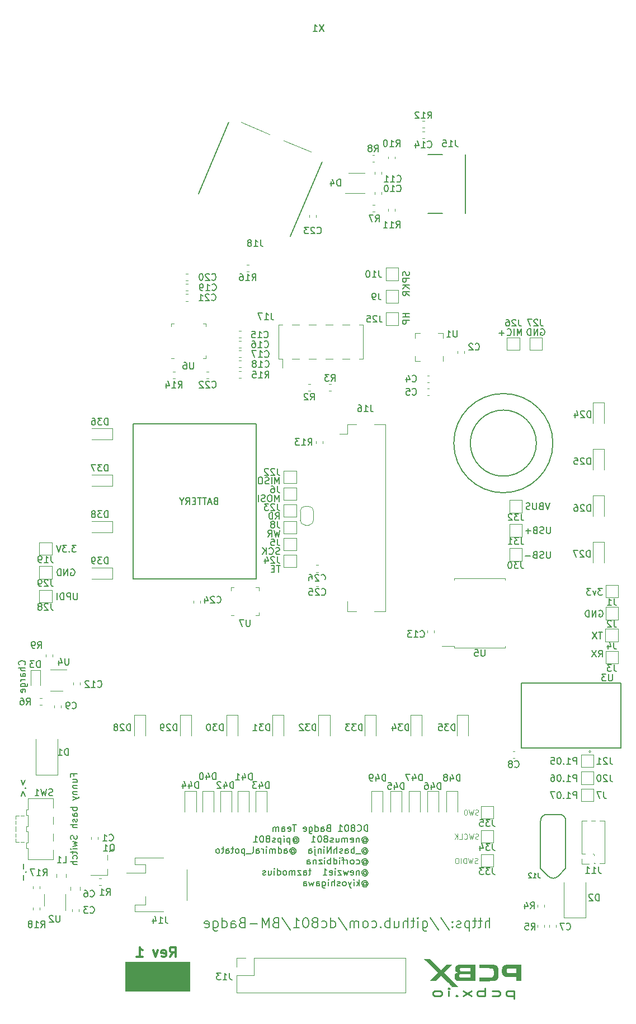
<source format=gbo>
G04 #@! TF.GenerationSoftware,KiCad,Pcbnew,(5.1.9)-1*
G04 #@! TF.CreationDate,2021-01-16T23:54:46-07:00*
G04 #@! TF.ProjectId,purplewizard,70757270-6c65-4776-997a-6172642e6b69,0.1*
G04 #@! TF.SameCoordinates,PX613b810PYa454c00*
G04 #@! TF.FileFunction,Legend,Bot*
G04 #@! TF.FilePolarity,Positive*
%FSLAX46Y46*%
G04 Gerber Fmt 4.6, Leading zero omitted, Abs format (unit mm)*
G04 Created by KiCad (PCBNEW (5.1.9)-1) date 2021-01-16 23:54:46*
%MOMM*%
%LPD*%
G01*
G04 APERTURE LIST*
%ADD10C,0.100000*%
%ADD11C,0.300000*%
%ADD12C,0.150000*%
%ADD13C,0.200000*%
%ADD14C,0.120000*%
%ADD15C,0.010000*%
%ADD16C,0.127000*%
%ADD17C,0.250000*%
%ADD18R,1.500000X1.500000*%
%ADD19C,1.700000*%
%ADD20O,1.700000X1.700000*%
%ADD21C,1.524000*%
%ADD22C,2.000000*%
%ADD23R,1.300000X0.300000*%
%ADD24R,2.200000X1.800000*%
%ADD25R,1.800000X2.500000*%
%ADD26C,0.900000*%
%ADD27R,2.500000X1.250000*%
%ADD28R,1.400000X1.000000*%
%ADD29R,1.400000X1.200000*%
%ADD30C,1.050000*%
%ADD31C,0.750000*%
%ADD32C,0.985520*%
%ADD33C,0.988060*%
%ADD34C,0.784860*%
%ADD35R,1.060000X0.650000*%
%ADD36R,1.000000X1.000000*%
%ADD37O,1.000000X1.000000*%
%ADD38R,0.650000X1.060000*%
%ADD39R,0.500000X0.500000*%
%ADD40O,2.600000X1.300000*%
%ADD41O,2.200000X1.100000*%
%ADD42R,0.700000X1.000000*%
%ADD43R,0.700000X0.300000*%
%ADD44R,1.700000X1.700000*%
%ADD45R,1.000000X3.000000*%
G04 APERTURE END LIST*
D10*
G36*
X26380000Y2520000D02*
G01*
X16700000Y2520000D01*
X16700000Y6910000D01*
X26380000Y6910000D01*
X26380000Y2520000D01*
G37*
X26380000Y2520000D02*
X16700000Y2520000D01*
X16700000Y6910000D01*
X26380000Y6910000D01*
X26380000Y2520000D01*
D11*
X23395714Y7681429D02*
X23895714Y8395715D01*
X24252857Y7681429D02*
X24252857Y9181429D01*
X23681428Y9181429D01*
X23538571Y9110000D01*
X23467142Y9038572D01*
X23395714Y8895715D01*
X23395714Y8681429D01*
X23467142Y8538572D01*
X23538571Y8467143D01*
X23681428Y8395715D01*
X24252857Y8395715D01*
X22181428Y7752858D02*
X22324285Y7681429D01*
X22610000Y7681429D01*
X22752857Y7752858D01*
X22824285Y7895715D01*
X22824285Y8467143D01*
X22752857Y8610000D01*
X22610000Y8681429D01*
X22324285Y8681429D01*
X22181428Y8610000D01*
X22110000Y8467143D01*
X22110000Y8324286D01*
X22824285Y8181429D01*
X21610000Y8681429D02*
X21252857Y7681429D01*
X20895714Y8681429D01*
X18395714Y7681429D02*
X19252857Y7681429D01*
X18824285Y7681429D02*
X18824285Y9181429D01*
X18967142Y8967143D01*
X19110000Y8824286D01*
X19252857Y8752858D01*
D12*
X40108095Y66897623D02*
X39536666Y66897623D01*
X39822380Y65897623D02*
X39822380Y66897623D01*
X39203333Y66421432D02*
X38870000Y66421432D01*
X38727142Y65897623D02*
X39203333Y65897623D01*
X39203333Y66897623D01*
X38727142Y66897623D01*
X40012857Y68610696D02*
X39870000Y68563077D01*
X39631904Y68563077D01*
X39536666Y68610696D01*
X39489047Y68658315D01*
X39441428Y68753553D01*
X39441428Y68848791D01*
X39489047Y68944029D01*
X39536666Y68991648D01*
X39631904Y69039267D01*
X39822381Y69086886D01*
X39917619Y69134505D01*
X39965238Y69182124D01*
X40012857Y69277362D01*
X40012857Y69372600D01*
X39965238Y69467838D01*
X39917619Y69515457D01*
X39822381Y69563077D01*
X39584285Y69563077D01*
X39441428Y69515457D01*
X38441428Y68658315D02*
X38489047Y68610696D01*
X38631904Y68563077D01*
X38727143Y68563077D01*
X38870000Y68610696D01*
X38965238Y68705934D01*
X39012857Y68801172D01*
X39060476Y68991648D01*
X39060476Y69134505D01*
X39012857Y69324981D01*
X38965238Y69420219D01*
X38870000Y69515457D01*
X38727143Y69563077D01*
X38631904Y69563077D01*
X38489047Y69515457D01*
X38441428Y69467838D01*
X38012857Y68563077D02*
X38012857Y69563077D01*
X37441428Y68563077D02*
X37870000Y69134505D01*
X37441428Y69563077D02*
X38012857Y68991648D01*
X40060476Y72228531D02*
X39822381Y71228531D01*
X39631905Y71942816D01*
X39441428Y71228531D01*
X39203333Y72228531D01*
X38250952Y71228531D02*
X38584285Y71704721D01*
X38822381Y71228531D02*
X38822381Y72228531D01*
X38441428Y72228531D01*
X38346190Y72180911D01*
X38298571Y72133292D01*
X38250952Y72038054D01*
X38250952Y71895197D01*
X38298571Y71799959D01*
X38346190Y71752340D01*
X38441428Y71704721D01*
X38822381Y71704721D01*
X39393810Y73893985D02*
X39727143Y74370175D01*
X39965238Y73893985D02*
X39965238Y74893985D01*
X39584286Y74893985D01*
X39489048Y74846365D01*
X39441429Y74798746D01*
X39393810Y74703508D01*
X39393810Y74560651D01*
X39441429Y74465413D01*
X39489048Y74417794D01*
X39584286Y74370175D01*
X39965238Y74370175D01*
X38965238Y73893985D02*
X38965238Y74893985D01*
X38727143Y74893985D01*
X38584286Y74846365D01*
X38489048Y74751127D01*
X38441429Y74655889D01*
X38393810Y74465413D01*
X38393810Y74322556D01*
X38441429Y74132080D01*
X38489048Y74036842D01*
X38584286Y73941604D01*
X38727143Y73893985D01*
X38965238Y73893985D01*
X39965238Y76559439D02*
X39965238Y77559439D01*
X39631905Y76845153D01*
X39298571Y77559439D01*
X39298571Y76559439D01*
X38631905Y77559439D02*
X38441429Y77559439D01*
X38346190Y77511819D01*
X38250952Y77416581D01*
X38203333Y77226105D01*
X38203333Y76892772D01*
X38250952Y76702296D01*
X38346190Y76607058D01*
X38441429Y76559439D01*
X38631905Y76559439D01*
X38727143Y76607058D01*
X38822381Y76702296D01*
X38870000Y76892772D01*
X38870000Y77226105D01*
X38822381Y77416581D01*
X38727143Y77511819D01*
X38631905Y77559439D01*
X37822381Y76607058D02*
X37679524Y76559439D01*
X37441429Y76559439D01*
X37346190Y76607058D01*
X37298571Y76654677D01*
X37250952Y76749915D01*
X37250952Y76845153D01*
X37298571Y76940391D01*
X37346190Y76988010D01*
X37441429Y77035629D01*
X37631905Y77083248D01*
X37727143Y77130867D01*
X37774762Y77178486D01*
X37822381Y77273724D01*
X37822381Y77368962D01*
X37774762Y77464200D01*
X37727143Y77511819D01*
X37631905Y77559439D01*
X37393810Y77559439D01*
X37250952Y77511819D01*
X36822381Y76559439D02*
X36822381Y77559439D01*
X39965238Y79224893D02*
X39965238Y80224893D01*
X39631905Y79510607D01*
X39298571Y80224893D01*
X39298571Y79224893D01*
X38822381Y79224893D02*
X38822381Y80224893D01*
X38393810Y79272512D02*
X38250952Y79224893D01*
X38012857Y79224893D01*
X37917619Y79272512D01*
X37870000Y79320131D01*
X37822381Y79415369D01*
X37822381Y79510607D01*
X37870000Y79605845D01*
X37917619Y79653464D01*
X38012857Y79701083D01*
X38203333Y79748702D01*
X38298571Y79796321D01*
X38346190Y79843940D01*
X38393810Y79939178D01*
X38393810Y80034416D01*
X38346190Y80129654D01*
X38298571Y80177273D01*
X38203333Y80224893D01*
X37965238Y80224893D01*
X37822381Y80177273D01*
X37203333Y80224893D02*
X37012857Y80224893D01*
X36917619Y80177273D01*
X36822381Y80082035D01*
X36774762Y79891559D01*
X36774762Y79558226D01*
X36822381Y79367750D01*
X36917619Y79272512D01*
X37012857Y79224893D01*
X37203333Y79224893D01*
X37298571Y79272512D01*
X37393810Y79367750D01*
X37441429Y79558226D01*
X37441429Y79891559D01*
X37393810Y80082035D01*
X37298571Y80177273D01*
X37203333Y80224893D01*
X30330000Y76661429D02*
X30187142Y76613810D01*
X30139523Y76566191D01*
X30091904Y76470953D01*
X30091904Y76328096D01*
X30139523Y76232858D01*
X30187142Y76185239D01*
X30282380Y76137620D01*
X30663333Y76137620D01*
X30663333Y77137620D01*
X30330000Y77137620D01*
X30234761Y77090000D01*
X30187142Y77042381D01*
X30139523Y76947143D01*
X30139523Y76851905D01*
X30187142Y76756667D01*
X30234761Y76709048D01*
X30330000Y76661429D01*
X30663333Y76661429D01*
X29710952Y76423334D02*
X29234761Y76423334D01*
X29806190Y76137620D02*
X29472857Y77137620D01*
X29139523Y76137620D01*
X28949047Y77137620D02*
X28377619Y77137620D01*
X28663333Y76137620D02*
X28663333Y77137620D01*
X28187142Y77137620D02*
X27615714Y77137620D01*
X27901428Y76137620D02*
X27901428Y77137620D01*
X27282380Y76661429D02*
X26949047Y76661429D01*
X26806190Y76137620D02*
X27282380Y76137620D01*
X27282380Y77137620D01*
X26806190Y77137620D01*
X25806190Y76137620D02*
X26139523Y76613810D01*
X26377619Y76137620D02*
X26377619Y77137620D01*
X25996666Y77137620D01*
X25901428Y77090000D01*
X25853809Y77042381D01*
X25806190Y76947143D01*
X25806190Y76804286D01*
X25853809Y76709048D01*
X25901428Y76661429D01*
X25996666Y76613810D01*
X26377619Y76613810D01*
X25187142Y76613810D02*
X25187142Y76137620D01*
X25520476Y77137620D02*
X25187142Y76613810D01*
X24853809Y77137620D01*
X36460000Y64850000D02*
X36460000Y88300000D01*
X17810000Y64850000D02*
X36460000Y64850000D01*
X17810000Y88300000D02*
X17810000Y64850000D01*
X36460000Y88300000D02*
X17810000Y88300000D01*
D10*
X70096666Y29196191D02*
X69982380Y29158096D01*
X69791904Y29158096D01*
X69715714Y29196191D01*
X69677619Y29234286D01*
X69639523Y29310477D01*
X69639523Y29386667D01*
X69677619Y29462858D01*
X69715714Y29500953D01*
X69791904Y29539048D01*
X69944285Y29577143D01*
X70020476Y29615239D01*
X70058571Y29653334D01*
X70096666Y29729524D01*
X70096666Y29805715D01*
X70058571Y29881905D01*
X70020476Y29920000D01*
X69944285Y29958096D01*
X69753809Y29958096D01*
X69639523Y29920000D01*
X69372857Y29958096D02*
X69182380Y29158096D01*
X69030000Y29729524D01*
X68877619Y29158096D01*
X68687142Y29958096D01*
X68230000Y29958096D02*
X68153809Y29958096D01*
X68077619Y29920000D01*
X68039523Y29881905D01*
X68001428Y29805715D01*
X67963333Y29653334D01*
X67963333Y29462858D01*
X68001428Y29310477D01*
X68039523Y29234286D01*
X68077619Y29196191D01*
X68153809Y29158096D01*
X68230000Y29158096D01*
X68306190Y29196191D01*
X68344285Y29234286D01*
X68382380Y29310477D01*
X68420476Y29462858D01*
X68420476Y29653334D01*
X68382380Y29805715D01*
X68344285Y29881905D01*
X68306190Y29920000D01*
X68230000Y29958096D01*
X70109523Y25536191D02*
X69995238Y25498096D01*
X69804761Y25498096D01*
X69728571Y25536191D01*
X69690476Y25574286D01*
X69652380Y25650477D01*
X69652380Y25726667D01*
X69690476Y25802858D01*
X69728571Y25840953D01*
X69804761Y25879048D01*
X69957142Y25917143D01*
X70033333Y25955239D01*
X70071428Y25993334D01*
X70109523Y26069524D01*
X70109523Y26145715D01*
X70071428Y26221905D01*
X70033333Y26260000D01*
X69957142Y26298096D01*
X69766666Y26298096D01*
X69652380Y26260000D01*
X69385714Y26298096D02*
X69195238Y25498096D01*
X69042857Y26069524D01*
X68890476Y25498096D01*
X68700000Y26298096D01*
X67938095Y25574286D02*
X67976190Y25536191D01*
X68090476Y25498096D01*
X68166666Y25498096D01*
X68280952Y25536191D01*
X68357142Y25612381D01*
X68395238Y25688572D01*
X68433333Y25840953D01*
X68433333Y25955239D01*
X68395238Y26107620D01*
X68357142Y26183810D01*
X68280952Y26260000D01*
X68166666Y26298096D01*
X68090476Y26298096D01*
X67976190Y26260000D01*
X67938095Y26221905D01*
X67214285Y25498096D02*
X67595238Y25498096D01*
X67595238Y26298096D01*
X66947619Y25498096D02*
X66947619Y26298096D01*
X66490476Y25498096D02*
X66833333Y25955239D01*
X66490476Y26298096D02*
X66947619Y25840953D01*
X69995238Y21886191D02*
X69880952Y21848096D01*
X69690476Y21848096D01*
X69614285Y21886191D01*
X69576190Y21924286D01*
X69538095Y22000477D01*
X69538095Y22076667D01*
X69576190Y22152858D01*
X69614285Y22190953D01*
X69690476Y22229048D01*
X69842857Y22267143D01*
X69919047Y22305239D01*
X69957142Y22343334D01*
X69995238Y22419524D01*
X69995238Y22495715D01*
X69957142Y22571905D01*
X69919047Y22610000D01*
X69842857Y22648096D01*
X69652380Y22648096D01*
X69538095Y22610000D01*
X69271428Y22648096D02*
X69080952Y21848096D01*
X68928571Y22419524D01*
X68776190Y21848096D01*
X68585714Y22648096D01*
X68280952Y21848096D02*
X68280952Y22648096D01*
X68090476Y22648096D01*
X67976190Y22610000D01*
X67900000Y22533810D01*
X67861904Y22457620D01*
X67823809Y22305239D01*
X67823809Y22190953D01*
X67861904Y22038572D01*
X67900000Y21962381D01*
X67976190Y21886191D01*
X68090476Y21848096D01*
X68280952Y21848096D01*
X67480952Y21848096D02*
X67480952Y22648096D01*
X66947619Y22648096D02*
X66795238Y22648096D01*
X66719047Y22610000D01*
X66642857Y22533810D01*
X66604761Y22381429D01*
X66604761Y22114762D01*
X66642857Y21962381D01*
X66719047Y21886191D01*
X66795238Y21848096D01*
X66947619Y21848096D01*
X67023809Y21886191D01*
X67100000Y21962381D01*
X67138095Y22114762D01*
X67138095Y22381429D01*
X67100000Y22533810D01*
X67023809Y22610000D01*
X66947619Y22648096D01*
D12*
X53354404Y26672620D02*
X53354404Y27672620D01*
X53116309Y27672620D01*
X52973452Y27625000D01*
X52878214Y27529762D01*
X52830595Y27434524D01*
X52782976Y27244048D01*
X52782976Y27101191D01*
X52830595Y26910715D01*
X52878214Y26815477D01*
X52973452Y26720239D01*
X53116309Y26672620D01*
X53354404Y26672620D01*
X51782976Y26767858D02*
X51830595Y26720239D01*
X51973452Y26672620D01*
X52068690Y26672620D01*
X52211547Y26720239D01*
X52306785Y26815477D01*
X52354404Y26910715D01*
X52402023Y27101191D01*
X52402023Y27244048D01*
X52354404Y27434524D01*
X52306785Y27529762D01*
X52211547Y27625000D01*
X52068690Y27672620D01*
X51973452Y27672620D01*
X51830595Y27625000D01*
X51782976Y27577381D01*
X51211547Y27244048D02*
X51306785Y27291667D01*
X51354404Y27339286D01*
X51402023Y27434524D01*
X51402023Y27482143D01*
X51354404Y27577381D01*
X51306785Y27625000D01*
X51211547Y27672620D01*
X51021071Y27672620D01*
X50925833Y27625000D01*
X50878214Y27577381D01*
X50830595Y27482143D01*
X50830595Y27434524D01*
X50878214Y27339286D01*
X50925833Y27291667D01*
X51021071Y27244048D01*
X51211547Y27244048D01*
X51306785Y27196429D01*
X51354404Y27148810D01*
X51402023Y27053572D01*
X51402023Y26863096D01*
X51354404Y26767858D01*
X51306785Y26720239D01*
X51211547Y26672620D01*
X51021071Y26672620D01*
X50925833Y26720239D01*
X50878214Y26767858D01*
X50830595Y26863096D01*
X50830595Y27053572D01*
X50878214Y27148810D01*
X50925833Y27196429D01*
X51021071Y27244048D01*
X50211547Y27672620D02*
X50116309Y27672620D01*
X50021071Y27625000D01*
X49973452Y27577381D01*
X49925833Y27482143D01*
X49878214Y27291667D01*
X49878214Y27053572D01*
X49925833Y26863096D01*
X49973452Y26767858D01*
X50021071Y26720239D01*
X50116309Y26672620D01*
X50211547Y26672620D01*
X50306785Y26720239D01*
X50354404Y26767858D01*
X50402023Y26863096D01*
X50449642Y27053572D01*
X50449642Y27291667D01*
X50402023Y27482143D01*
X50354404Y27577381D01*
X50306785Y27625000D01*
X50211547Y27672620D01*
X48925833Y26672620D02*
X49497261Y26672620D01*
X49211547Y26672620D02*
X49211547Y27672620D01*
X49306785Y27529762D01*
X49402023Y27434524D01*
X49497261Y27386905D01*
X47402023Y27196429D02*
X47259166Y27148810D01*
X47211547Y27101191D01*
X47163928Y27005953D01*
X47163928Y26863096D01*
X47211547Y26767858D01*
X47259166Y26720239D01*
X47354404Y26672620D01*
X47735357Y26672620D01*
X47735357Y27672620D01*
X47402023Y27672620D01*
X47306785Y27625000D01*
X47259166Y27577381D01*
X47211547Y27482143D01*
X47211547Y27386905D01*
X47259166Y27291667D01*
X47306785Y27244048D01*
X47402023Y27196429D01*
X47735357Y27196429D01*
X46306785Y26672620D02*
X46306785Y27196429D01*
X46354404Y27291667D01*
X46449642Y27339286D01*
X46640119Y27339286D01*
X46735357Y27291667D01*
X46306785Y26720239D02*
X46402023Y26672620D01*
X46640119Y26672620D01*
X46735357Y26720239D01*
X46782976Y26815477D01*
X46782976Y26910715D01*
X46735357Y27005953D01*
X46640119Y27053572D01*
X46402023Y27053572D01*
X46306785Y27101191D01*
X45402023Y26672620D02*
X45402023Y27672620D01*
X45402023Y26720239D02*
X45497261Y26672620D01*
X45687738Y26672620D01*
X45782976Y26720239D01*
X45830595Y26767858D01*
X45878214Y26863096D01*
X45878214Y27148810D01*
X45830595Y27244048D01*
X45782976Y27291667D01*
X45687738Y27339286D01*
X45497261Y27339286D01*
X45402023Y27291667D01*
X44497261Y27339286D02*
X44497261Y26529762D01*
X44544880Y26434524D01*
X44592500Y26386905D01*
X44687738Y26339286D01*
X44830595Y26339286D01*
X44925833Y26386905D01*
X44497261Y26720239D02*
X44592500Y26672620D01*
X44782976Y26672620D01*
X44878214Y26720239D01*
X44925833Y26767858D01*
X44973452Y26863096D01*
X44973452Y27148810D01*
X44925833Y27244048D01*
X44878214Y27291667D01*
X44782976Y27339286D01*
X44592500Y27339286D01*
X44497261Y27291667D01*
X43640119Y26720239D02*
X43735357Y26672620D01*
X43925833Y26672620D01*
X44021071Y26720239D01*
X44068690Y26815477D01*
X44068690Y27196429D01*
X44021071Y27291667D01*
X43925833Y27339286D01*
X43735357Y27339286D01*
X43640119Y27291667D01*
X43592500Y27196429D01*
X43592500Y27101191D01*
X44068690Y27005953D01*
X42544880Y27672620D02*
X41973452Y27672620D01*
X42259166Y26672620D02*
X42259166Y27672620D01*
X41259166Y26720239D02*
X41354404Y26672620D01*
X41544880Y26672620D01*
X41640119Y26720239D01*
X41687738Y26815477D01*
X41687738Y27196429D01*
X41640119Y27291667D01*
X41544880Y27339286D01*
X41354404Y27339286D01*
X41259166Y27291667D01*
X41211547Y27196429D01*
X41211547Y27101191D01*
X41687738Y27005953D01*
X40354404Y26672620D02*
X40354404Y27196429D01*
X40402023Y27291667D01*
X40497261Y27339286D01*
X40687738Y27339286D01*
X40782976Y27291667D01*
X40354404Y26720239D02*
X40449642Y26672620D01*
X40687738Y26672620D01*
X40782976Y26720239D01*
X40830595Y26815477D01*
X40830595Y26910715D01*
X40782976Y27005953D01*
X40687738Y27053572D01*
X40449642Y27053572D01*
X40354404Y27101191D01*
X39878214Y26672620D02*
X39878214Y27339286D01*
X39878214Y27244048D02*
X39830595Y27291667D01*
X39735357Y27339286D01*
X39592500Y27339286D01*
X39497261Y27291667D01*
X39449642Y27196429D01*
X39449642Y26672620D01*
X39449642Y27196429D02*
X39402023Y27291667D01*
X39306785Y27339286D01*
X39163928Y27339286D01*
X39068690Y27291667D01*
X39021071Y27196429D01*
X39021071Y26672620D01*
X52735357Y25498810D02*
X52782976Y25546429D01*
X52878214Y25594048D01*
X52973452Y25594048D01*
X53068690Y25546429D01*
X53116309Y25498810D01*
X53163928Y25403572D01*
X53163928Y25308334D01*
X53116309Y25213096D01*
X53068690Y25165477D01*
X52973452Y25117858D01*
X52878214Y25117858D01*
X52782976Y25165477D01*
X52735357Y25213096D01*
X52735357Y25594048D02*
X52735357Y25213096D01*
X52687738Y25165477D01*
X52640119Y25165477D01*
X52544880Y25213096D01*
X52497261Y25308334D01*
X52497261Y25546429D01*
X52592500Y25689286D01*
X52735357Y25784524D01*
X52925833Y25832143D01*
X53116309Y25784524D01*
X53259166Y25689286D01*
X53354404Y25546429D01*
X53402023Y25355953D01*
X53354404Y25165477D01*
X53259166Y25022620D01*
X53116309Y24927381D01*
X52925833Y24879762D01*
X52735357Y24927381D01*
X52592500Y25022620D01*
X52068690Y25689286D02*
X52068690Y25022620D01*
X52068690Y25594048D02*
X52021071Y25641667D01*
X51925833Y25689286D01*
X51782976Y25689286D01*
X51687738Y25641667D01*
X51640119Y25546429D01*
X51640119Y25022620D01*
X50782976Y25070239D02*
X50878214Y25022620D01*
X51068690Y25022620D01*
X51163928Y25070239D01*
X51211547Y25165477D01*
X51211547Y25546429D01*
X51163928Y25641667D01*
X51068690Y25689286D01*
X50878214Y25689286D01*
X50782976Y25641667D01*
X50735357Y25546429D01*
X50735357Y25451191D01*
X51211547Y25355953D01*
X50306785Y25022620D02*
X50306785Y25689286D01*
X50306785Y25594048D02*
X50259166Y25641667D01*
X50163928Y25689286D01*
X50021071Y25689286D01*
X49925833Y25641667D01*
X49878214Y25546429D01*
X49878214Y25022620D01*
X49878214Y25546429D02*
X49830595Y25641667D01*
X49735357Y25689286D01*
X49592500Y25689286D01*
X49497261Y25641667D01*
X49449642Y25546429D01*
X49449642Y25022620D01*
X48544880Y25689286D02*
X48544880Y25022620D01*
X48973452Y25689286D02*
X48973452Y25165477D01*
X48925833Y25070239D01*
X48830595Y25022620D01*
X48687738Y25022620D01*
X48592500Y25070239D01*
X48544880Y25117858D01*
X48116309Y25070239D02*
X48021071Y25022620D01*
X47830595Y25022620D01*
X47735357Y25070239D01*
X47687738Y25165477D01*
X47687738Y25213096D01*
X47735357Y25308334D01*
X47830595Y25355953D01*
X47973452Y25355953D01*
X48068690Y25403572D01*
X48116309Y25498810D01*
X48116309Y25546429D01*
X48068690Y25641667D01*
X47973452Y25689286D01*
X47830595Y25689286D01*
X47735357Y25641667D01*
X47116309Y25594048D02*
X47211547Y25641667D01*
X47259166Y25689286D01*
X47306785Y25784524D01*
X47306785Y25832143D01*
X47259166Y25927381D01*
X47211547Y25975000D01*
X47116309Y26022620D01*
X46925833Y26022620D01*
X46830595Y25975000D01*
X46782976Y25927381D01*
X46735357Y25832143D01*
X46735357Y25784524D01*
X46782976Y25689286D01*
X46830595Y25641667D01*
X46925833Y25594048D01*
X47116309Y25594048D01*
X47211547Y25546429D01*
X47259166Y25498810D01*
X47306785Y25403572D01*
X47306785Y25213096D01*
X47259166Y25117858D01*
X47211547Y25070239D01*
X47116309Y25022620D01*
X46925833Y25022620D01*
X46830595Y25070239D01*
X46782976Y25117858D01*
X46735357Y25213096D01*
X46735357Y25403572D01*
X46782976Y25498810D01*
X46830595Y25546429D01*
X46925833Y25594048D01*
X46116309Y26022620D02*
X46021071Y26022620D01*
X45925833Y25975000D01*
X45878214Y25927381D01*
X45830595Y25832143D01*
X45782976Y25641667D01*
X45782976Y25403572D01*
X45830595Y25213096D01*
X45878214Y25117858D01*
X45925833Y25070239D01*
X46021071Y25022620D01*
X46116309Y25022620D01*
X46211547Y25070239D01*
X46259166Y25117858D01*
X46306785Y25213096D01*
X46354404Y25403572D01*
X46354404Y25641667D01*
X46306785Y25832143D01*
X46259166Y25927381D01*
X46211547Y25975000D01*
X46116309Y26022620D01*
X44830595Y25022620D02*
X45402023Y25022620D01*
X45116309Y25022620D02*
X45116309Y26022620D01*
X45211547Y25879762D01*
X45306785Y25784524D01*
X45402023Y25736905D01*
X42259166Y25498810D02*
X42306785Y25546429D01*
X42402023Y25594048D01*
X42497261Y25594048D01*
X42592500Y25546429D01*
X42640119Y25498810D01*
X42687738Y25403572D01*
X42687738Y25308334D01*
X42640119Y25213096D01*
X42592500Y25165477D01*
X42497261Y25117858D01*
X42402023Y25117858D01*
X42306785Y25165477D01*
X42259166Y25213096D01*
X42259166Y25594048D02*
X42259166Y25213096D01*
X42211547Y25165477D01*
X42163928Y25165477D01*
X42068690Y25213096D01*
X42021071Y25308334D01*
X42021071Y25546429D01*
X42116309Y25689286D01*
X42259166Y25784524D01*
X42449642Y25832143D01*
X42640119Y25784524D01*
X42782976Y25689286D01*
X42878214Y25546429D01*
X42925833Y25355953D01*
X42878214Y25165477D01*
X42782976Y25022620D01*
X42640119Y24927381D01*
X42449642Y24879762D01*
X42259166Y24927381D01*
X42116309Y25022620D01*
X41592500Y25689286D02*
X41592500Y24689286D01*
X41592500Y25641667D02*
X41497261Y25689286D01*
X41306785Y25689286D01*
X41211547Y25641667D01*
X41163928Y25594048D01*
X41116309Y25498810D01*
X41116309Y25213096D01*
X41163928Y25117858D01*
X41211547Y25070239D01*
X41306785Y25022620D01*
X41497261Y25022620D01*
X41592500Y25070239D01*
X40687738Y25022620D02*
X40687738Y25689286D01*
X40687738Y26022620D02*
X40735357Y25975000D01*
X40687738Y25927381D01*
X40640119Y25975000D01*
X40687738Y26022620D01*
X40687738Y25927381D01*
X40211547Y25689286D02*
X40211547Y24689286D01*
X40211547Y25641667D02*
X40116309Y25689286D01*
X39925833Y25689286D01*
X39830595Y25641667D01*
X39782976Y25594048D01*
X39735357Y25498810D01*
X39735357Y25213096D01*
X39782976Y25117858D01*
X39830595Y25070239D01*
X39925833Y25022620D01*
X40116309Y25022620D01*
X40211547Y25070239D01*
X39354404Y25070239D02*
X39259166Y25022620D01*
X39068690Y25022620D01*
X38973452Y25070239D01*
X38925833Y25165477D01*
X38925833Y25213096D01*
X38973452Y25308334D01*
X39068690Y25355953D01*
X39211547Y25355953D01*
X39306785Y25403572D01*
X39354404Y25498810D01*
X39354404Y25546429D01*
X39306785Y25641667D01*
X39211547Y25689286D01*
X39068690Y25689286D01*
X38973452Y25641667D01*
X38354404Y25594048D02*
X38449642Y25641667D01*
X38497261Y25689286D01*
X38544880Y25784524D01*
X38544880Y25832143D01*
X38497261Y25927381D01*
X38449642Y25975000D01*
X38354404Y26022620D01*
X38163928Y26022620D01*
X38068690Y25975000D01*
X38021071Y25927381D01*
X37973452Y25832143D01*
X37973452Y25784524D01*
X38021071Y25689286D01*
X38068690Y25641667D01*
X38163928Y25594048D01*
X38354404Y25594048D01*
X38449642Y25546429D01*
X38497261Y25498810D01*
X38544880Y25403572D01*
X38544880Y25213096D01*
X38497261Y25117858D01*
X38449642Y25070239D01*
X38354404Y25022620D01*
X38163928Y25022620D01*
X38068690Y25070239D01*
X38021071Y25117858D01*
X37973452Y25213096D01*
X37973452Y25403572D01*
X38021071Y25498810D01*
X38068690Y25546429D01*
X38163928Y25594048D01*
X37354404Y26022620D02*
X37259166Y26022620D01*
X37163928Y25975000D01*
X37116309Y25927381D01*
X37068690Y25832143D01*
X37021071Y25641667D01*
X37021071Y25403572D01*
X37068690Y25213096D01*
X37116309Y25117858D01*
X37163928Y25070239D01*
X37259166Y25022620D01*
X37354404Y25022620D01*
X37449642Y25070239D01*
X37497261Y25117858D01*
X37544880Y25213096D01*
X37592500Y25403572D01*
X37592500Y25641667D01*
X37544880Y25832143D01*
X37497261Y25927381D01*
X37449642Y25975000D01*
X37354404Y26022620D01*
X36068690Y25022620D02*
X36640119Y25022620D01*
X36354404Y25022620D02*
X36354404Y26022620D01*
X36449642Y25879762D01*
X36544880Y25784524D01*
X36640119Y25736905D01*
X52735357Y23848810D02*
X52782976Y23896429D01*
X52878214Y23944048D01*
X52973452Y23944048D01*
X53068690Y23896429D01*
X53116309Y23848810D01*
X53163928Y23753572D01*
X53163928Y23658334D01*
X53116309Y23563096D01*
X53068690Y23515477D01*
X52973452Y23467858D01*
X52878214Y23467858D01*
X52782976Y23515477D01*
X52735357Y23563096D01*
X52735357Y23944048D02*
X52735357Y23563096D01*
X52687738Y23515477D01*
X52640119Y23515477D01*
X52544880Y23563096D01*
X52497261Y23658334D01*
X52497261Y23896429D01*
X52592500Y24039286D01*
X52735357Y24134524D01*
X52925833Y24182143D01*
X53116309Y24134524D01*
X53259166Y24039286D01*
X53354404Y23896429D01*
X53402023Y23705953D01*
X53354404Y23515477D01*
X53259166Y23372620D01*
X53116309Y23277381D01*
X52925833Y23229762D01*
X52735357Y23277381D01*
X52592500Y23372620D01*
X52306785Y23277381D02*
X51544880Y23277381D01*
X51306785Y23372620D02*
X51306785Y24372620D01*
X51306785Y23991667D02*
X51211547Y24039286D01*
X51021071Y24039286D01*
X50925833Y23991667D01*
X50878214Y23944048D01*
X50830595Y23848810D01*
X50830595Y23563096D01*
X50878214Y23467858D01*
X50925833Y23420239D01*
X51021071Y23372620D01*
X51211547Y23372620D01*
X51306785Y23420239D01*
X49973452Y23372620D02*
X49973452Y23896429D01*
X50021071Y23991667D01*
X50116309Y24039286D01*
X50306785Y24039286D01*
X50402023Y23991667D01*
X49973452Y23420239D02*
X50068690Y23372620D01*
X50306785Y23372620D01*
X50402023Y23420239D01*
X50449642Y23515477D01*
X50449642Y23610715D01*
X50402023Y23705953D01*
X50306785Y23753572D01*
X50068690Y23753572D01*
X49973452Y23801191D01*
X49544880Y23420239D02*
X49449642Y23372620D01*
X49259166Y23372620D01*
X49163928Y23420239D01*
X49116309Y23515477D01*
X49116309Y23563096D01*
X49163928Y23658334D01*
X49259166Y23705953D01*
X49402023Y23705953D01*
X49497261Y23753572D01*
X49544880Y23848810D01*
X49544880Y23896429D01*
X49497261Y23991667D01*
X49402023Y24039286D01*
X49259166Y24039286D01*
X49163928Y23991667D01*
X48687738Y23372620D02*
X48687738Y24372620D01*
X48259166Y23372620D02*
X48259166Y23896429D01*
X48306785Y23991667D01*
X48402023Y24039286D01*
X48544880Y24039286D01*
X48640119Y23991667D01*
X48687738Y23944048D01*
X47782976Y23372620D02*
X47782976Y24372620D01*
X47211547Y23372620D01*
X47211547Y24372620D01*
X46735357Y23372620D02*
X46735357Y24039286D01*
X46735357Y24372620D02*
X46782976Y24325000D01*
X46735357Y24277381D01*
X46687738Y24325000D01*
X46735357Y24372620D01*
X46735357Y24277381D01*
X46259166Y24039286D02*
X46259166Y23372620D01*
X46259166Y23944048D02*
X46211547Y23991667D01*
X46116309Y24039286D01*
X45973452Y24039286D01*
X45878214Y23991667D01*
X45830595Y23896429D01*
X45830595Y23372620D01*
X45354404Y24039286D02*
X45354404Y23182143D01*
X45402023Y23086905D01*
X45497261Y23039286D01*
X45544880Y23039286D01*
X45354404Y24372620D02*
X45402023Y24325000D01*
X45354404Y24277381D01*
X45306785Y24325000D01*
X45354404Y24372620D01*
X45354404Y24277381D01*
X44449642Y23372620D02*
X44449642Y23896429D01*
X44497261Y23991667D01*
X44592500Y24039286D01*
X44782976Y24039286D01*
X44878214Y23991667D01*
X44449642Y23420239D02*
X44544880Y23372620D01*
X44782976Y23372620D01*
X44878214Y23420239D01*
X44925833Y23515477D01*
X44925833Y23610715D01*
X44878214Y23705953D01*
X44782976Y23753572D01*
X44544880Y23753572D01*
X44449642Y23801191D01*
X41830595Y23848810D02*
X41878214Y23896429D01*
X41973452Y23944048D01*
X42068690Y23944048D01*
X42163928Y23896429D01*
X42211547Y23848810D01*
X42259166Y23753572D01*
X42259166Y23658334D01*
X42211547Y23563096D01*
X42163928Y23515477D01*
X42068690Y23467858D01*
X41973452Y23467858D01*
X41878214Y23515477D01*
X41830595Y23563096D01*
X41830595Y23944048D02*
X41830595Y23563096D01*
X41782976Y23515477D01*
X41735357Y23515477D01*
X41640119Y23563096D01*
X41592500Y23658334D01*
X41592500Y23896429D01*
X41687738Y24039286D01*
X41830595Y24134524D01*
X42021071Y24182143D01*
X42211547Y24134524D01*
X42354404Y24039286D01*
X42449642Y23896429D01*
X42497261Y23705953D01*
X42449642Y23515477D01*
X42354404Y23372620D01*
X42211547Y23277381D01*
X42021071Y23229762D01*
X41830595Y23277381D01*
X41687738Y23372620D01*
X40735357Y23372620D02*
X40735357Y23896429D01*
X40782976Y23991667D01*
X40878214Y24039286D01*
X41068690Y24039286D01*
X41163928Y23991667D01*
X40735357Y23420239D02*
X40830595Y23372620D01*
X41068690Y23372620D01*
X41163928Y23420239D01*
X41211547Y23515477D01*
X41211547Y23610715D01*
X41163928Y23705953D01*
X41068690Y23753572D01*
X40830595Y23753572D01*
X40735357Y23801191D01*
X39830595Y23372620D02*
X39830595Y24372620D01*
X39830595Y23420239D02*
X39925833Y23372620D01*
X40116309Y23372620D01*
X40211547Y23420239D01*
X40259166Y23467858D01*
X40306785Y23563096D01*
X40306785Y23848810D01*
X40259166Y23944048D01*
X40211547Y23991667D01*
X40116309Y24039286D01*
X39925833Y24039286D01*
X39830595Y23991667D01*
X39354404Y23372620D02*
X39354404Y24039286D01*
X39354404Y23944048D02*
X39306785Y23991667D01*
X39211547Y24039286D01*
X39068690Y24039286D01*
X38973452Y23991667D01*
X38925833Y23896429D01*
X38925833Y23372620D01*
X38925833Y23896429D02*
X38878214Y23991667D01*
X38782976Y24039286D01*
X38640119Y24039286D01*
X38544880Y23991667D01*
X38497261Y23896429D01*
X38497261Y23372620D01*
X38021071Y23372620D02*
X38021071Y24039286D01*
X38021071Y24372620D02*
X38068690Y24325000D01*
X38021071Y24277381D01*
X37973452Y24325000D01*
X38021071Y24372620D01*
X38021071Y24277381D01*
X37544880Y23372620D02*
X37544880Y24039286D01*
X37544880Y23848810D02*
X37497261Y23944048D01*
X37449642Y23991667D01*
X37354404Y24039286D01*
X37259166Y24039286D01*
X36497261Y23372620D02*
X36497261Y23896429D01*
X36544880Y23991667D01*
X36640119Y24039286D01*
X36830595Y24039286D01*
X36925833Y23991667D01*
X36497261Y23420239D02*
X36592500Y23372620D01*
X36830595Y23372620D01*
X36925833Y23420239D01*
X36973452Y23515477D01*
X36973452Y23610715D01*
X36925833Y23705953D01*
X36830595Y23753572D01*
X36592500Y23753572D01*
X36497261Y23801191D01*
X35878214Y23372620D02*
X35973452Y23420239D01*
X36021071Y23515477D01*
X36021071Y24372620D01*
X35735357Y23277381D02*
X34973452Y23277381D01*
X34735357Y24039286D02*
X34735357Y23039286D01*
X34735357Y23991667D02*
X34640119Y24039286D01*
X34449642Y24039286D01*
X34354404Y23991667D01*
X34306785Y23944048D01*
X34259166Y23848810D01*
X34259166Y23563096D01*
X34306785Y23467858D01*
X34354404Y23420239D01*
X34449642Y23372620D01*
X34640119Y23372620D01*
X34735357Y23420239D01*
X33687738Y23372620D02*
X33782976Y23420239D01*
X33830595Y23467858D01*
X33878214Y23563096D01*
X33878214Y23848810D01*
X33830595Y23944048D01*
X33782976Y23991667D01*
X33687738Y24039286D01*
X33544880Y24039286D01*
X33449642Y23991667D01*
X33402023Y23944048D01*
X33354404Y23848810D01*
X33354404Y23563096D01*
X33402023Y23467858D01*
X33449642Y23420239D01*
X33544880Y23372620D01*
X33687738Y23372620D01*
X33068690Y24039286D02*
X32687738Y24039286D01*
X32925833Y24372620D02*
X32925833Y23515477D01*
X32878214Y23420239D01*
X32782976Y23372620D01*
X32687738Y23372620D01*
X31925833Y23372620D02*
X31925833Y23896429D01*
X31973452Y23991667D01*
X32068690Y24039286D01*
X32259166Y24039286D01*
X32354404Y23991667D01*
X31925833Y23420239D02*
X32021071Y23372620D01*
X32259166Y23372620D01*
X32354404Y23420239D01*
X32402023Y23515477D01*
X32402023Y23610715D01*
X32354404Y23705953D01*
X32259166Y23753572D01*
X32021071Y23753572D01*
X31925833Y23801191D01*
X31592500Y24039286D02*
X31211547Y24039286D01*
X31449642Y24372620D02*
X31449642Y23515477D01*
X31402023Y23420239D01*
X31306785Y23372620D01*
X31211547Y23372620D01*
X30735357Y23372620D02*
X30830595Y23420239D01*
X30878214Y23467858D01*
X30925833Y23563096D01*
X30925833Y23848810D01*
X30878214Y23944048D01*
X30830595Y23991667D01*
X30735357Y24039286D01*
X30592500Y24039286D01*
X30497261Y23991667D01*
X30449642Y23944048D01*
X30402023Y23848810D01*
X30402023Y23563096D01*
X30449642Y23467858D01*
X30497261Y23420239D01*
X30592500Y23372620D01*
X30735357Y23372620D01*
X52735357Y22198810D02*
X52782976Y22246429D01*
X52878214Y22294048D01*
X52973452Y22294048D01*
X53068690Y22246429D01*
X53116309Y22198810D01*
X53163928Y22103572D01*
X53163928Y22008334D01*
X53116309Y21913096D01*
X53068690Y21865477D01*
X52973452Y21817858D01*
X52878214Y21817858D01*
X52782976Y21865477D01*
X52735357Y21913096D01*
X52735357Y22294048D02*
X52735357Y21913096D01*
X52687738Y21865477D01*
X52640119Y21865477D01*
X52544880Y21913096D01*
X52497261Y22008334D01*
X52497261Y22246429D01*
X52592500Y22389286D01*
X52735357Y22484524D01*
X52925833Y22532143D01*
X53116309Y22484524D01*
X53259166Y22389286D01*
X53354404Y22246429D01*
X53402023Y22055953D01*
X53354404Y21865477D01*
X53259166Y21722620D01*
X53116309Y21627381D01*
X52925833Y21579762D01*
X52735357Y21627381D01*
X52592500Y21722620D01*
X51640119Y21770239D02*
X51735357Y21722620D01*
X51925833Y21722620D01*
X52021071Y21770239D01*
X52068690Y21817858D01*
X52116309Y21913096D01*
X52116309Y22198810D01*
X52068690Y22294048D01*
X52021071Y22341667D01*
X51925833Y22389286D01*
X51735357Y22389286D01*
X51640119Y22341667D01*
X51068690Y21722620D02*
X51163928Y21770239D01*
X51211547Y21817858D01*
X51259166Y21913096D01*
X51259166Y22198810D01*
X51211547Y22294048D01*
X51163928Y22341667D01*
X51068690Y22389286D01*
X50925833Y22389286D01*
X50830595Y22341667D01*
X50782976Y22294048D01*
X50735357Y22198810D01*
X50735357Y21913096D01*
X50782976Y21817858D01*
X50830595Y21770239D01*
X50925833Y21722620D01*
X51068690Y21722620D01*
X50306785Y21722620D02*
X50306785Y22389286D01*
X50306785Y22198810D02*
X50259166Y22294048D01*
X50211547Y22341667D01*
X50116309Y22389286D01*
X50021071Y22389286D01*
X49830595Y22389286D02*
X49449642Y22389286D01*
X49687738Y21722620D02*
X49687738Y22579762D01*
X49640119Y22675000D01*
X49544880Y22722620D01*
X49449642Y22722620D01*
X49116309Y21722620D02*
X49116309Y22389286D01*
X49116309Y22722620D02*
X49163928Y22675000D01*
X49116309Y22627381D01*
X49068690Y22675000D01*
X49116309Y22722620D01*
X49116309Y22627381D01*
X48211547Y21722620D02*
X48211547Y22722620D01*
X48211547Y21770239D02*
X48306785Y21722620D01*
X48497261Y21722620D01*
X48592500Y21770239D01*
X48640119Y21817858D01*
X48687738Y21913096D01*
X48687738Y22198810D01*
X48640119Y22294048D01*
X48592500Y22341667D01*
X48497261Y22389286D01*
X48306785Y22389286D01*
X48211547Y22341667D01*
X47735357Y21722620D02*
X47735357Y22722620D01*
X47735357Y22341667D02*
X47640119Y22389286D01*
X47449642Y22389286D01*
X47354404Y22341667D01*
X47306785Y22294048D01*
X47259166Y22198810D01*
X47259166Y21913096D01*
X47306785Y21817858D01*
X47354404Y21770239D01*
X47449642Y21722620D01*
X47640119Y21722620D01*
X47735357Y21770239D01*
X46830595Y21722620D02*
X46830595Y22389286D01*
X46830595Y22722620D02*
X46878214Y22675000D01*
X46830595Y22627381D01*
X46782976Y22675000D01*
X46830595Y22722620D01*
X46830595Y22627381D01*
X46449642Y22389286D02*
X45925833Y22389286D01*
X46449642Y21722620D01*
X45925833Y21722620D01*
X45544880Y22389286D02*
X45544880Y21722620D01*
X45544880Y22294048D02*
X45497261Y22341667D01*
X45402023Y22389286D01*
X45259166Y22389286D01*
X45163928Y22341667D01*
X45116309Y22246429D01*
X45116309Y21722620D01*
X44211547Y21722620D02*
X44211547Y22246429D01*
X44259166Y22341667D01*
X44354404Y22389286D01*
X44544880Y22389286D01*
X44640119Y22341667D01*
X44211547Y21770239D02*
X44306785Y21722620D01*
X44544880Y21722620D01*
X44640119Y21770239D01*
X44687738Y21865477D01*
X44687738Y21960715D01*
X44640119Y22055953D01*
X44544880Y22103572D01*
X44306785Y22103572D01*
X44211547Y22151191D01*
X52735357Y20548810D02*
X52782976Y20596429D01*
X52878214Y20644048D01*
X52973452Y20644048D01*
X53068690Y20596429D01*
X53116309Y20548810D01*
X53163928Y20453572D01*
X53163928Y20358334D01*
X53116309Y20263096D01*
X53068690Y20215477D01*
X52973452Y20167858D01*
X52878214Y20167858D01*
X52782976Y20215477D01*
X52735357Y20263096D01*
X52735357Y20644048D02*
X52735357Y20263096D01*
X52687738Y20215477D01*
X52640119Y20215477D01*
X52544880Y20263096D01*
X52497261Y20358334D01*
X52497261Y20596429D01*
X52592500Y20739286D01*
X52735357Y20834524D01*
X52925833Y20882143D01*
X53116309Y20834524D01*
X53259166Y20739286D01*
X53354404Y20596429D01*
X53402023Y20405953D01*
X53354404Y20215477D01*
X53259166Y20072620D01*
X53116309Y19977381D01*
X52925833Y19929762D01*
X52735357Y19977381D01*
X52592500Y20072620D01*
X52068690Y20739286D02*
X52068690Y20072620D01*
X52068690Y20644048D02*
X52021071Y20691667D01*
X51925833Y20739286D01*
X51782976Y20739286D01*
X51687738Y20691667D01*
X51640119Y20596429D01*
X51640119Y20072620D01*
X50782976Y20120239D02*
X50878214Y20072620D01*
X51068690Y20072620D01*
X51163928Y20120239D01*
X51211547Y20215477D01*
X51211547Y20596429D01*
X51163928Y20691667D01*
X51068690Y20739286D01*
X50878214Y20739286D01*
X50782976Y20691667D01*
X50735357Y20596429D01*
X50735357Y20501191D01*
X51211547Y20405953D01*
X50402023Y20739286D02*
X50211547Y20072620D01*
X50021071Y20548810D01*
X49830595Y20072620D01*
X49640119Y20739286D01*
X49354404Y20739286D02*
X48830595Y20739286D01*
X49354404Y20072620D01*
X48830595Y20072620D01*
X48449642Y20072620D02*
X48449642Y20739286D01*
X48449642Y21072620D02*
X48497261Y21025000D01*
X48449642Y20977381D01*
X48402023Y21025000D01*
X48449642Y21072620D01*
X48449642Y20977381D01*
X47592500Y20120239D02*
X47687738Y20072620D01*
X47878214Y20072620D01*
X47973452Y20120239D01*
X48021071Y20215477D01*
X48021071Y20596429D01*
X47973452Y20691667D01*
X47878214Y20739286D01*
X47687738Y20739286D01*
X47592500Y20691667D01*
X47544880Y20596429D01*
X47544880Y20501191D01*
X48021071Y20405953D01*
X46592500Y20072620D02*
X47163928Y20072620D01*
X46878214Y20072620D02*
X46878214Y21072620D01*
X46973452Y20929762D01*
X47068690Y20834524D01*
X47163928Y20786905D01*
X44782976Y20739286D02*
X44402023Y20739286D01*
X44640119Y21072620D02*
X44640119Y20215477D01*
X44592500Y20120239D01*
X44497261Y20072620D01*
X44402023Y20072620D01*
X43640119Y20072620D02*
X43640119Y20596429D01*
X43687738Y20691667D01*
X43782976Y20739286D01*
X43973452Y20739286D01*
X44068690Y20691667D01*
X43640119Y20120239D02*
X43735357Y20072620D01*
X43973452Y20072620D01*
X44068690Y20120239D01*
X44116309Y20215477D01*
X44116309Y20310715D01*
X44068690Y20405953D01*
X43973452Y20453572D01*
X43735357Y20453572D01*
X43640119Y20501191D01*
X43259166Y20739286D02*
X42735357Y20739286D01*
X43259166Y20072620D01*
X42735357Y20072620D01*
X42354404Y20072620D02*
X42354404Y20739286D01*
X42354404Y20644048D02*
X42306785Y20691667D01*
X42211547Y20739286D01*
X42068690Y20739286D01*
X41973452Y20691667D01*
X41925833Y20596429D01*
X41925833Y20072620D01*
X41925833Y20596429D02*
X41878214Y20691667D01*
X41782976Y20739286D01*
X41640119Y20739286D01*
X41544880Y20691667D01*
X41497261Y20596429D01*
X41497261Y20072620D01*
X40878214Y20072620D02*
X40973452Y20120239D01*
X41021071Y20167858D01*
X41068690Y20263096D01*
X41068690Y20548810D01*
X41021071Y20644048D01*
X40973452Y20691667D01*
X40878214Y20739286D01*
X40735357Y20739286D01*
X40640119Y20691667D01*
X40592500Y20644048D01*
X40544880Y20548810D01*
X40544880Y20263096D01*
X40592500Y20167858D01*
X40640119Y20120239D01*
X40735357Y20072620D01*
X40878214Y20072620D01*
X39687738Y20072620D02*
X39687738Y21072620D01*
X39687738Y20120239D02*
X39782976Y20072620D01*
X39973452Y20072620D01*
X40068690Y20120239D01*
X40116309Y20167858D01*
X40163928Y20263096D01*
X40163928Y20548810D01*
X40116309Y20644048D01*
X40068690Y20691667D01*
X39973452Y20739286D01*
X39782976Y20739286D01*
X39687738Y20691667D01*
X39211547Y20072620D02*
X39211547Y20739286D01*
X39211547Y21072620D02*
X39259166Y21025000D01*
X39211547Y20977381D01*
X39163928Y21025000D01*
X39211547Y21072620D01*
X39211547Y20977381D01*
X38306785Y20739286D02*
X38306785Y20072620D01*
X38735357Y20739286D02*
X38735357Y20215477D01*
X38687738Y20120239D01*
X38592500Y20072620D01*
X38449642Y20072620D01*
X38354404Y20120239D01*
X38306785Y20167858D01*
X37878214Y20120239D02*
X37782976Y20072620D01*
X37592500Y20072620D01*
X37497261Y20120239D01*
X37449642Y20215477D01*
X37449642Y20263096D01*
X37497261Y20358334D01*
X37592500Y20405953D01*
X37735357Y20405953D01*
X37830595Y20453572D01*
X37878214Y20548810D01*
X37878214Y20596429D01*
X37830595Y20691667D01*
X37735357Y20739286D01*
X37592500Y20739286D01*
X37497261Y20691667D01*
X52735357Y18898810D02*
X52782976Y18946429D01*
X52878214Y18994048D01*
X52973452Y18994048D01*
X53068690Y18946429D01*
X53116309Y18898810D01*
X53163928Y18803572D01*
X53163928Y18708334D01*
X53116309Y18613096D01*
X53068690Y18565477D01*
X52973452Y18517858D01*
X52878214Y18517858D01*
X52782976Y18565477D01*
X52735357Y18613096D01*
X52735357Y18994048D02*
X52735357Y18613096D01*
X52687738Y18565477D01*
X52640119Y18565477D01*
X52544880Y18613096D01*
X52497261Y18708334D01*
X52497261Y18946429D01*
X52592500Y19089286D01*
X52735357Y19184524D01*
X52925833Y19232143D01*
X53116309Y19184524D01*
X53259166Y19089286D01*
X53354404Y18946429D01*
X53402023Y18755953D01*
X53354404Y18565477D01*
X53259166Y18422620D01*
X53116309Y18327381D01*
X52925833Y18279762D01*
X52735357Y18327381D01*
X52592500Y18422620D01*
X52068690Y18422620D02*
X52068690Y19422620D01*
X51973452Y18803572D02*
X51687738Y18422620D01*
X51687738Y19089286D02*
X52068690Y18708334D01*
X51259166Y18422620D02*
X51259166Y19089286D01*
X51259166Y19422620D02*
X51306785Y19375000D01*
X51259166Y19327381D01*
X51211547Y19375000D01*
X51259166Y19422620D01*
X51259166Y19327381D01*
X50878214Y19089286D02*
X50640119Y18422620D01*
X50402023Y19089286D02*
X50640119Y18422620D01*
X50735357Y18184524D01*
X50782976Y18136905D01*
X50878214Y18089286D01*
X49878214Y18422620D02*
X49973452Y18470239D01*
X50021071Y18517858D01*
X50068690Y18613096D01*
X50068690Y18898810D01*
X50021071Y18994048D01*
X49973452Y19041667D01*
X49878214Y19089286D01*
X49735357Y19089286D01*
X49640119Y19041667D01*
X49592500Y18994048D01*
X49544880Y18898810D01*
X49544880Y18613096D01*
X49592500Y18517858D01*
X49640119Y18470239D01*
X49735357Y18422620D01*
X49878214Y18422620D01*
X49163928Y18470239D02*
X49068690Y18422620D01*
X48878214Y18422620D01*
X48782976Y18470239D01*
X48735357Y18565477D01*
X48735357Y18613096D01*
X48782976Y18708334D01*
X48878214Y18755953D01*
X49021071Y18755953D01*
X49116309Y18803572D01*
X49163928Y18898810D01*
X49163928Y18946429D01*
X49116309Y19041667D01*
X49021071Y19089286D01*
X48878214Y19089286D01*
X48782976Y19041667D01*
X48306785Y18422620D02*
X48306785Y19422620D01*
X47878214Y18422620D02*
X47878214Y18946429D01*
X47925833Y19041667D01*
X48021071Y19089286D01*
X48163928Y19089286D01*
X48259166Y19041667D01*
X48306785Y18994048D01*
X47402023Y18422620D02*
X47402023Y19089286D01*
X47402023Y19422620D02*
X47449642Y19375000D01*
X47402023Y19327381D01*
X47354404Y19375000D01*
X47402023Y19422620D01*
X47402023Y19327381D01*
X46497261Y19089286D02*
X46497261Y18279762D01*
X46544880Y18184524D01*
X46592500Y18136905D01*
X46687738Y18089286D01*
X46830595Y18089286D01*
X46925833Y18136905D01*
X46497261Y18470239D02*
X46592500Y18422620D01*
X46782976Y18422620D01*
X46878214Y18470239D01*
X46925833Y18517858D01*
X46973452Y18613096D01*
X46973452Y18898810D01*
X46925833Y18994048D01*
X46878214Y19041667D01*
X46782976Y19089286D01*
X46592500Y19089286D01*
X46497261Y19041667D01*
X45592500Y18422620D02*
X45592500Y18946429D01*
X45640119Y19041667D01*
X45735357Y19089286D01*
X45925833Y19089286D01*
X46021071Y19041667D01*
X45592500Y18470239D02*
X45687738Y18422620D01*
X45925833Y18422620D01*
X46021071Y18470239D01*
X46068690Y18565477D01*
X46068690Y18660715D01*
X46021071Y18755953D01*
X45925833Y18803572D01*
X45687738Y18803572D01*
X45592500Y18851191D01*
X45211547Y19089286D02*
X45021071Y18422620D01*
X44830595Y18898810D01*
X44640119Y18422620D01*
X44449642Y19089286D01*
X43640119Y18422620D02*
X43640119Y18946429D01*
X43687738Y19041667D01*
X43782976Y19089286D01*
X43973452Y19089286D01*
X44068690Y19041667D01*
X43640119Y18470239D02*
X43735357Y18422620D01*
X43973452Y18422620D01*
X44068690Y18470239D01*
X44116309Y18565477D01*
X44116309Y18660715D01*
X44068690Y18755953D01*
X43973452Y18803572D01*
X43735357Y18803572D01*
X43640119Y18851191D01*
X8848571Y35053810D02*
X8848571Y35387143D01*
X9372380Y35387143D02*
X8372380Y35387143D01*
X8372380Y34910953D01*
X8705714Y34101429D02*
X9372380Y34101429D01*
X8705714Y34530000D02*
X9229523Y34530000D01*
X9324761Y34482381D01*
X9372380Y34387143D01*
X9372380Y34244286D01*
X9324761Y34149048D01*
X9277142Y34101429D01*
X8705714Y33625239D02*
X9372380Y33625239D01*
X8800952Y33625239D02*
X8753333Y33577620D01*
X8705714Y33482381D01*
X8705714Y33339524D01*
X8753333Y33244286D01*
X8848571Y33196667D01*
X9372380Y33196667D01*
X8705714Y32720477D02*
X9372380Y32720477D01*
X8800952Y32720477D02*
X8753333Y32672858D01*
X8705714Y32577620D01*
X8705714Y32434762D01*
X8753333Y32339524D01*
X8848571Y32291905D01*
X9372380Y32291905D01*
X8705714Y31910953D02*
X9372380Y31672858D01*
X8705714Y31434762D02*
X9372380Y31672858D01*
X9610476Y31768096D01*
X9658095Y31815715D01*
X9705714Y31910953D01*
X9372380Y30291905D02*
X8372380Y30291905D01*
X8753333Y30291905D02*
X8705714Y30196667D01*
X8705714Y30006191D01*
X8753333Y29910953D01*
X8800952Y29863334D01*
X8896190Y29815715D01*
X9181904Y29815715D01*
X9277142Y29863334D01*
X9324761Y29910953D01*
X9372380Y30006191D01*
X9372380Y30196667D01*
X9324761Y30291905D01*
X9372380Y28958572D02*
X8848571Y28958572D01*
X8753333Y29006191D01*
X8705714Y29101429D01*
X8705714Y29291905D01*
X8753333Y29387143D01*
X9324761Y28958572D02*
X9372380Y29053810D01*
X9372380Y29291905D01*
X9324761Y29387143D01*
X9229523Y29434762D01*
X9134285Y29434762D01*
X9039047Y29387143D01*
X8991428Y29291905D01*
X8991428Y29053810D01*
X8943809Y28958572D01*
X9324761Y28530000D02*
X9372380Y28434762D01*
X9372380Y28244286D01*
X9324761Y28149048D01*
X9229523Y28101429D01*
X9181904Y28101429D01*
X9086666Y28149048D01*
X9039047Y28244286D01*
X9039047Y28387143D01*
X8991428Y28482381D01*
X8896190Y28530000D01*
X8848571Y28530000D01*
X8753333Y28482381D01*
X8705714Y28387143D01*
X8705714Y28244286D01*
X8753333Y28149048D01*
X9372380Y27672858D02*
X8372380Y27672858D01*
X9372380Y27244286D02*
X8848571Y27244286D01*
X8753333Y27291905D01*
X8705714Y27387143D01*
X8705714Y27530000D01*
X8753333Y27625239D01*
X8800952Y27672858D01*
X9324761Y26053810D02*
X9372380Y25910953D01*
X9372380Y25672858D01*
X9324761Y25577620D01*
X9277142Y25530000D01*
X9181904Y25482381D01*
X9086666Y25482381D01*
X8991428Y25530000D01*
X8943809Y25577620D01*
X8896190Y25672858D01*
X8848571Y25863334D01*
X8800952Y25958572D01*
X8753333Y26006191D01*
X8658095Y26053810D01*
X8562857Y26053810D01*
X8467619Y26006191D01*
X8420000Y25958572D01*
X8372380Y25863334D01*
X8372380Y25625239D01*
X8420000Y25482381D01*
X8705714Y25149048D02*
X9372380Y24958572D01*
X8896190Y24768096D01*
X9372380Y24577620D01*
X8705714Y24387143D01*
X9372380Y24006191D02*
X8705714Y24006191D01*
X8372380Y24006191D02*
X8420000Y24053810D01*
X8467619Y24006191D01*
X8420000Y23958572D01*
X8372380Y24006191D01*
X8467619Y24006191D01*
X8705714Y23672858D02*
X8705714Y23291905D01*
X8372380Y23530000D02*
X9229523Y23530000D01*
X9324761Y23482381D01*
X9372380Y23387143D01*
X9372380Y23291905D01*
X9324761Y22530000D02*
X9372380Y22625239D01*
X9372380Y22815715D01*
X9324761Y22910953D01*
X9277142Y22958572D01*
X9181904Y23006191D01*
X8896190Y23006191D01*
X8800952Y22958572D01*
X8753333Y22910953D01*
X8705714Y22815715D01*
X8705714Y22625239D01*
X8753333Y22530000D01*
X9372380Y22101429D02*
X8372380Y22101429D01*
X9372380Y21672858D02*
X8848571Y21672858D01*
X8753333Y21720477D01*
X8705714Y21815715D01*
X8705714Y21958572D01*
X8753333Y22053810D01*
X8800952Y22101429D01*
D13*
X71821428Y12101429D02*
X71821428Y13601429D01*
X71178571Y12101429D02*
X71178571Y12887143D01*
X71250000Y13030000D01*
X71392857Y13101429D01*
X71607142Y13101429D01*
X71750000Y13030000D01*
X71821428Y12958572D01*
X70678571Y13101429D02*
X70107142Y13101429D01*
X70464285Y13601429D02*
X70464285Y12315715D01*
X70392857Y12172858D01*
X70250000Y12101429D01*
X70107142Y12101429D01*
X69821428Y13101429D02*
X69250000Y13101429D01*
X69607142Y13601429D02*
X69607142Y12315715D01*
X69535714Y12172858D01*
X69392857Y12101429D01*
X69250000Y12101429D01*
X68750000Y13101429D02*
X68750000Y11601429D01*
X68750000Y13030000D02*
X68607142Y13101429D01*
X68321428Y13101429D01*
X68178571Y13030000D01*
X68107142Y12958572D01*
X68035714Y12815715D01*
X68035714Y12387143D01*
X68107142Y12244286D01*
X68178571Y12172858D01*
X68321428Y12101429D01*
X68607142Y12101429D01*
X68750000Y12172858D01*
X67464285Y12172858D02*
X67321428Y12101429D01*
X67035714Y12101429D01*
X66892857Y12172858D01*
X66821428Y12315715D01*
X66821428Y12387143D01*
X66892857Y12530000D01*
X67035714Y12601429D01*
X67250000Y12601429D01*
X67392857Y12672858D01*
X67464285Y12815715D01*
X67464285Y12887143D01*
X67392857Y13030000D01*
X67250000Y13101429D01*
X67035714Y13101429D01*
X66892857Y13030000D01*
X66178571Y12244286D02*
X66107142Y12172858D01*
X66178571Y12101429D01*
X66250000Y12172858D01*
X66178571Y12244286D01*
X66178571Y12101429D01*
X66178571Y13030000D02*
X66107142Y12958572D01*
X66178571Y12887143D01*
X66250000Y12958572D01*
X66178571Y13030000D01*
X66178571Y12887143D01*
X64392857Y13672858D02*
X65678571Y11744286D01*
X62821428Y13672858D02*
X64107142Y11744286D01*
X61678571Y13101429D02*
X61678571Y11887143D01*
X61749999Y11744286D01*
X61821428Y11672858D01*
X61964285Y11601429D01*
X62178571Y11601429D01*
X62321428Y11672858D01*
X61678571Y12172858D02*
X61821428Y12101429D01*
X62107142Y12101429D01*
X62250000Y12172858D01*
X62321428Y12244286D01*
X62392857Y12387143D01*
X62392857Y12815715D01*
X62321428Y12958572D01*
X62250000Y13030000D01*
X62107142Y13101429D01*
X61821428Y13101429D01*
X61678571Y13030000D01*
X60964285Y12101429D02*
X60964285Y13101429D01*
X60964285Y13601429D02*
X61035714Y13530000D01*
X60964285Y13458572D01*
X60892857Y13530000D01*
X60964285Y13601429D01*
X60964285Y13458572D01*
X60464285Y13101429D02*
X59892857Y13101429D01*
X60249999Y13601429D02*
X60249999Y12315715D01*
X60178571Y12172858D01*
X60035714Y12101429D01*
X59892857Y12101429D01*
X59392857Y12101429D02*
X59392857Y13601429D01*
X58749999Y12101429D02*
X58749999Y12887143D01*
X58821428Y13030000D01*
X58964285Y13101429D01*
X59178571Y13101429D01*
X59321428Y13030000D01*
X59392857Y12958572D01*
X57392857Y13101429D02*
X57392857Y12101429D01*
X58035714Y13101429D02*
X58035714Y12315715D01*
X57964285Y12172858D01*
X57821428Y12101429D01*
X57607142Y12101429D01*
X57464285Y12172858D01*
X57392857Y12244286D01*
X56678571Y12101429D02*
X56678571Y13601429D01*
X56678571Y13030000D02*
X56535714Y13101429D01*
X56249999Y13101429D01*
X56107142Y13030000D01*
X56035714Y12958572D01*
X55964285Y12815715D01*
X55964285Y12387143D01*
X56035714Y12244286D01*
X56107142Y12172858D01*
X56249999Y12101429D01*
X56535714Y12101429D01*
X56678571Y12172858D01*
X55321428Y12244286D02*
X55249999Y12172858D01*
X55321428Y12101429D01*
X55392857Y12172858D01*
X55321428Y12244286D01*
X55321428Y12101429D01*
X53964285Y12172858D02*
X54107142Y12101429D01*
X54392857Y12101429D01*
X54535714Y12172858D01*
X54607142Y12244286D01*
X54678571Y12387143D01*
X54678571Y12815715D01*
X54607142Y12958572D01*
X54535714Y13030000D01*
X54392857Y13101429D01*
X54107142Y13101429D01*
X53964285Y13030000D01*
X53107142Y12101429D02*
X53249999Y12172858D01*
X53321428Y12244286D01*
X53392857Y12387143D01*
X53392857Y12815715D01*
X53321428Y12958572D01*
X53249999Y13030000D01*
X53107142Y13101429D01*
X52892857Y13101429D01*
X52749999Y13030000D01*
X52678571Y12958572D01*
X52607142Y12815715D01*
X52607142Y12387143D01*
X52678571Y12244286D01*
X52749999Y12172858D01*
X52892857Y12101429D01*
X53107142Y12101429D01*
X51964285Y12101429D02*
X51964285Y13101429D01*
X51964285Y12958572D02*
X51892857Y13030000D01*
X51749999Y13101429D01*
X51535714Y13101429D01*
X51392857Y13030000D01*
X51321428Y12887143D01*
X51321428Y12101429D01*
X51321428Y12887143D02*
X51249999Y13030000D01*
X51107142Y13101429D01*
X50892857Y13101429D01*
X50749999Y13030000D01*
X50678571Y12887143D01*
X50678571Y12101429D01*
X48892857Y13672858D02*
X50178571Y11744286D01*
X47749999Y12101429D02*
X47749999Y13601429D01*
X47749999Y12172858D02*
X47892857Y12101429D01*
X48178571Y12101429D01*
X48321428Y12172858D01*
X48392857Y12244286D01*
X48464285Y12387143D01*
X48464285Y12815715D01*
X48392857Y12958572D01*
X48321428Y13030000D01*
X48178571Y13101429D01*
X47892857Y13101429D01*
X47749999Y13030000D01*
X46392857Y12172858D02*
X46535714Y12101429D01*
X46821428Y12101429D01*
X46964285Y12172858D01*
X47035714Y12244286D01*
X47107142Y12387143D01*
X47107142Y12815715D01*
X47035714Y12958572D01*
X46964285Y13030000D01*
X46821428Y13101429D01*
X46535714Y13101429D01*
X46392857Y13030000D01*
X45535714Y12958572D02*
X45678571Y13030000D01*
X45749999Y13101429D01*
X45821428Y13244286D01*
X45821428Y13315715D01*
X45749999Y13458572D01*
X45678571Y13530000D01*
X45535714Y13601429D01*
X45249999Y13601429D01*
X45107142Y13530000D01*
X45035714Y13458572D01*
X44964285Y13315715D01*
X44964285Y13244286D01*
X45035714Y13101429D01*
X45107142Y13030000D01*
X45249999Y12958572D01*
X45535714Y12958572D01*
X45678571Y12887143D01*
X45749999Y12815715D01*
X45821428Y12672858D01*
X45821428Y12387143D01*
X45749999Y12244286D01*
X45678571Y12172858D01*
X45535714Y12101429D01*
X45249999Y12101429D01*
X45107142Y12172858D01*
X45035714Y12244286D01*
X44964285Y12387143D01*
X44964285Y12672858D01*
X45035714Y12815715D01*
X45107142Y12887143D01*
X45249999Y12958572D01*
X44035714Y13601429D02*
X43892857Y13601429D01*
X43749999Y13530000D01*
X43678571Y13458572D01*
X43607142Y13315715D01*
X43535714Y13030000D01*
X43535714Y12672858D01*
X43607142Y12387143D01*
X43678571Y12244286D01*
X43749999Y12172858D01*
X43892857Y12101429D01*
X44035714Y12101429D01*
X44178571Y12172858D01*
X44249999Y12244286D01*
X44321428Y12387143D01*
X44392857Y12672858D01*
X44392857Y13030000D01*
X44321428Y13315715D01*
X44249999Y13458572D01*
X44178571Y13530000D01*
X44035714Y13601429D01*
X42107142Y12101429D02*
X42964285Y12101429D01*
X42535714Y12101429D02*
X42535714Y13601429D01*
X42678571Y13387143D01*
X42821428Y13244286D01*
X42964285Y13172858D01*
X40392857Y13672858D02*
X41678571Y11744286D01*
X39392857Y12887143D02*
X39178571Y12815715D01*
X39107142Y12744286D01*
X39035714Y12601429D01*
X39035714Y12387143D01*
X39107142Y12244286D01*
X39178571Y12172858D01*
X39321428Y12101429D01*
X39892857Y12101429D01*
X39892857Y13601429D01*
X39392857Y13601429D01*
X39249999Y13530000D01*
X39178571Y13458572D01*
X39107142Y13315715D01*
X39107142Y13172858D01*
X39178571Y13030000D01*
X39249999Y12958572D01*
X39392857Y12887143D01*
X39892857Y12887143D01*
X38392857Y12101429D02*
X38392857Y13601429D01*
X37892857Y12530000D01*
X37392857Y13601429D01*
X37392857Y12101429D01*
X36678571Y12672858D02*
X35535714Y12672858D01*
X34321428Y12887143D02*
X34107142Y12815715D01*
X34035714Y12744286D01*
X33964285Y12601429D01*
X33964285Y12387143D01*
X34035714Y12244286D01*
X34107142Y12172858D01*
X34249999Y12101429D01*
X34821428Y12101429D01*
X34821428Y13601429D01*
X34321428Y13601429D01*
X34178571Y13530000D01*
X34107142Y13458572D01*
X34035714Y13315715D01*
X34035714Y13172858D01*
X34107142Y13030000D01*
X34178571Y12958572D01*
X34321428Y12887143D01*
X34821428Y12887143D01*
X32678571Y12101429D02*
X32678571Y12887143D01*
X32749999Y13030000D01*
X32892857Y13101429D01*
X33178571Y13101429D01*
X33321428Y13030000D01*
X32678571Y12172858D02*
X32821428Y12101429D01*
X33178571Y12101429D01*
X33321428Y12172858D01*
X33392857Y12315715D01*
X33392857Y12458572D01*
X33321428Y12601429D01*
X33178571Y12672858D01*
X32821428Y12672858D01*
X32678571Y12744286D01*
X31321428Y12101429D02*
X31321428Y13601429D01*
X31321428Y12172858D02*
X31464285Y12101429D01*
X31749999Y12101429D01*
X31892857Y12172858D01*
X31964285Y12244286D01*
X32035714Y12387143D01*
X32035714Y12815715D01*
X31964285Y12958572D01*
X31892857Y13030000D01*
X31749999Y13101429D01*
X31464285Y13101429D01*
X31321428Y13030000D01*
X29964285Y13101429D02*
X29964285Y11887143D01*
X30035714Y11744286D01*
X30107142Y11672858D01*
X30249999Y11601429D01*
X30464285Y11601429D01*
X30607142Y11672858D01*
X29964285Y12172858D02*
X30107142Y12101429D01*
X30392857Y12101429D01*
X30535714Y12172858D01*
X30607142Y12244286D01*
X30678571Y12387143D01*
X30678571Y12815715D01*
X30607142Y12958572D01*
X30535714Y13030000D01*
X30392857Y13101429D01*
X30107142Y13101429D01*
X29964285Y13030000D01*
X28678571Y12172858D02*
X28821428Y12101429D01*
X29107142Y12101429D01*
X29249999Y12172858D01*
X29321428Y12315715D01*
X29321428Y12887143D01*
X29249999Y13030000D01*
X29107142Y13101429D01*
X28821428Y13101429D01*
X28678571Y13030000D01*
X28607142Y12887143D01*
X28607142Y12744286D01*
X29321428Y12601429D01*
D12*
X59584761Y111302381D02*
X59632380Y111159524D01*
X59632380Y110921429D01*
X59584761Y110826191D01*
X59537142Y110778572D01*
X59441904Y110730953D01*
X59346666Y110730953D01*
X59251428Y110778572D01*
X59203809Y110826191D01*
X59156190Y110921429D01*
X59108571Y111111905D01*
X59060952Y111207143D01*
X59013333Y111254762D01*
X58918095Y111302381D01*
X58822857Y111302381D01*
X58727619Y111254762D01*
X58680000Y111207143D01*
X58632380Y111111905D01*
X58632380Y110873810D01*
X58680000Y110730953D01*
X59632380Y110302381D02*
X58632380Y110302381D01*
X58632380Y109921429D01*
X58680000Y109826191D01*
X58727619Y109778572D01*
X58822857Y109730953D01*
X58965714Y109730953D01*
X59060952Y109778572D01*
X59108571Y109826191D01*
X59156190Y109921429D01*
X59156190Y110302381D01*
X59632380Y109302381D02*
X58632380Y109302381D01*
X59632380Y108730953D02*
X59060952Y109159524D01*
X58632380Y108730953D02*
X59203809Y109302381D01*
X59632380Y107730953D02*
X59156190Y108064286D01*
X59632380Y108302381D02*
X58632380Y108302381D01*
X58632380Y107921429D01*
X58680000Y107826191D01*
X58727619Y107778572D01*
X58822857Y107730953D01*
X58965714Y107730953D01*
X59060952Y107778572D01*
X59108571Y107826191D01*
X59156190Y107921429D01*
X59156190Y108302381D01*
X59632380Y105016667D02*
X58632380Y105016667D01*
X59108571Y105016667D02*
X59108571Y104445239D01*
X59632380Y104445239D02*
X58632380Y104445239D01*
X59632380Y103969048D02*
X58632380Y103969048D01*
X58632380Y103588096D01*
X58680000Y103492858D01*
X58727619Y103445239D01*
X58822857Y103397620D01*
X58965714Y103397620D01*
X59060952Y103445239D01*
X59108571Y103492858D01*
X59156190Y103588096D01*
X59156190Y103969048D01*
X88381904Y60060000D02*
X88477142Y60107620D01*
X88620000Y60107620D01*
X88762857Y60060000D01*
X88858095Y59964762D01*
X88905714Y59869524D01*
X88953333Y59679048D01*
X88953333Y59536191D01*
X88905714Y59345715D01*
X88858095Y59250477D01*
X88762857Y59155239D01*
X88620000Y59107620D01*
X88524761Y59107620D01*
X88381904Y59155239D01*
X88334285Y59202858D01*
X88334285Y59536191D01*
X88524761Y59536191D01*
X87905714Y59107620D02*
X87905714Y60107620D01*
X87334285Y59107620D01*
X87334285Y60107620D01*
X86858095Y59107620D02*
X86858095Y60107620D01*
X86620000Y60107620D01*
X86477142Y60060000D01*
X86381904Y59964762D01*
X86334285Y59869524D01*
X86286666Y59679048D01*
X86286666Y59536191D01*
X86334285Y59345715D01*
X86381904Y59250477D01*
X86477142Y59155239D01*
X86620000Y59107620D01*
X86858095Y59107620D01*
X913474Y34466376D02*
X1199188Y33704471D01*
X1484902Y34466376D01*
X1484902Y33228280D02*
X1532521Y33180661D01*
X1580140Y33228280D01*
X1532521Y33275900D01*
X1484902Y33228280D01*
X1580140Y33228280D01*
X913474Y31990185D02*
X1199188Y32752090D01*
X1484902Y31990185D01*
X1290628Y21771456D02*
X1290628Y21009551D01*
X1576342Y20533360D02*
X1623961Y20485741D01*
X1671580Y20533360D01*
X1623961Y20580980D01*
X1576342Y20533360D01*
X1671580Y20533360D01*
X1290628Y20057170D02*
X1290628Y19295265D01*
X1434102Y51861815D02*
X1481721Y51909434D01*
X1529340Y52052291D01*
X1529340Y52147529D01*
X1481721Y52290386D01*
X1386483Y52385624D01*
X1291245Y52433243D01*
X1100769Y52480862D01*
X957912Y52480862D01*
X767436Y52433243D01*
X672198Y52385624D01*
X576960Y52290386D01*
X529340Y52147529D01*
X529340Y52052291D01*
X576960Y51909434D01*
X624579Y51861815D01*
X1529340Y51433243D02*
X529340Y51433243D01*
X1529340Y51004672D02*
X1005531Y51004672D01*
X910293Y51052291D01*
X862674Y51147529D01*
X862674Y51290386D01*
X910293Y51385624D01*
X957912Y51433243D01*
X1529340Y50099910D02*
X1005531Y50099910D01*
X910293Y50147529D01*
X862674Y50242767D01*
X862674Y50433243D01*
X910293Y50528481D01*
X1481721Y50099910D02*
X1529340Y50195148D01*
X1529340Y50433243D01*
X1481721Y50528481D01*
X1386483Y50576100D01*
X1291245Y50576100D01*
X1196007Y50528481D01*
X1148388Y50433243D01*
X1148388Y50195148D01*
X1100769Y50099910D01*
X1529340Y49623720D02*
X862674Y49623720D01*
X1053150Y49623720D02*
X957912Y49576100D01*
X910293Y49528481D01*
X862674Y49433243D01*
X862674Y49338005D01*
X862674Y48576100D02*
X1672198Y48576100D01*
X1767436Y48623720D01*
X1815055Y48671339D01*
X1862674Y48766577D01*
X1862674Y48909434D01*
X1815055Y49004672D01*
X1481721Y48576100D02*
X1529340Y48671339D01*
X1529340Y48861815D01*
X1481721Y48957053D01*
X1434102Y49004672D01*
X1338864Y49052291D01*
X1053150Y49052291D01*
X957912Y49004672D01*
X910293Y48957053D01*
X862674Y48861815D01*
X862674Y48671339D01*
X910293Y48576100D01*
X1481721Y47718958D02*
X1529340Y47814196D01*
X1529340Y48004672D01*
X1481721Y48099910D01*
X1386483Y48147529D01*
X1005531Y48147529D01*
X910293Y48099910D01*
X862674Y48004672D01*
X862674Y47814196D01*
X910293Y47718958D01*
X1005531Y47671339D01*
X1100769Y47671339D01*
X1196007Y48147529D01*
X88286666Y53047620D02*
X88620000Y53523810D01*
X88858095Y53047620D02*
X88858095Y54047620D01*
X88477142Y54047620D01*
X88381904Y54000000D01*
X88334285Y53952381D01*
X88286666Y53857143D01*
X88286666Y53714286D01*
X88334285Y53619048D01*
X88381904Y53571429D01*
X88477142Y53523810D01*
X88858095Y53523810D01*
X87953333Y54047620D02*
X87286666Y53047620D01*
X87286666Y54047620D02*
X87953333Y53047620D01*
X88850476Y63427620D02*
X88231428Y63427620D01*
X88564761Y63046667D01*
X88421904Y63046667D01*
X88326666Y62999048D01*
X88279047Y62951429D01*
X88231428Y62856191D01*
X88231428Y62618096D01*
X88279047Y62522858D01*
X88326666Y62475239D01*
X88421904Y62427620D01*
X88707619Y62427620D01*
X88802857Y62475239D01*
X88850476Y62522858D01*
X87898095Y63094286D02*
X87660000Y62427620D01*
X87421904Y63094286D01*
X87136190Y63427620D02*
X86517142Y63427620D01*
X86850476Y63046667D01*
X86707619Y63046667D01*
X86612380Y62999048D01*
X86564761Y62951429D01*
X86517142Y62856191D01*
X86517142Y62618096D01*
X86564761Y62522858D01*
X86612380Y62475239D01*
X86707619Y62427620D01*
X86993333Y62427620D01*
X87088571Y62475239D01*
X87136190Y62522858D01*
X88861904Y56827620D02*
X88290476Y56827620D01*
X88576190Y55827620D02*
X88576190Y56827620D01*
X88052380Y56827620D02*
X87385714Y55827620D01*
X87385714Y56827620D02*
X88052380Y55827620D01*
X81380000Y85390000D02*
G75*
G03*
X81380000Y85390000I-7500000J0D01*
G01*
X78880000Y85390000D02*
G75*
G03*
X78880000Y85390000I-5000000J0D01*
G01*
D14*
X38487346Y132080287D02*
X34157218Y133918318D01*
X44748731Y129422487D02*
X40647734Y131163257D01*
D13*
X32341598Y133904173D02*
X27770044Y123134266D01*
X41658402Y116695827D02*
X46425322Y127925986D01*
D14*
X40650000Y79300000D02*
X42550000Y79300000D01*
X42550000Y79300000D02*
X42550000Y81200000D01*
X42550000Y81200000D02*
X40650000Y81200000D01*
X40650000Y81200000D02*
X40650000Y79300000D01*
X40650000Y74224000D02*
X42550000Y74224000D01*
X42550000Y74224000D02*
X42550000Y76124000D01*
X42550000Y76124000D02*
X40650000Y76124000D01*
X40650000Y76124000D02*
X40650000Y74224000D01*
X45507221Y65910000D02*
X45832779Y65910000D01*
X45507221Y66930000D02*
X45832779Y66930000D01*
X44450000Y75820000D02*
X43850000Y75820000D01*
X45150000Y73720000D02*
X45150000Y75120000D01*
X43850000Y73020000D02*
X44450000Y73020000D01*
X43150000Y75120000D02*
X43150000Y73720000D01*
X43150000Y73720000D02*
G75*
G03*
X43850000Y73020000I700000J0D01*
G01*
X44450000Y73020000D02*
G75*
G03*
X45150000Y73720000I0J700000D01*
G01*
X45150000Y75120000D02*
G75*
G03*
X44450000Y75820000I-700000J0D01*
G01*
X43850000Y75820000D02*
G75*
G03*
X43150000Y75120000I0J-700000D01*
G01*
X40650000Y68510000D02*
X40650000Y66610000D01*
X42550000Y68510000D02*
X40650000Y68510000D01*
X42550000Y66610000D02*
X42550000Y68510000D01*
X40650000Y66610000D02*
X42550000Y66610000D01*
X28415000Y98240000D02*
X28840000Y98240000D01*
X28840000Y98240000D02*
X28840000Y98665000D01*
X24045000Y103460000D02*
X23620000Y103460000D01*
X23620000Y103460000D02*
X23620000Y103035000D01*
X28415000Y103460000D02*
X28840000Y103460000D01*
X28840000Y103460000D02*
X28840000Y103035000D01*
X24045000Y98240000D02*
X23620000Y98240000D01*
X50260000Y86760000D02*
X49060000Y86760000D01*
X56060000Y59950000D02*
X54320000Y59950000D01*
X56060000Y88250000D02*
X56060000Y59950000D01*
X54320000Y88250000D02*
X56060000Y88250000D01*
X50260000Y59950000D02*
X51600000Y59950000D01*
X50260000Y61440000D02*
X50260000Y59950000D01*
X50260000Y88250000D02*
X51600000Y88250000D01*
X50260000Y86760000D02*
X50260000Y88250000D01*
D15*
G36*
X62274798Y6524866D02*
G01*
X62195423Y6518296D01*
X62193263Y6407171D01*
X62194947Y6334749D01*
X62204967Y6302109D01*
X62225351Y6307172D01*
X62255231Y6343671D01*
X62288453Y6391296D01*
X62289563Y6343671D01*
X62302551Y6305366D01*
X62322423Y6296046D01*
X62341479Y6306405D01*
X62351345Y6342805D01*
X62354173Y6413227D01*
X62354173Y6454796D01*
X62290673Y6454796D01*
X62279244Y6426629D01*
X62269506Y6423046D01*
X62250728Y6440191D01*
X62248340Y6454796D01*
X62259769Y6482964D01*
X62269506Y6486546D01*
X62288285Y6469402D01*
X62290673Y6454796D01*
X62354173Y6454796D01*
X62354173Y6531435D01*
X62274798Y6524866D01*
G37*
X62274798Y6524866D02*
X62195423Y6518296D01*
X62193263Y6407171D01*
X62194947Y6334749D01*
X62204967Y6302109D01*
X62225351Y6307172D01*
X62255231Y6343671D01*
X62288453Y6391296D01*
X62289563Y6343671D01*
X62302551Y6305366D01*
X62322423Y6296046D01*
X62341479Y6306405D01*
X62351345Y6342805D01*
X62354173Y6413227D01*
X62354173Y6454796D01*
X62290673Y6454796D01*
X62279244Y6426629D01*
X62269506Y6423046D01*
X62250728Y6440191D01*
X62248340Y6454796D01*
X62259769Y6482964D01*
X62269506Y6486546D01*
X62288285Y6469402D01*
X62290673Y6454796D01*
X62354173Y6454796D01*
X62354173Y6531435D01*
X62274798Y6524866D01*
G36*
X68339048Y6587680D02*
G01*
X68074961Y6586240D01*
X67849693Y6584880D01*
X67659733Y6583462D01*
X67501568Y6581847D01*
X67371684Y6579898D01*
X67266569Y6577477D01*
X67182711Y6574445D01*
X67116596Y6570666D01*
X67064711Y6566000D01*
X67023545Y6560310D01*
X66989584Y6553458D01*
X66959315Y6545306D01*
X66929226Y6535715D01*
X66917654Y6531848D01*
X66819470Y6492737D01*
X66740769Y6443792D01*
X66660735Y6372035D01*
X66659761Y6371062D01*
X66575554Y6271215D01*
X66520246Y6164735D01*
X66490710Y6042119D01*
X66483821Y5893863D01*
X66485752Y5842030D01*
X66502831Y5699287D01*
X66540225Y5586975D01*
X66602504Y5496230D01*
X66694238Y5418187D01*
X66709613Y5407822D01*
X66821030Y5334514D01*
X66724531Y5306376D01*
X66616956Y5254427D01*
X66523008Y5169746D01*
X66451888Y5061699D01*
X66428973Y5005532D01*
X66410216Y4934155D01*
X66400478Y4853796D01*
X66398638Y4751598D01*
X66400634Y4680193D01*
X66406043Y4575744D01*
X66414565Y4500817D01*
X66428917Y4442602D01*
X66451819Y4388288D01*
X66469878Y4353913D01*
X66542906Y4247762D01*
X66635001Y4167573D01*
X66755713Y4105785D01*
X66806995Y4086935D01*
X66834644Y4077983D01*
X66863184Y4070305D01*
X66895995Y4063782D01*
X66936462Y4058297D01*
X66987967Y4053733D01*
X67053892Y4049972D01*
X67137620Y4046896D01*
X67242533Y4044389D01*
X67372015Y4042331D01*
X67529448Y4040605D01*
X67718214Y4039095D01*
X67941696Y4037682D01*
X68203276Y4036248D01*
X68275548Y4035870D01*
X69614340Y4028901D01*
X69614340Y5068380D01*
X68831173Y5068380D01*
X68831173Y4623880D01*
X67330700Y4623880D01*
X67271312Y4674964D01*
X67236488Y4710435D01*
X67218658Y4749624D01*
X67212404Y4808145D01*
X67211923Y4846130D01*
X67214651Y4918890D01*
X67226448Y4965089D01*
X67252730Y5000340D01*
X67271312Y5017296D01*
X67330700Y5068380D01*
X68831173Y5068380D01*
X69614340Y5068380D01*
X69614340Y5999713D01*
X68831173Y5999713D01*
X68831173Y5595964D01*
X68101655Y5602047D01*
X67905347Y5603832D01*
X67747024Y5605737D01*
X67622338Y5608011D01*
X67526939Y5610903D01*
X67456481Y5614662D01*
X67406615Y5619536D01*
X67372992Y5625774D01*
X67351264Y5633624D01*
X67337083Y5643336D01*
X67334363Y5645927D01*
X67308965Y5689082D01*
X67297700Y5758645D01*
X67296590Y5801256D01*
X67299792Y5874550D01*
X67312461Y5920306D01*
X67339184Y5953038D01*
X67346560Y5959250D01*
X67362192Y5970181D01*
X67382220Y5978950D01*
X67411138Y5985794D01*
X67453437Y5990949D01*
X67513612Y5994653D01*
X67596155Y5997143D01*
X67705560Y5998655D01*
X67846320Y5999426D01*
X68022928Y5999694D01*
X68113851Y5999713D01*
X68831173Y5999713D01*
X69614340Y5999713D01*
X69614340Y6594515D01*
X68339048Y6587680D01*
G37*
X68339048Y6587680D02*
X68074961Y6586240D01*
X67849693Y6584880D01*
X67659733Y6583462D01*
X67501568Y6581847D01*
X67371684Y6579898D01*
X67266569Y6577477D01*
X67182711Y6574445D01*
X67116596Y6570666D01*
X67064711Y6566000D01*
X67023545Y6560310D01*
X66989584Y6553458D01*
X66959315Y6545306D01*
X66929226Y6535715D01*
X66917654Y6531848D01*
X66819470Y6492737D01*
X66740769Y6443792D01*
X66660735Y6372035D01*
X66659761Y6371062D01*
X66575554Y6271215D01*
X66520246Y6164735D01*
X66490710Y6042119D01*
X66483821Y5893863D01*
X66485752Y5842030D01*
X66502831Y5699287D01*
X66540225Y5586975D01*
X66602504Y5496230D01*
X66694238Y5418187D01*
X66709613Y5407822D01*
X66821030Y5334514D01*
X66724531Y5306376D01*
X66616956Y5254427D01*
X66523008Y5169746D01*
X66451888Y5061699D01*
X66428973Y5005532D01*
X66410216Y4934155D01*
X66400478Y4853796D01*
X66398638Y4751598D01*
X66400634Y4680193D01*
X66406043Y4575744D01*
X66414565Y4500817D01*
X66428917Y4442602D01*
X66451819Y4388288D01*
X66469878Y4353913D01*
X66542906Y4247762D01*
X66635001Y4167573D01*
X66755713Y4105785D01*
X66806995Y4086935D01*
X66834644Y4077983D01*
X66863184Y4070305D01*
X66895995Y4063782D01*
X66936462Y4058297D01*
X66987967Y4053733D01*
X67053892Y4049972D01*
X67137620Y4046896D01*
X67242533Y4044389D01*
X67372015Y4042331D01*
X67529448Y4040605D01*
X67718214Y4039095D01*
X67941696Y4037682D01*
X68203276Y4036248D01*
X68275548Y4035870D01*
X69614340Y4028901D01*
X69614340Y5068380D01*
X68831173Y5068380D01*
X68831173Y4623880D01*
X67330700Y4623880D01*
X67271312Y4674964D01*
X67236488Y4710435D01*
X67218658Y4749624D01*
X67212404Y4808145D01*
X67211923Y4846130D01*
X67214651Y4918890D01*
X67226448Y4965089D01*
X67252730Y5000340D01*
X67271312Y5017296D01*
X67330700Y5068380D01*
X68831173Y5068380D01*
X69614340Y5068380D01*
X69614340Y5999713D01*
X68831173Y5999713D01*
X68831173Y5595964D01*
X68101655Y5602047D01*
X67905347Y5603832D01*
X67747024Y5605737D01*
X67622338Y5608011D01*
X67526939Y5610903D01*
X67456481Y5614662D01*
X67406615Y5619536D01*
X67372992Y5625774D01*
X67351264Y5633624D01*
X67337083Y5643336D01*
X67334363Y5645927D01*
X67308965Y5689082D01*
X67297700Y5758645D01*
X67296590Y5801256D01*
X67299792Y5874550D01*
X67312461Y5920306D01*
X67339184Y5953038D01*
X67346560Y5959250D01*
X67362192Y5970181D01*
X67382220Y5978950D01*
X67411138Y5985794D01*
X67453437Y5990949D01*
X67513612Y5994653D01*
X67596155Y5997143D01*
X67705560Y5998655D01*
X67846320Y5999426D01*
X68022928Y5999694D01*
X68113851Y5999713D01*
X68831173Y5999713D01*
X69614340Y5999713D01*
X69614340Y6594515D01*
X68339048Y6587680D01*
G36*
X62201179Y6606820D02*
G01*
X62149911Y6582132D01*
X62112799Y6532722D01*
X62109974Y6527366D01*
X62080932Y6432582D01*
X62089434Y6342147D01*
X62133004Y6264753D01*
X62199323Y6213857D01*
X62258383Y6192844D01*
X62313784Y6199841D01*
X62353756Y6217401D01*
X62414632Y6267747D01*
X62448280Y6336331D01*
X62453276Y6383172D01*
X62411901Y6383172D01*
X62386211Y6317769D01*
X62337578Y6262761D01*
X62273408Y6242068D01*
X62205270Y6257489D01*
X62168255Y6283909D01*
X62146323Y6321569D01*
X62129994Y6378131D01*
X62129301Y6382186D01*
X62132757Y6458693D01*
X62164070Y6518746D01*
X62214209Y6557423D01*
X62274139Y6569801D01*
X62334828Y6550956D01*
X62373804Y6515442D01*
X62410711Y6449602D01*
X62411901Y6383172D01*
X62453276Y6383172D01*
X62456506Y6413454D01*
X62441120Y6489414D01*
X62403926Y6554515D01*
X62346734Y6599055D01*
X62279939Y6613546D01*
X62201179Y6606820D01*
G37*
X62201179Y6606820D02*
X62149911Y6582132D01*
X62112799Y6532722D01*
X62109974Y6527366D01*
X62080932Y6432582D01*
X62089434Y6342147D01*
X62133004Y6264753D01*
X62199323Y6213857D01*
X62258383Y6192844D01*
X62313784Y6199841D01*
X62353756Y6217401D01*
X62414632Y6267747D01*
X62448280Y6336331D01*
X62453276Y6383172D01*
X62411901Y6383172D01*
X62386211Y6317769D01*
X62337578Y6262761D01*
X62273408Y6242068D01*
X62205270Y6257489D01*
X62168255Y6283909D01*
X62146323Y6321569D01*
X62129994Y6378131D01*
X62129301Y6382186D01*
X62132757Y6458693D01*
X62164070Y6518746D01*
X62214209Y6557423D01*
X62274139Y6569801D01*
X62334828Y6550956D01*
X62373804Y6515442D01*
X62410711Y6449602D01*
X62411901Y6383172D01*
X62453276Y6383172D01*
X62456506Y6413454D01*
X62441120Y6489414D01*
X62403926Y6554515D01*
X62346734Y6599055D01*
X62279939Y6613546D01*
X62201179Y6606820D01*
G36*
X62175283Y7374752D02*
G01*
X62055698Y7372528D01*
X61957622Y7369113D01*
X61887107Y7364745D01*
X61850203Y7359663D01*
X61846173Y7357257D01*
X61860878Y7339697D01*
X61903356Y7294960D01*
X61971153Y7225504D01*
X62061814Y7133789D01*
X62172886Y7022276D01*
X62301914Y6893423D01*
X62446444Y6749692D01*
X62604021Y6593541D01*
X62772192Y6427431D01*
X62873499Y6327610D01*
X63046533Y6156931D01*
X63210241Y5994805D01*
X63362185Y5843685D01*
X63499928Y5706026D01*
X63621034Y5584283D01*
X63723064Y5480912D01*
X63803583Y5398366D01*
X63860153Y5339100D01*
X63890337Y5305570D01*
X63894791Y5298872D01*
X63878674Y5280955D01*
X63835141Y5236978D01*
X63767417Y5170088D01*
X63678731Y5083432D01*
X63572308Y4980158D01*
X63451376Y4863412D01*
X63319161Y4736341D01*
X63253756Y4673675D01*
X63117302Y4542815D01*
X62990564Y4420798D01*
X62876777Y4310772D01*
X62779172Y4215884D01*
X62700982Y4139282D01*
X62645442Y4084115D01*
X62615783Y4053529D01*
X62611701Y4048535D01*
X62629868Y4043698D01*
X62684669Y4039380D01*
X62770407Y4035782D01*
X62881383Y4033102D01*
X63011901Y4031538D01*
X63108914Y4031213D01*
X63613183Y4031213D01*
X64405051Y4822259D01*
X65200230Y4035153D01*
X65995409Y3248046D01*
X67020919Y3248046D01*
X66915338Y3352145D01*
X66881341Y3385408D01*
X66819924Y3445225D01*
X66734072Y3528696D01*
X66626774Y3632922D01*
X66501016Y3755004D01*
X66359784Y3892041D01*
X66206066Y4041135D01*
X66042848Y4199385D01*
X65873117Y4363893D01*
X65867840Y4369007D01*
X65701440Y4530416D01*
X65544248Y4683202D01*
X65398873Y4824808D01*
X65267924Y4952678D01*
X65154012Y5064256D01*
X65059746Y5156983D01*
X64987736Y5228303D01*
X64940591Y5275660D01*
X64920922Y5296496D01*
X64920514Y5297138D01*
X64933859Y5314863D01*
X64974216Y5359225D01*
X65038521Y5427067D01*
X65123712Y5515232D01*
X65226726Y5620561D01*
X65344502Y5739898D01*
X65473976Y5870086D01*
X65550222Y5946326D01*
X65684976Y6080945D01*
X65809978Y6206091D01*
X65922143Y6318654D01*
X66018384Y6415527D01*
X66095617Y6493600D01*
X66150755Y6549764D01*
X66180713Y6580909D01*
X66185340Y6586264D01*
X66165177Y6588035D01*
X66108701Y6589604D01*
X66021934Y6590894D01*
X65910895Y6591826D01*
X65781607Y6592321D01*
X65716423Y6592380D01*
X65247506Y6592380D01*
X65002048Y6354638D01*
X64900736Y6256505D01*
X64793172Y6152309D01*
X64690510Y6052854D01*
X64603902Y5968944D01*
X64583568Y5949242D01*
X64410547Y5781588D01*
X62774481Y7375546D01*
X62310327Y7375546D01*
X62175283Y7374752D01*
G37*
X62175283Y7374752D02*
X62055698Y7372528D01*
X61957622Y7369113D01*
X61887107Y7364745D01*
X61850203Y7359663D01*
X61846173Y7357257D01*
X61860878Y7339697D01*
X61903356Y7294960D01*
X61971153Y7225504D01*
X62061814Y7133789D01*
X62172886Y7022276D01*
X62301914Y6893423D01*
X62446444Y6749692D01*
X62604021Y6593541D01*
X62772192Y6427431D01*
X62873499Y6327610D01*
X63046533Y6156931D01*
X63210241Y5994805D01*
X63362185Y5843685D01*
X63499928Y5706026D01*
X63621034Y5584283D01*
X63723064Y5480912D01*
X63803583Y5398366D01*
X63860153Y5339100D01*
X63890337Y5305570D01*
X63894791Y5298872D01*
X63878674Y5280955D01*
X63835141Y5236978D01*
X63767417Y5170088D01*
X63678731Y5083432D01*
X63572308Y4980158D01*
X63451376Y4863412D01*
X63319161Y4736341D01*
X63253756Y4673675D01*
X63117302Y4542815D01*
X62990564Y4420798D01*
X62876777Y4310772D01*
X62779172Y4215884D01*
X62700982Y4139282D01*
X62645442Y4084115D01*
X62615783Y4053529D01*
X62611701Y4048535D01*
X62629868Y4043698D01*
X62684669Y4039380D01*
X62770407Y4035782D01*
X62881383Y4033102D01*
X63011901Y4031538D01*
X63108914Y4031213D01*
X63613183Y4031213D01*
X64405051Y4822259D01*
X65200230Y4035153D01*
X65995409Y3248046D01*
X67020919Y3248046D01*
X66915338Y3352145D01*
X66881341Y3385408D01*
X66819924Y3445225D01*
X66734072Y3528696D01*
X66626774Y3632922D01*
X66501016Y3755004D01*
X66359784Y3892041D01*
X66206066Y4041135D01*
X66042848Y4199385D01*
X65873117Y4363893D01*
X65867840Y4369007D01*
X65701440Y4530416D01*
X65544248Y4683202D01*
X65398873Y4824808D01*
X65267924Y4952678D01*
X65154012Y5064256D01*
X65059746Y5156983D01*
X64987736Y5228303D01*
X64940591Y5275660D01*
X64920922Y5296496D01*
X64920514Y5297138D01*
X64933859Y5314863D01*
X64974216Y5359225D01*
X65038521Y5427067D01*
X65123712Y5515232D01*
X65226726Y5620561D01*
X65344502Y5739898D01*
X65473976Y5870086D01*
X65550222Y5946326D01*
X65684976Y6080945D01*
X65809978Y6206091D01*
X65922143Y6318654D01*
X66018384Y6415527D01*
X66095617Y6493600D01*
X66150755Y6549764D01*
X66180713Y6580909D01*
X66185340Y6586264D01*
X66165177Y6588035D01*
X66108701Y6589604D01*
X66021934Y6590894D01*
X65910895Y6591826D01*
X65781607Y6592321D01*
X65716423Y6592380D01*
X65247506Y6592380D01*
X65002048Y6354638D01*
X64900736Y6256505D01*
X64793172Y6152309D01*
X64690510Y6052854D01*
X64603902Y5968944D01*
X64583568Y5949242D01*
X64410547Y5781588D01*
X62774481Y7375546D01*
X62310327Y7375546D01*
X62175283Y7374752D01*
G36*
X70122340Y5978546D02*
G01*
X70984881Y5978387D01*
X71195536Y5977784D01*
X71391433Y5976125D01*
X71567929Y5973515D01*
X71720381Y5970057D01*
X71844146Y5965856D01*
X71934581Y5961014D01*
X71985006Y5955980D01*
X72092566Y5934034D01*
X72175725Y5903741D01*
X72237723Y5859801D01*
X72281799Y5796916D01*
X72311193Y5709785D01*
X72329143Y5593108D01*
X72338891Y5441588D01*
X72341128Y5373380D01*
X72342154Y5188121D01*
X72332861Y5039605D01*
X72311416Y4923101D01*
X72275984Y4833878D01*
X72224734Y4767204D01*
X72155831Y4718349D01*
X72074308Y4684759D01*
X72034136Y4677547D01*
X71960048Y4671174D01*
X71850620Y4665592D01*
X71704424Y4660754D01*
X71520036Y4656611D01*
X71296028Y4653115D01*
X71058965Y4650479D01*
X70122340Y4641613D01*
X70122340Y4010046D01*
X71217715Y4012687D01*
X71432946Y4013505D01*
X71638359Y4014857D01*
X71829481Y4016675D01*
X72001835Y4018890D01*
X72150946Y4021434D01*
X72272341Y4024237D01*
X72361543Y4027231D01*
X72414077Y4030347D01*
X72421311Y4031188D01*
X72611596Y4076334D01*
X72775253Y4151192D01*
X72910021Y4254076D01*
X73013637Y4383300D01*
X73078414Y4520813D01*
X73106138Y4624221D01*
X73126414Y4753780D01*
X73139490Y4913055D01*
X73145620Y5105613D01*
X73145053Y5335021D01*
X73142986Y5438796D01*
X73137130Y5628501D01*
X73128967Y5782226D01*
X73117413Y5906310D01*
X73101384Y6007089D01*
X73079797Y6090900D01*
X73051567Y6164080D01*
X73015611Y6232967D01*
X73003786Y6252716D01*
X72911069Y6367170D01*
X72786373Y6459079D01*
X72628061Y6529300D01*
X72434491Y6578690D01*
X72355423Y6591598D01*
X72304193Y6595882D01*
X72215390Y6599882D01*
X72093774Y6603514D01*
X71944106Y6606692D01*
X71771146Y6609328D01*
X71579653Y6611337D01*
X71374389Y6612632D01*
X71164798Y6613127D01*
X70122340Y6613546D01*
X70122340Y5978546D01*
G37*
X70122340Y5978546D02*
X70984881Y5978387D01*
X71195536Y5977784D01*
X71391433Y5976125D01*
X71567929Y5973515D01*
X71720381Y5970057D01*
X71844146Y5965856D01*
X71934581Y5961014D01*
X71985006Y5955980D01*
X72092566Y5934034D01*
X72175725Y5903741D01*
X72237723Y5859801D01*
X72281799Y5796916D01*
X72311193Y5709785D01*
X72329143Y5593108D01*
X72338891Y5441588D01*
X72341128Y5373380D01*
X72342154Y5188121D01*
X72332861Y5039605D01*
X72311416Y4923101D01*
X72275984Y4833878D01*
X72224734Y4767204D01*
X72155831Y4718349D01*
X72074308Y4684759D01*
X72034136Y4677547D01*
X71960048Y4671174D01*
X71850620Y4665592D01*
X71704424Y4660754D01*
X71520036Y4656611D01*
X71296028Y4653115D01*
X71058965Y4650479D01*
X70122340Y4641613D01*
X70122340Y4010046D01*
X71217715Y4012687D01*
X71432946Y4013505D01*
X71638359Y4014857D01*
X71829481Y4016675D01*
X72001835Y4018890D01*
X72150946Y4021434D01*
X72272341Y4024237D01*
X72361543Y4027231D01*
X72414077Y4030347D01*
X72421311Y4031188D01*
X72611596Y4076334D01*
X72775253Y4151192D01*
X72910021Y4254076D01*
X73013637Y4383300D01*
X73078414Y4520813D01*
X73106138Y4624221D01*
X73126414Y4753780D01*
X73139490Y4913055D01*
X73145620Y5105613D01*
X73145053Y5335021D01*
X73142986Y5438796D01*
X73137130Y5628501D01*
X73128967Y5782226D01*
X73117413Y5906310D01*
X73101384Y6007089D01*
X73079797Y6090900D01*
X73051567Y6164080D01*
X73015611Y6232967D01*
X73003786Y6252716D01*
X72911069Y6367170D01*
X72786373Y6459079D01*
X72628061Y6529300D01*
X72434491Y6578690D01*
X72355423Y6591598D01*
X72304193Y6595882D01*
X72215390Y6599882D01*
X72093774Y6603514D01*
X71944106Y6606692D01*
X71771146Y6609328D01*
X71579653Y6611337D01*
X71374389Y6612632D01*
X71164798Y6613127D01*
X70122340Y6613546D01*
X70122340Y5978546D01*
G36*
X75493381Y6591726D02*
G01*
X75220316Y6591232D01*
X74985884Y6589984D01*
X74786389Y6587797D01*
X74618134Y6584484D01*
X74477424Y6579860D01*
X74360562Y6573736D01*
X74263851Y6565928D01*
X74183596Y6556248D01*
X74116100Y6544510D01*
X74057667Y6530528D01*
X74013397Y6517083D01*
X73893306Y6456895D01*
X73783061Y6363755D01*
X73690875Y6247014D01*
X73624958Y6116023D01*
X73605493Y6052630D01*
X73583286Y5926694D01*
X73569468Y5774924D01*
X73564842Y5613131D01*
X73570209Y5457130D01*
X73573375Y5419096D01*
X73600045Y5226171D01*
X73641436Y5069223D01*
X73700355Y4943604D01*
X73779606Y4844669D01*
X73881997Y4767773D01*
X74000390Y4711987D01*
X74029077Y4703069D01*
X74066657Y4695663D01*
X74117305Y4689584D01*
X74185195Y4684647D01*
X74274502Y4680665D01*
X74389400Y4677453D01*
X74534063Y4674825D01*
X74712666Y4672596D01*
X74929384Y4670579D01*
X74931907Y4670559D01*
X75772723Y4663583D01*
X75778573Y4352690D01*
X75784423Y4041796D01*
X76170715Y4036027D01*
X76557006Y4030258D01*
X76557006Y5936213D01*
X75773840Y5936213D01*
X75773840Y5301213D01*
X75302881Y5302896D01*
X75152808Y5304088D01*
X75005070Y5306445D01*
X74869084Y5309731D01*
X74754268Y5313706D01*
X74670042Y5318134D01*
X74655037Y5319269D01*
X74565190Y5328154D01*
X74506505Y5339038D01*
X74467839Y5355458D01*
X74438047Y5380951D01*
X74429105Y5390979D01*
X74386258Y5467490D01*
X74364305Y5564303D01*
X74362619Y5668936D01*
X74380573Y5768908D01*
X74417541Y5851736D01*
X74454288Y5892745D01*
X74471784Y5905153D01*
X74492391Y5914946D01*
X74520987Y5922434D01*
X74562448Y5927925D01*
X74621654Y5931727D01*
X74703482Y5934148D01*
X74812810Y5935497D01*
X74954514Y5936083D01*
X75133474Y5936213D01*
X75773840Y5936213D01*
X76557006Y5936213D01*
X76557006Y6592380D01*
X75493381Y6591726D01*
G37*
X75493381Y6591726D02*
X75220316Y6591232D01*
X74985884Y6589984D01*
X74786389Y6587797D01*
X74618134Y6584484D01*
X74477424Y6579860D01*
X74360562Y6573736D01*
X74263851Y6565928D01*
X74183596Y6556248D01*
X74116100Y6544510D01*
X74057667Y6530528D01*
X74013397Y6517083D01*
X73893306Y6456895D01*
X73783061Y6363755D01*
X73690875Y6247014D01*
X73624958Y6116023D01*
X73605493Y6052630D01*
X73583286Y5926694D01*
X73569468Y5774924D01*
X73564842Y5613131D01*
X73570209Y5457130D01*
X73573375Y5419096D01*
X73600045Y5226171D01*
X73641436Y5069223D01*
X73700355Y4943604D01*
X73779606Y4844669D01*
X73881997Y4767773D01*
X74000390Y4711987D01*
X74029077Y4703069D01*
X74066657Y4695663D01*
X74117305Y4689584D01*
X74185195Y4684647D01*
X74274502Y4680665D01*
X74389400Y4677453D01*
X74534063Y4674825D01*
X74712666Y4672596D01*
X74929384Y4670579D01*
X74931907Y4670559D01*
X75772723Y4663583D01*
X75778573Y4352690D01*
X75784423Y4041796D01*
X76170715Y4036027D01*
X76557006Y4030258D01*
X76557006Y5936213D01*
X75773840Y5936213D01*
X75773840Y5301213D01*
X75302881Y5302896D01*
X75152808Y5304088D01*
X75005070Y5306445D01*
X74869084Y5309731D01*
X74754268Y5313706D01*
X74670042Y5318134D01*
X74655037Y5319269D01*
X74565190Y5328154D01*
X74506505Y5339038D01*
X74467839Y5355458D01*
X74438047Y5380951D01*
X74429105Y5390979D01*
X74386258Y5467490D01*
X74364305Y5564303D01*
X74362619Y5668936D01*
X74380573Y5768908D01*
X74417541Y5851736D01*
X74454288Y5892745D01*
X74471784Y5905153D01*
X74492391Y5914946D01*
X74520987Y5922434D01*
X74562448Y5927925D01*
X74621654Y5931727D01*
X74703482Y5934148D01*
X74812810Y5935497D01*
X74954514Y5936083D01*
X75133474Y5936213D01*
X75773840Y5936213D01*
X76557006Y5936213D01*
X76557006Y6592380D01*
X75493381Y6591726D01*
D14*
X86338680Y13607840D02*
X86338680Y19007840D01*
X83038680Y13607840D02*
X83038680Y19007840D01*
X86338680Y13607840D02*
X83038680Y13607840D01*
X55480000Y123339447D02*
X55480000Y123013889D01*
X54460000Y123339447D02*
X54460000Y123013889D01*
X9829260Y49212719D02*
X9829260Y48887161D01*
X8809260Y49212719D02*
X8809260Y48887161D01*
X5885720Y45412441D02*
X5885720Y45737999D01*
X6905720Y45412441D02*
X6905720Y45737999D01*
X33877221Y102360000D02*
X34202779Y102360000D01*
X33877221Y101340000D02*
X34202779Y101340000D01*
X81872000Y12515379D02*
X81872000Y12189821D01*
X80852000Y12515379D02*
X80852000Y12189821D01*
X11516900Y25524241D02*
X11516900Y25849799D01*
X12536900Y25524241D02*
X12536900Y25849799D01*
X8640000Y14587221D02*
X8640000Y14912779D01*
X9660000Y14587221D02*
X9660000Y14912779D01*
X62347221Y93660000D02*
X62672779Y93660000D01*
X62347221Y92640000D02*
X62672779Y92640000D01*
X66980000Y98967221D02*
X66980000Y99292779D01*
X68000000Y98967221D02*
X68000000Y99292779D01*
X75297221Y38740000D02*
X75622779Y38740000D01*
X75297221Y37720000D02*
X75622779Y37720000D01*
X62347221Y95610000D02*
X62672779Y95610000D01*
X62347221Y94590000D02*
X62672779Y94590000D01*
X50000Y26640000D02*
X50000Y26640000D01*
X50000Y27440000D02*
X50000Y26640000D01*
X50000Y27740000D02*
X50000Y27740000D01*
X50000Y28240000D02*
X50000Y27740000D01*
X50000Y26340000D02*
X50000Y26340000D01*
X50000Y25840000D02*
X50000Y26340000D01*
X1350000Y25040000D02*
X1350000Y25040000D01*
X850000Y25040000D02*
X1350000Y25040000D01*
X1350000Y29040000D02*
X1350000Y29040000D01*
X850000Y29040000D02*
X1350000Y29040000D01*
X550000Y29040000D02*
X550000Y29040000D01*
X50000Y29040000D02*
X550000Y29040000D01*
X50000Y28540000D02*
X50000Y28540000D01*
X50000Y29040000D02*
X50000Y28540000D01*
X50000Y25540000D02*
X50000Y25540000D01*
X50000Y25040000D02*
X50000Y25540000D01*
X550000Y25040000D02*
X550000Y25040000D01*
X50000Y25040000D02*
X550000Y25040000D01*
X1950000Y22440000D02*
X1950000Y22440000D01*
X1950000Y24140000D02*
X1950000Y22440000D01*
X1650000Y24140000D02*
X1950000Y24140000D01*
X1650000Y24940000D02*
X1650000Y24140000D01*
X1950000Y24940000D02*
X1650000Y24940000D01*
X1950000Y26640000D02*
X1950000Y24940000D01*
X1650000Y26640000D02*
X1950000Y26640000D01*
X1650000Y27440000D02*
X1650000Y26640000D01*
X1950000Y27440000D02*
X1650000Y27440000D01*
X1950000Y29140000D02*
X1950000Y27440000D01*
X1650000Y29140000D02*
X1950000Y29140000D01*
X1650000Y29940000D02*
X1650000Y29140000D01*
X1950000Y29940000D02*
X1650000Y29940000D01*
X1950000Y31640000D02*
X1950000Y29940000D01*
X5750000Y25240000D02*
X5750000Y25240000D01*
X5750000Y26340000D02*
X5750000Y25240000D01*
X5750000Y27740000D02*
X5750000Y27740000D01*
X5750000Y28840000D02*
X5750000Y27740000D01*
X5750000Y22440000D02*
X5750000Y23840000D01*
X1950000Y22440000D02*
X5750000Y22440000D01*
X5750000Y31640000D02*
X1950000Y31640000D01*
X5750000Y30240000D02*
X5750000Y31640000D01*
X55470000Y126366113D02*
X55470000Y126040555D01*
X54450000Y126366113D02*
X54450000Y126040555D01*
X62410000Y56747221D02*
X62410000Y57072779D01*
X63430000Y56747221D02*
X63430000Y57072779D01*
X61617221Y132470000D02*
X61942779Y132470000D01*
X61617221Y131450000D02*
X61942779Y131450000D01*
X34202779Y99850000D02*
X33877221Y99850000D01*
X34202779Y100870000D02*
X33877221Y100870000D01*
X34202779Y96870000D02*
X33877221Y96870000D01*
X34202779Y97890000D02*
X33877221Y97890000D01*
X26152779Y108435000D02*
X25827221Y108435000D01*
X26152779Y109455000D02*
X25827221Y109455000D01*
X26152779Y109980000D02*
X25827221Y109980000D01*
X26152779Y111000000D02*
X25827221Y111000000D01*
X33877221Y99380000D02*
X34202779Y99380000D01*
X33877221Y98360000D02*
X34202779Y98360000D01*
X52880000Y123160000D02*
X49930000Y123160000D01*
X50480000Y126260000D02*
X52880000Y126260000D01*
X3800780Y51073420D02*
X3800780Y48788420D01*
X2330780Y51073420D02*
X3800780Y51073420D01*
X2330780Y48788420D02*
X2330780Y51073420D01*
X9810000Y18283578D02*
X9810000Y17766422D01*
X8390000Y18283578D02*
X8390000Y17766422D01*
X26960000Y61247221D02*
X26960000Y61572779D01*
X27980000Y61247221D02*
X27980000Y61572779D01*
X79099400Y12189821D02*
X79099400Y12515379D01*
X80119400Y12189821D02*
X80119400Y12515379D01*
X45530000Y85367221D02*
X45530000Y85692779D01*
X46550000Y85367221D02*
X46550000Y85692779D01*
X54382779Y120390000D02*
X54057221Y120390000D01*
X54382779Y121410000D02*
X54057221Y121410000D01*
X56460000Y120477221D02*
X56460000Y120802779D01*
X57480000Y120477221D02*
X57480000Y120802779D01*
X56460000Y128407221D02*
X56460000Y128732779D01*
X57480000Y128407221D02*
X57480000Y128732779D01*
D16*
X82382360Y29245560D02*
X80477360Y29245560D01*
X82153760Y19885660D02*
X83334860Y21066760D01*
X80705960Y19885660D02*
X79524860Y21066760D01*
X83334860Y28293060D02*
X83334860Y21066760D01*
X79524860Y28293060D02*
X79524860Y21066760D01*
X82382360Y29245560D02*
G75*
G02*
X83334860Y28293060I0J-952500D01*
G01*
X79524860Y28293060D02*
G75*
G02*
X80477360Y29245560I952500J0D01*
G01*
X82153760Y19885660D02*
G75*
G02*
X80705960Y19885660I-723900J723900D01*
G01*
D14*
X5353480Y51150160D02*
X7803480Y51150160D01*
X7153480Y47930160D02*
X5353480Y47930160D01*
X54372779Y127970000D02*
X54047221Y127970000D01*
X54372779Y128990000D02*
X54047221Y128990000D01*
X25962840Y20945500D02*
X25962840Y16265500D01*
X19742840Y15565500D02*
X19742840Y16845500D01*
X18142840Y15565500D02*
X19742840Y15565500D01*
X18142840Y14545500D02*
X18142840Y15565500D01*
X22392840Y14545500D02*
X18142840Y14545500D01*
X19742840Y20365500D02*
X16852840Y20365500D01*
X19742840Y21645500D02*
X19742840Y20365500D01*
X18142840Y21645500D02*
X19742840Y21645500D01*
X18142840Y22665500D02*
X18142840Y21645500D01*
X22392840Y22665500D02*
X18142840Y22665500D01*
X13981800Y20089060D02*
X13981800Y21039060D01*
X11381800Y20089060D02*
X13981800Y20089060D01*
X13981800Y22339060D02*
X13981800Y23139060D01*
X85722760Y28274320D02*
X86545230Y28274320D01*
X88430290Y28274320D02*
X89252760Y28274320D01*
X87160290Y28274320D02*
X87815230Y28274320D01*
X85722760Y23259320D02*
X85722760Y28274320D01*
X89252760Y21804320D02*
X89252760Y28274320D01*
X85722760Y23259320D02*
X86289289Y23259320D01*
X87416231Y23259320D02*
X87559289Y23259320D01*
X87612760Y23205849D02*
X87612760Y23062791D01*
X87612760Y21935849D02*
X87612760Y21804320D01*
X87612760Y21804320D02*
X87815230Y21804320D01*
X88430290Y21804320D02*
X89252760Y21804320D01*
X85722760Y22499320D02*
X85722760Y21739320D01*
X85722760Y21739320D02*
X86852760Y21739320D01*
X44520000Y119577221D02*
X44520000Y119902779D01*
X45540000Y119577221D02*
X45540000Y119902779D01*
X12987779Y18565000D02*
X12662221Y18565000D01*
X12987779Y19585000D02*
X12662221Y19585000D01*
X64740000Y98525000D02*
X64740000Y97800000D01*
X60520000Y102020000D02*
X61245000Y102020000D01*
X60520000Y101295000D02*
X60520000Y102020000D01*
X60520000Y97800000D02*
X61245000Y97800000D01*
X60520000Y98525000D02*
X60520000Y97800000D01*
X64740000Y102020000D02*
X64015000Y102020000D01*
X64740000Y101295000D02*
X64740000Y102020000D01*
X7610000Y17175000D02*
X7610000Y14725000D01*
X4390000Y15375000D02*
X4390000Y17175000D01*
X5633180Y53449439D02*
X5633180Y53123881D01*
X4613180Y53449439D02*
X4613180Y53123881D01*
X47822779Y93290000D02*
X47497221Y93290000D01*
X47822779Y94310000D02*
X47497221Y94310000D01*
X34202779Y95260000D02*
X33877221Y95260000D01*
X34202779Y96280000D02*
X33877221Y96280000D01*
D10*
X87145340Y38738700D02*
G75*
G03*
X87145340Y38738700I-150000J0D01*
G01*
D16*
X76585340Y49108700D02*
X91635340Y49108700D01*
X76585340Y39308700D02*
X76585340Y49108700D01*
X91635340Y39308700D02*
X76585340Y39308700D01*
X91635340Y49108700D02*
X91635340Y39308700D01*
X64700000Y120130000D02*
X62500000Y120130000D01*
X64700000Y129070000D02*
X62500000Y129070000D01*
X68170000Y129070000D02*
X68170000Y120130000D01*
D14*
X23877221Y96160000D02*
X24202779Y96160000D01*
X23877221Y95140000D02*
X24202779Y95140000D01*
X79099400Y15263221D02*
X79099400Y15588779D01*
X80119400Y15263221D02*
X80119400Y15588779D01*
X44337221Y94310000D02*
X44662779Y94310000D01*
X44337221Y93290000D02*
X44662779Y93290000D01*
X66440000Y54715000D02*
X64625000Y54715000D01*
X66440000Y54460000D02*
X66440000Y54715000D01*
X70300000Y54460000D02*
X66440000Y54460000D01*
X74160000Y54460000D02*
X74160000Y54715000D01*
X70300000Y54460000D02*
X74160000Y54460000D01*
X66440000Y64980000D02*
X66440000Y64725000D01*
X70300000Y64980000D02*
X66440000Y64980000D01*
X74160000Y64980000D02*
X74160000Y64725000D01*
X70300000Y64980000D02*
X74160000Y64980000D01*
X4061679Y45817060D02*
X3736121Y45817060D01*
X4061679Y46837060D02*
X3736121Y46837060D01*
X33125000Y59330000D02*
X32650000Y59330000D01*
X36870000Y63550000D02*
X36870000Y63075000D01*
X36395000Y63550000D02*
X36870000Y63550000D01*
X32650000Y63550000D02*
X32650000Y63075000D01*
X33125000Y63550000D02*
X32650000Y63550000D01*
X36870000Y59330000D02*
X36870000Y59805000D01*
X36395000Y59330000D02*
X36870000Y59330000D01*
X61617221Y134140000D02*
X61942779Y134140000D01*
X61617221Y133120000D02*
X61942779Y133120000D01*
X56080000Y108525000D02*
X56080000Y106625000D01*
X57980000Y108525000D02*
X56080000Y108525000D01*
X57980000Y106625000D02*
X57980000Y108525000D01*
X56080000Y106625000D02*
X57980000Y106625000D01*
X87430000Y84506667D02*
X87430000Y81356667D01*
X89130000Y84506667D02*
X89130000Y81356667D01*
X87430000Y84506667D02*
X89130000Y84506667D01*
X89350000Y63950000D02*
X89350000Y62050000D01*
X91250000Y63950000D02*
X89350000Y63950000D01*
X91250000Y62050000D02*
X91250000Y63950000D01*
X89350000Y62050000D02*
X91250000Y62050000D01*
X25677760Y32786400D02*
X25677760Y29636400D01*
X27377760Y32786400D02*
X27377760Y29636400D01*
X25677760Y32786400D02*
X27377760Y32786400D01*
X89330000Y57290000D02*
X89330000Y55390000D01*
X91230000Y57290000D02*
X89330000Y57290000D01*
X91230000Y55390000D02*
X91230000Y57290000D01*
X89330000Y55390000D02*
X91230000Y55390000D01*
X89350000Y60616667D02*
X89350000Y58716667D01*
X91250000Y60616667D02*
X89350000Y60616667D01*
X91250000Y58716667D02*
X91250000Y60616667D01*
X89350000Y58716667D02*
X91250000Y58716667D01*
X38929302Y44312920D02*
X38929302Y41162920D01*
X40629302Y44312920D02*
X40629302Y41162920D01*
X38929302Y44312920D02*
X40629302Y44312920D01*
X36388940Y32786400D02*
X36388940Y29636400D01*
X38088940Y32786400D02*
X38088940Y29636400D01*
X36388940Y32786400D02*
X38088940Y32786400D01*
X62416955Y32786400D02*
X62416955Y29636400D01*
X64116955Y32786400D02*
X64116955Y29636400D01*
X62416955Y32786400D02*
X64116955Y32786400D01*
X53945420Y32786400D02*
X53945420Y29636400D01*
X55645420Y32786400D02*
X55645420Y29636400D01*
X53945420Y32786400D02*
X55645420Y32786400D01*
X87430000Y91540000D02*
X87430000Y88390000D01*
X89130000Y91540000D02*
X89130000Y88390000D01*
X87430000Y91540000D02*
X89130000Y91540000D01*
X14720000Y87620000D02*
X11570000Y87620000D01*
X14720000Y85920000D02*
X11570000Y85920000D01*
X14720000Y87620000D02*
X14720000Y85920000D01*
X65240800Y32786400D02*
X65240800Y29636400D01*
X66940800Y32786400D02*
X66940800Y29636400D01*
X65240800Y32786400D02*
X66940800Y32786400D01*
X89350000Y53950000D02*
X89350000Y52050000D01*
X91250000Y53950000D02*
X89350000Y53950000D01*
X91250000Y52050000D02*
X91250000Y53950000D01*
X89350000Y52050000D02*
X91250000Y52050000D01*
X14720000Y66590000D02*
X11570000Y66590000D01*
X14720000Y64890000D02*
X11570000Y64890000D01*
X14720000Y66590000D02*
X14720000Y64890000D01*
X40650000Y71048000D02*
X40650000Y69148000D01*
X42550000Y71048000D02*
X40650000Y71048000D01*
X42550000Y69148000D02*
X42550000Y71048000D01*
X40650000Y69148000D02*
X42550000Y69148000D01*
X40650000Y73586000D02*
X40650000Y71686000D01*
X42550000Y73586000D02*
X40650000Y73586000D01*
X42550000Y71686000D02*
X42550000Y73586000D01*
X40650000Y71686000D02*
X42550000Y71686000D01*
X87430000Y77473334D02*
X87430000Y74323334D01*
X89130000Y77473334D02*
X89130000Y74323334D01*
X87430000Y77473334D02*
X89130000Y77473334D01*
X28355555Y32786400D02*
X28355555Y29636400D01*
X30055555Y32786400D02*
X30055555Y29636400D01*
X28355555Y32786400D02*
X30055555Y32786400D01*
X59593110Y32786400D02*
X59593110Y29636400D01*
X61293110Y32786400D02*
X61293110Y29636400D01*
X59593110Y32786400D02*
X61293110Y32786400D01*
X40650000Y78662000D02*
X40650000Y76762000D01*
X42550000Y78662000D02*
X40650000Y78662000D01*
X42550000Y76762000D02*
X42550000Y78662000D01*
X40650000Y76762000D02*
X42550000Y76762000D01*
X24965834Y44312920D02*
X24965834Y41162920D01*
X26665834Y44312920D02*
X26665834Y41162920D01*
X24965834Y44312920D02*
X26665834Y44312920D01*
X52892770Y44312920D02*
X52892770Y41162920D01*
X54592770Y44312920D02*
X54592770Y41162920D01*
X52892770Y44312920D02*
X54592770Y44312920D01*
X31947568Y44312920D02*
X31947568Y41162920D01*
X33647568Y44312920D02*
X33647568Y41162920D01*
X31947568Y44312920D02*
X33647568Y44312920D01*
X17984100Y44312920D02*
X17984100Y41162920D01*
X19684100Y44312920D02*
X19684100Y41162920D01*
X17984100Y44312920D02*
X19684100Y44312920D01*
X59874504Y44312920D02*
X59874504Y41162920D01*
X61574504Y44312920D02*
X61574504Y41162920D01*
X59874504Y44312920D02*
X61574504Y44312920D01*
X14720000Y80610000D02*
X11570000Y80610000D01*
X14720000Y78910000D02*
X11570000Y78910000D01*
X14720000Y80610000D02*
X14720000Y78910000D01*
X14720000Y73600000D02*
X11570000Y73600000D01*
X14720000Y71900000D02*
X11570000Y71900000D01*
X14720000Y73600000D02*
X14720000Y71900000D01*
X66856240Y44312920D02*
X66856240Y41162920D01*
X68556240Y44312920D02*
X68556240Y41162920D01*
X66856240Y44312920D02*
X68556240Y44312920D01*
X87430000Y70440000D02*
X87430000Y67290000D01*
X89130000Y70440000D02*
X89130000Y67290000D01*
X87430000Y70440000D02*
X89130000Y70440000D01*
X31033350Y32786400D02*
X31033350Y29636400D01*
X32733350Y32786400D02*
X32733350Y29636400D01*
X31033350Y32786400D02*
X32733350Y32786400D01*
X33711145Y32786400D02*
X33711145Y29636400D01*
X35411145Y32786400D02*
X35411145Y29636400D01*
X33711145Y32786400D02*
X35411145Y32786400D01*
X45911036Y44312920D02*
X45911036Y41162920D01*
X47611036Y44312920D02*
X47611036Y41162920D01*
X45911036Y44312920D02*
X47611036Y44312920D01*
X56769265Y32786400D02*
X56769265Y29636400D01*
X58469265Y32786400D02*
X58469265Y29636400D01*
X56769265Y32786400D02*
X58469265Y32786400D01*
X25827221Y107910000D02*
X26152779Y107910000D01*
X25827221Y106890000D02*
X26152779Y106890000D01*
X28977221Y96160000D02*
X29302779Y96160000D01*
X28977221Y95140000D02*
X29302779Y95140000D01*
X6427740Y35253720D02*
X6427740Y40653720D01*
X3127740Y35253720D02*
X3127740Y40653720D01*
X6427740Y35253720D02*
X3127740Y35253720D01*
X45557221Y63760000D02*
X45882779Y63760000D01*
X45557221Y64780000D02*
X45882779Y64780000D01*
X33518800Y6197600D02*
X33518800Y7527600D01*
X33518800Y7527600D02*
X34848800Y7527600D01*
X33518800Y4927600D02*
X36118800Y4927600D01*
X36118800Y4927600D02*
X36118800Y7527600D01*
X36118800Y7527600D02*
X59038800Y7527600D01*
X59038800Y2327600D02*
X59038800Y7527600D01*
X33518800Y2327600D02*
X59038800Y2327600D01*
X33518800Y2327600D02*
X33518800Y4927600D01*
X40414300Y98100000D02*
X40414300Y96740000D01*
X52094300Y103300000D02*
X52664300Y103300000D01*
X49554300Y103300000D02*
X50574300Y103300000D01*
X47014300Y103300000D02*
X48034300Y103300000D01*
X44474300Y103300000D02*
X45494300Y103300000D01*
X41934300Y103300000D02*
X42954300Y103300000D01*
X39844300Y103300000D02*
X40414300Y103300000D01*
X52664300Y103300000D02*
X52664300Y98100000D01*
X52094300Y98100000D02*
X52664300Y98100000D01*
X49554300Y98100000D02*
X50574300Y98100000D01*
X47014300Y98100000D02*
X48034300Y98100000D01*
X44474300Y98100000D02*
X45494300Y98100000D01*
X41934300Y98100000D02*
X42954300Y98100000D01*
X39844300Y98100000D02*
X40414300Y98100000D01*
X39844300Y103300000D02*
X39844300Y98100000D01*
X35037221Y111370000D02*
X35362779Y111370000D01*
X35037221Y112390000D02*
X35362779Y112390000D01*
X85650000Y33130000D02*
X85650000Y31230000D01*
X87550000Y33130000D02*
X85650000Y33130000D01*
X87550000Y31230000D02*
X87550000Y33130000D01*
X85650000Y31230000D02*
X87550000Y31230000D01*
X85650000Y33815000D02*
X87550000Y33815000D01*
X87550000Y33815000D02*
X87550000Y35715000D01*
X87550000Y35715000D02*
X85650000Y35715000D01*
X85650000Y35715000D02*
X85650000Y33815000D01*
X85650000Y36400000D02*
X87550000Y36400000D01*
X87550000Y36400000D02*
X87550000Y38300000D01*
X87550000Y38300000D02*
X85650000Y38300000D01*
X85650000Y38300000D02*
X85650000Y36400000D01*
X2700000Y18047221D02*
X2700000Y18372779D01*
X3720000Y18047221D02*
X3720000Y18372779D01*
X3730000Y14857221D02*
X3730000Y15182779D01*
X2710000Y14857221D02*
X2710000Y15182779D01*
X7660000Y19741422D02*
X7660000Y20258578D01*
X6240000Y19741422D02*
X6240000Y20258578D01*
X56080000Y110020000D02*
X57980000Y110020000D01*
X57980000Y110020000D02*
X57980000Y111920000D01*
X57980000Y111920000D02*
X56080000Y111920000D01*
X56080000Y111920000D02*
X56080000Y110020000D01*
X56080000Y105130000D02*
X56080000Y103230000D01*
X57980000Y105130000D02*
X56080000Y105130000D01*
X57980000Y103230000D02*
X57980000Y105130000D01*
X56080000Y103230000D02*
X57980000Y103230000D01*
X74440000Y99450000D02*
X76340000Y99450000D01*
X76340000Y99450000D02*
X76340000Y101350000D01*
X76340000Y101350000D02*
X74440000Y101350000D01*
X74440000Y101350000D02*
X74440000Y99450000D01*
X77850000Y99450000D02*
X79750000Y99450000D01*
X79750000Y99450000D02*
X79750000Y101350000D01*
X79750000Y101350000D02*
X77850000Y101350000D01*
X77850000Y101350000D02*
X77850000Y99450000D01*
X3638000Y68480000D02*
X5538000Y68480000D01*
X5538000Y68480000D02*
X5538000Y70380000D01*
X5538000Y70380000D02*
X3638000Y70380000D01*
X3638000Y70380000D02*
X3638000Y68480000D01*
X3638000Y63190000D02*
X3638000Y61290000D01*
X5538000Y63190000D02*
X3638000Y63190000D01*
X5538000Y61290000D02*
X5538000Y63190000D01*
X3638000Y61290000D02*
X5538000Y61290000D01*
X3638000Y64885000D02*
X5538000Y64885000D01*
X5538000Y64885000D02*
X5538000Y66785000D01*
X5538000Y66785000D02*
X3638000Y66785000D01*
X3638000Y66785000D02*
X3638000Y64885000D01*
X74790000Y69500000D02*
X74790000Y67600000D01*
X76690000Y69500000D02*
X74790000Y69500000D01*
X76690000Y67600000D02*
X76690000Y69500000D01*
X74790000Y67600000D02*
X76690000Y67600000D01*
X74810000Y71230000D02*
X76710000Y71230000D01*
X76710000Y71230000D02*
X76710000Y73130000D01*
X76710000Y73130000D02*
X74810000Y73130000D01*
X74810000Y73130000D02*
X74810000Y71230000D01*
X74810000Y76760000D02*
X74810000Y74860000D01*
X76710000Y76760000D02*
X74810000Y76760000D01*
X76710000Y74860000D02*
X76710000Y76760000D01*
X74810000Y74860000D02*
X76710000Y74860000D01*
X70480000Y21330000D02*
X72380000Y21330000D01*
X72380000Y21330000D02*
X72380000Y23230000D01*
X72380000Y23230000D02*
X70480000Y23230000D01*
X70480000Y23230000D02*
X70480000Y21330000D01*
X70480000Y26870000D02*
X70480000Y24970000D01*
X72380000Y26870000D02*
X70480000Y26870000D01*
X72380000Y24970000D02*
X72380000Y26870000D01*
X70480000Y24970000D02*
X72380000Y24970000D01*
X70480000Y28610000D02*
X72380000Y28610000D01*
X72380000Y28610000D02*
X72380000Y30510000D01*
X72380000Y30510000D02*
X70480000Y30510000D01*
X70480000Y30510000D02*
X70480000Y28610000D01*
D12*
X37119523Y116147619D02*
X37119523Y115433333D01*
X37167142Y115290476D01*
X37262380Y115195238D01*
X37405238Y115147619D01*
X37500476Y115147619D01*
X36119523Y115147619D02*
X36690952Y115147619D01*
X36405238Y115147619D02*
X36405238Y116147619D01*
X36500476Y116004761D01*
X36595714Y115909523D01*
X36690952Y115861904D01*
X35548095Y115719047D02*
X35643333Y115766666D01*
X35690952Y115814285D01*
X35738571Y115909523D01*
X35738571Y115957142D01*
X35690952Y116052380D01*
X35643333Y116099999D01*
X35548095Y116147619D01*
X35357619Y116147619D01*
X35262380Y116099999D01*
X35214761Y116052380D01*
X35167142Y115957142D01*
X35167142Y115909523D01*
X35214761Y115814285D01*
X35262380Y115766666D01*
X35357619Y115719047D01*
X35548095Y115719047D01*
X35643333Y115671428D01*
X35690952Y115623809D01*
X35738571Y115528571D01*
X35738571Y115338095D01*
X35690952Y115242857D01*
X35643333Y115195238D01*
X35548095Y115147619D01*
X35357619Y115147619D01*
X35262380Y115195238D01*
X35214761Y115242857D01*
X35167142Y115338095D01*
X35167142Y115528571D01*
X35214761Y115623809D01*
X35262380Y115671428D01*
X35357619Y115719047D01*
X39679523Y81557620D02*
X39679523Y80843334D01*
X39727142Y80700477D01*
X39822380Y80605239D01*
X39965238Y80557620D01*
X40060476Y80557620D01*
X39250952Y81462381D02*
X39203333Y81510000D01*
X39108095Y81557620D01*
X38870000Y81557620D01*
X38774761Y81510000D01*
X38727142Y81462381D01*
X38679523Y81367143D01*
X38679523Y81271905D01*
X38727142Y81129048D01*
X39298571Y80557620D01*
X38679523Y80557620D01*
X38298571Y81462381D02*
X38250952Y81510000D01*
X38155714Y81557620D01*
X37917619Y81557620D01*
X37822380Y81510000D01*
X37774761Y81462381D01*
X37727142Y81367143D01*
X37727142Y81271905D01*
X37774761Y81129048D01*
X38346190Y80557620D01*
X37727142Y80557620D01*
X39679523Y76226712D02*
X39679523Y75512426D01*
X39727142Y75369569D01*
X39822380Y75274331D01*
X39965238Y75226712D01*
X40060476Y75226712D01*
X39250952Y76131473D02*
X39203333Y76179092D01*
X39108095Y76226712D01*
X38870000Y76226712D01*
X38774761Y76179092D01*
X38727142Y76131473D01*
X38679523Y76036235D01*
X38679523Y75940997D01*
X38727142Y75798140D01*
X39298571Y75226712D01*
X38679523Y75226712D01*
X38346190Y76226712D02*
X37727142Y76226712D01*
X38060476Y75845759D01*
X37917619Y75845759D01*
X37822380Y75798140D01*
X37774761Y75750521D01*
X37727142Y75655283D01*
X37727142Y75417188D01*
X37774761Y75321950D01*
X37822380Y75274331D01*
X37917619Y75226712D01*
X38203333Y75226712D01*
X38298571Y75274331D01*
X38346190Y75321950D01*
X46312857Y64632858D02*
X46360476Y64585239D01*
X46503333Y64537620D01*
X46598571Y64537620D01*
X46741428Y64585239D01*
X46836666Y64680477D01*
X46884285Y64775715D01*
X46931904Y64966191D01*
X46931904Y65109048D01*
X46884285Y65299524D01*
X46836666Y65394762D01*
X46741428Y65490000D01*
X46598571Y65537620D01*
X46503333Y65537620D01*
X46360476Y65490000D01*
X46312857Y65442381D01*
X45931904Y65442381D02*
X45884285Y65490000D01*
X45789047Y65537620D01*
X45550952Y65537620D01*
X45455714Y65490000D01*
X45408095Y65442381D01*
X45360476Y65347143D01*
X45360476Y65251905D01*
X45408095Y65109048D01*
X45979523Y64537620D01*
X45360476Y64537620D01*
X44503333Y65537620D02*
X44693809Y65537620D01*
X44789047Y65490000D01*
X44836666Y65442381D01*
X44931904Y65299524D01*
X44979523Y65109048D01*
X44979523Y64728096D01*
X44931904Y64632858D01*
X44884285Y64585239D01*
X44789047Y64537620D01*
X44598571Y64537620D01*
X44503333Y64585239D01*
X44455714Y64632858D01*
X44408095Y64728096D01*
X44408095Y64966191D01*
X44455714Y65061429D01*
X44503333Y65109048D01*
X44598571Y65156667D01*
X44789047Y65156667D01*
X44884285Y65109048D01*
X44931904Y65061429D01*
X44979523Y64966191D01*
X39679523Y68230350D02*
X39679523Y67516064D01*
X39727142Y67373207D01*
X39822380Y67277969D01*
X39965238Y67230350D01*
X40060476Y67230350D01*
X39250952Y68135111D02*
X39203333Y68182730D01*
X39108095Y68230350D01*
X38870000Y68230350D01*
X38774761Y68182730D01*
X38727142Y68135111D01*
X38679523Y68039873D01*
X38679523Y67944635D01*
X38727142Y67801778D01*
X39298571Y67230350D01*
X38679523Y67230350D01*
X37822380Y67897016D02*
X37822380Y67230350D01*
X38060476Y68277969D02*
X38298571Y67563683D01*
X37679523Y67563683D01*
X46689523Y148687620D02*
X46022857Y147687620D01*
X46022857Y148687620D02*
X46689523Y147687620D01*
X45118095Y147687620D02*
X45689523Y147687620D01*
X45403809Y147687620D02*
X45403809Y148687620D01*
X45499047Y148544762D01*
X45594285Y148449524D01*
X45689523Y148401905D01*
X26991904Y97597620D02*
X26991904Y96788096D01*
X26944285Y96692858D01*
X26896666Y96645239D01*
X26801428Y96597620D01*
X26610952Y96597620D01*
X26515714Y96645239D01*
X26468095Y96692858D01*
X26420476Y96788096D01*
X26420476Y97597620D01*
X25515714Y97597620D02*
X25706190Y97597620D01*
X25801428Y97550000D01*
X25849047Y97502381D01*
X25944285Y97359524D01*
X25991904Y97169048D01*
X25991904Y96788096D01*
X25944285Y96692858D01*
X25896666Y96645239D01*
X25801428Y96597620D01*
X25610952Y96597620D01*
X25515714Y96645239D01*
X25468095Y96692858D01*
X25420476Y96788096D01*
X25420476Y97026191D01*
X25468095Y97121429D01*
X25515714Y97169048D01*
X25610952Y97216667D01*
X25801428Y97216667D01*
X25896666Y97169048D01*
X25944285Y97121429D01*
X25991904Y97026191D01*
X53799523Y91147620D02*
X53799523Y90433334D01*
X53847142Y90290477D01*
X53942380Y90195239D01*
X54085238Y90147620D01*
X54180476Y90147620D01*
X52799523Y90147620D02*
X53370952Y90147620D01*
X53085238Y90147620D02*
X53085238Y91147620D01*
X53180476Y91004762D01*
X53275714Y90909524D01*
X53370952Y90861905D01*
X51942380Y91147620D02*
X52132857Y91147620D01*
X52228095Y91100000D01*
X52275714Y91052381D01*
X52370952Y90909524D01*
X52418571Y90719048D01*
X52418571Y90338096D01*
X52370952Y90242858D01*
X52323333Y90195239D01*
X52228095Y90147620D01*
X52037619Y90147620D01*
X51942380Y90195239D01*
X51894761Y90242858D01*
X51847142Y90338096D01*
X51847142Y90576191D01*
X51894761Y90671429D01*
X51942380Y90719048D01*
X52037619Y90766667D01*
X52228095Y90766667D01*
X52323333Y90719048D01*
X52370952Y90671429D01*
X52418571Y90576191D01*
D17*
X75513048Y2559463D02*
X75513048Y1359463D01*
X75513048Y2502320D02*
X75274953Y2559463D01*
X74798762Y2559463D01*
X74560667Y2502320D01*
X74441620Y2445178D01*
X74322572Y2330892D01*
X74322572Y1988035D01*
X74441620Y1873749D01*
X74560667Y1816606D01*
X74798762Y1759463D01*
X75274953Y1759463D01*
X75513048Y1816606D01*
X72179715Y1816606D02*
X72417810Y1759463D01*
X72894000Y1759463D01*
X73132096Y1816606D01*
X73251143Y1873749D01*
X73370191Y1988035D01*
X73370191Y2330892D01*
X73251143Y2445178D01*
X73132096Y2502320D01*
X72894000Y2559463D01*
X72417810Y2559463D01*
X72179715Y2502320D01*
X71108286Y1759463D02*
X71108286Y2959463D01*
X71108286Y2502320D02*
X70870191Y2559463D01*
X70394000Y2559463D01*
X70155905Y2502320D01*
X70036858Y2445178D01*
X69917810Y2330892D01*
X69917810Y1988035D01*
X70036858Y1873749D01*
X70155905Y1816606D01*
X70394000Y1759463D01*
X70870191Y1759463D01*
X71108286Y1816606D01*
X69084477Y1759463D02*
X67774953Y2559463D01*
X69084477Y2559463D02*
X67774953Y1759463D01*
X66822572Y1873749D02*
X66703524Y1816606D01*
X66822572Y1759463D01*
X66941620Y1816606D01*
X66822572Y1873749D01*
X66822572Y1759463D01*
X65632096Y1759463D02*
X65632096Y2559463D01*
X65632096Y2959463D02*
X65751143Y2902320D01*
X65632096Y2845178D01*
X65513048Y2902320D01*
X65632096Y2959463D01*
X65632096Y2845178D01*
X64084477Y1759463D02*
X64322572Y1816606D01*
X64441620Y1873749D01*
X64560667Y1988035D01*
X64560667Y2330892D01*
X64441620Y2445178D01*
X64322572Y2502320D01*
X64084477Y2559463D01*
X63727334Y2559463D01*
X63489239Y2502320D01*
X63370191Y2445178D01*
X63251143Y2330892D01*
X63251143Y1988035D01*
X63370191Y1873749D01*
X63489239Y1816606D01*
X63727334Y1759463D01*
X64084477Y1759463D01*
D12*
X88358095Y16197620D02*
X88358095Y17197620D01*
X88120000Y17197620D01*
X87977142Y17150000D01*
X87881904Y17054762D01*
X87834285Y16959524D01*
X87786666Y16769048D01*
X87786666Y16626191D01*
X87834285Y16435715D01*
X87881904Y16340477D01*
X87977142Y16245239D01*
X88120000Y16197620D01*
X88358095Y16197620D01*
X87405714Y17102381D02*
X87358095Y17150000D01*
X87262857Y17197620D01*
X87024761Y17197620D01*
X86929523Y17150000D01*
X86881904Y17102381D01*
X86834285Y17007143D01*
X86834285Y16911905D01*
X86881904Y16769048D01*
X87453333Y16197620D01*
X86834285Y16197620D01*
X57762857Y123512858D02*
X57810476Y123465239D01*
X57953333Y123417620D01*
X58048571Y123417620D01*
X58191428Y123465239D01*
X58286666Y123560477D01*
X58334285Y123655715D01*
X58381904Y123846191D01*
X58381904Y123989048D01*
X58334285Y124179524D01*
X58286666Y124274762D01*
X58191428Y124370000D01*
X58048571Y124417620D01*
X57953333Y124417620D01*
X57810476Y124370000D01*
X57762857Y124322381D01*
X56810476Y123417620D02*
X57381904Y123417620D01*
X57096190Y123417620D02*
X57096190Y124417620D01*
X57191428Y124274762D01*
X57286666Y124179524D01*
X57381904Y124131905D01*
X56191428Y124417620D02*
X56096190Y124417620D01*
X56000952Y124370000D01*
X55953333Y124322381D01*
X55905714Y124227143D01*
X55858095Y124036667D01*
X55858095Y123798572D01*
X55905714Y123608096D01*
X55953333Y123512858D01*
X56000952Y123465239D01*
X56096190Y123417620D01*
X56191428Y123417620D01*
X56286666Y123465239D01*
X56334285Y123512858D01*
X56381904Y123608096D01*
X56429523Y123798572D01*
X56429523Y124036667D01*
X56381904Y124227143D01*
X56334285Y124322381D01*
X56286666Y124370000D01*
X56191428Y124417620D01*
X12486877Y48565798D02*
X12534496Y48518179D01*
X12677353Y48470560D01*
X12772591Y48470560D01*
X12915448Y48518179D01*
X13010686Y48613417D01*
X13058305Y48708655D01*
X13105924Y48899131D01*
X13105924Y49041988D01*
X13058305Y49232464D01*
X13010686Y49327702D01*
X12915448Y49422940D01*
X12772591Y49470560D01*
X12677353Y49470560D01*
X12534496Y49422940D01*
X12486877Y49375321D01*
X11534496Y48470560D02*
X12105924Y48470560D01*
X11820210Y48470560D02*
X11820210Y49470560D01*
X11915448Y49327702D01*
X12010686Y49232464D01*
X12105924Y49184845D01*
X11153543Y49375321D02*
X11105924Y49422940D01*
X11010686Y49470560D01*
X10772591Y49470560D01*
X10677353Y49422940D01*
X10629734Y49375321D01*
X10582115Y49280083D01*
X10582115Y49184845D01*
X10629734Y49041988D01*
X11201162Y48470560D01*
X10582115Y48470560D01*
X8627406Y45322218D02*
X8675025Y45274599D01*
X8817882Y45226980D01*
X8913120Y45226980D01*
X9055978Y45274599D01*
X9151216Y45369837D01*
X9198835Y45465075D01*
X9246454Y45655551D01*
X9246454Y45798408D01*
X9198835Y45988884D01*
X9151216Y46084122D01*
X9055978Y46179360D01*
X8913120Y46226980D01*
X8817882Y46226980D01*
X8675025Y46179360D01*
X8627406Y46131741D01*
X8151216Y45226980D02*
X7960740Y45226980D01*
X7865501Y45274599D01*
X7817882Y45322218D01*
X7722644Y45465075D01*
X7675025Y45655551D01*
X7675025Y46036503D01*
X7722644Y46131741D01*
X7770263Y46179360D01*
X7865501Y46226980D01*
X8055978Y46226980D01*
X8151216Y46179360D01*
X8198835Y46131741D01*
X8246454Y46036503D01*
X8246454Y45798408D01*
X8198835Y45703170D01*
X8151216Y45655551D01*
X8055978Y45607932D01*
X7865501Y45607932D01*
X7770263Y45655551D01*
X7722644Y45703170D01*
X7675025Y45798408D01*
X37662857Y101402858D02*
X37710476Y101355239D01*
X37853333Y101307620D01*
X37948571Y101307620D01*
X38091428Y101355239D01*
X38186666Y101450477D01*
X38234285Y101545715D01*
X38281904Y101736191D01*
X38281904Y101879048D01*
X38234285Y102069524D01*
X38186666Y102164762D01*
X38091428Y102260000D01*
X37948571Y102307620D01*
X37853333Y102307620D01*
X37710476Y102260000D01*
X37662857Y102212381D01*
X36710476Y101307620D02*
X37281904Y101307620D01*
X36996190Y101307620D02*
X36996190Y102307620D01*
X37091428Y102164762D01*
X37186666Y102069524D01*
X37281904Y102021905D01*
X35805714Y102307620D02*
X36281904Y102307620D01*
X36329523Y101831429D01*
X36281904Y101879048D01*
X36186666Y101926667D01*
X35948571Y101926667D01*
X35853333Y101879048D01*
X35805714Y101831429D01*
X35758095Y101736191D01*
X35758095Y101498096D01*
X35805714Y101402858D01*
X35853333Y101355239D01*
X35948571Y101307620D01*
X36186666Y101307620D01*
X36281904Y101355239D01*
X36329523Y101402858D01*
X83433666Y11893858D02*
X83481285Y11846239D01*
X83624142Y11798620D01*
X83719380Y11798620D01*
X83862238Y11846239D01*
X83957476Y11941477D01*
X84005095Y12036715D01*
X84052714Y12227191D01*
X84052714Y12370048D01*
X84005095Y12560524D01*
X83957476Y12655762D01*
X83862238Y12751000D01*
X83719380Y12798620D01*
X83624142Y12798620D01*
X83481285Y12751000D01*
X83433666Y12703381D01*
X83100333Y12798620D02*
X82433666Y12798620D01*
X82862238Y11798620D01*
X14225566Y25329878D02*
X14273185Y25282259D01*
X14416042Y25234640D01*
X14511280Y25234640D01*
X14654138Y25282259D01*
X14749376Y25377497D01*
X14796995Y25472735D01*
X14844614Y25663211D01*
X14844614Y25806068D01*
X14796995Y25996544D01*
X14749376Y26091782D01*
X14654138Y26187020D01*
X14511280Y26234640D01*
X14416042Y26234640D01*
X14273185Y26187020D01*
X14225566Y26139401D01*
X13273185Y25234640D02*
X13844614Y25234640D01*
X13558900Y25234640D02*
X13558900Y26234640D01*
X13654138Y26091782D01*
X13749376Y25996544D01*
X13844614Y25948925D01*
X11348666Y14392858D02*
X11396285Y14345239D01*
X11539142Y14297620D01*
X11634380Y14297620D01*
X11777238Y14345239D01*
X11872476Y14440477D01*
X11920095Y14535715D01*
X11967714Y14726191D01*
X11967714Y14869048D01*
X11920095Y15059524D01*
X11872476Y15154762D01*
X11777238Y15250000D01*
X11634380Y15297620D01*
X11539142Y15297620D01*
X11396285Y15250000D01*
X11348666Y15202381D01*
X11015333Y15297620D02*
X10396285Y15297620D01*
X10729619Y14916667D01*
X10586761Y14916667D01*
X10491523Y14869048D01*
X10443904Y14821429D01*
X10396285Y14726191D01*
X10396285Y14488096D01*
X10443904Y14392858D01*
X10491523Y14345239D01*
X10586761Y14297620D01*
X10872476Y14297620D01*
X10967714Y14345239D01*
X11015333Y14392858D01*
X60106666Y92762858D02*
X60154285Y92715239D01*
X60297142Y92667620D01*
X60392380Y92667620D01*
X60535238Y92715239D01*
X60630476Y92810477D01*
X60678095Y92905715D01*
X60725714Y93096191D01*
X60725714Y93239048D01*
X60678095Y93429524D01*
X60630476Y93524762D01*
X60535238Y93620000D01*
X60392380Y93667620D01*
X60297142Y93667620D01*
X60154285Y93620000D01*
X60106666Y93572381D01*
X59201904Y93667620D02*
X59678095Y93667620D01*
X59725714Y93191429D01*
X59678095Y93239048D01*
X59582857Y93286667D01*
X59344761Y93286667D01*
X59249523Y93239048D01*
X59201904Y93191429D01*
X59154285Y93096191D01*
X59154285Y92858096D01*
X59201904Y92762858D01*
X59249523Y92715239D01*
X59344761Y92667620D01*
X59582857Y92667620D01*
X59678095Y92715239D01*
X59725714Y92762858D01*
X69626666Y99562858D02*
X69674285Y99515239D01*
X69817142Y99467620D01*
X69912380Y99467620D01*
X70055238Y99515239D01*
X70150476Y99610477D01*
X70198095Y99705715D01*
X70245714Y99896191D01*
X70245714Y100039048D01*
X70198095Y100229524D01*
X70150476Y100324762D01*
X70055238Y100420000D01*
X69912380Y100467620D01*
X69817142Y100467620D01*
X69674285Y100420000D01*
X69626666Y100372381D01*
X69245714Y100372381D02*
X69198095Y100420000D01*
X69102857Y100467620D01*
X68864761Y100467620D01*
X68769523Y100420000D01*
X68721904Y100372381D01*
X68674285Y100277143D01*
X68674285Y100181905D01*
X68721904Y100039048D01*
X69293333Y99467620D01*
X68674285Y99467620D01*
X75626666Y36442858D02*
X75674285Y36395239D01*
X75817142Y36347620D01*
X75912380Y36347620D01*
X76055238Y36395239D01*
X76150476Y36490477D01*
X76198095Y36585715D01*
X76245714Y36776191D01*
X76245714Y36919048D01*
X76198095Y37109524D01*
X76150476Y37204762D01*
X76055238Y37300000D01*
X75912380Y37347620D01*
X75817142Y37347620D01*
X75674285Y37300000D01*
X75626666Y37252381D01*
X75055238Y36919048D02*
X75150476Y36966667D01*
X75198095Y37014286D01*
X75245714Y37109524D01*
X75245714Y37157143D01*
X75198095Y37252381D01*
X75150476Y37300000D01*
X75055238Y37347620D01*
X74864761Y37347620D01*
X74769523Y37300000D01*
X74721904Y37252381D01*
X74674285Y37157143D01*
X74674285Y37109524D01*
X74721904Y37014286D01*
X74769523Y36966667D01*
X74864761Y36919048D01*
X75055238Y36919048D01*
X75150476Y36871429D01*
X75198095Y36823810D01*
X75245714Y36728572D01*
X75245714Y36538096D01*
X75198095Y36442858D01*
X75150476Y36395239D01*
X75055238Y36347620D01*
X74864761Y36347620D01*
X74769523Y36395239D01*
X74721904Y36442858D01*
X74674285Y36538096D01*
X74674285Y36728572D01*
X74721904Y36823810D01*
X74769523Y36871429D01*
X74864761Y36919048D01*
X60096666Y94742858D02*
X60144285Y94695239D01*
X60287142Y94647620D01*
X60382380Y94647620D01*
X60525238Y94695239D01*
X60620476Y94790477D01*
X60668095Y94885715D01*
X60715714Y95076191D01*
X60715714Y95219048D01*
X60668095Y95409524D01*
X60620476Y95504762D01*
X60525238Y95600000D01*
X60382380Y95647620D01*
X60287142Y95647620D01*
X60144285Y95600000D01*
X60096666Y95552381D01*
X59239523Y95314286D02*
X59239523Y94647620D01*
X59477619Y95695239D02*
X59715714Y94980953D01*
X59096666Y94980953D01*
X5671013Y32129259D02*
X5528156Y32081640D01*
X5290060Y32081640D01*
X5194822Y32129259D01*
X5147203Y32176878D01*
X5099584Y32272116D01*
X5099584Y32367354D01*
X5147203Y32462592D01*
X5194822Y32510211D01*
X5290060Y32557830D01*
X5480537Y32605449D01*
X5575775Y32653068D01*
X5623394Y32700687D01*
X5671013Y32795925D01*
X5671013Y32891163D01*
X5623394Y32986401D01*
X5575775Y33034020D01*
X5480537Y33081640D01*
X5242441Y33081640D01*
X5099584Y33034020D01*
X4766251Y33081640D02*
X4528156Y32081640D01*
X4337680Y32795925D01*
X4147203Y32081640D01*
X3909108Y33081640D01*
X3004346Y32081640D02*
X3575775Y32081640D01*
X3290060Y32081640D02*
X3290060Y33081640D01*
X3385299Y32938782D01*
X3480537Y32843544D01*
X3575775Y32795925D01*
X57782857Y124972858D02*
X57830476Y124925239D01*
X57973333Y124877620D01*
X58068571Y124877620D01*
X58211428Y124925239D01*
X58306666Y125020477D01*
X58354285Y125115715D01*
X58401904Y125306191D01*
X58401904Y125449048D01*
X58354285Y125639524D01*
X58306666Y125734762D01*
X58211428Y125830000D01*
X58068571Y125877620D01*
X57973333Y125877620D01*
X57830476Y125830000D01*
X57782857Y125782381D01*
X56830476Y124877620D02*
X57401904Y124877620D01*
X57116190Y124877620D02*
X57116190Y125877620D01*
X57211428Y125734762D01*
X57306666Y125639524D01*
X57401904Y125591905D01*
X55878095Y124877620D02*
X56449523Y124877620D01*
X56163809Y124877620D02*
X56163809Y125877620D01*
X56259047Y125734762D01*
X56354285Y125639524D01*
X56449523Y125591905D01*
X61312857Y56122858D02*
X61360476Y56075239D01*
X61503333Y56027620D01*
X61598571Y56027620D01*
X61741428Y56075239D01*
X61836666Y56170477D01*
X61884285Y56265715D01*
X61931904Y56456191D01*
X61931904Y56599048D01*
X61884285Y56789524D01*
X61836666Y56884762D01*
X61741428Y56980000D01*
X61598571Y57027620D01*
X61503333Y57027620D01*
X61360476Y56980000D01*
X61312857Y56932381D01*
X60360476Y56027620D02*
X60931904Y56027620D01*
X60646190Y56027620D02*
X60646190Y57027620D01*
X60741428Y56884762D01*
X60836666Y56789524D01*
X60931904Y56741905D01*
X60027142Y57027620D02*
X59408095Y57027620D01*
X59741428Y56646667D01*
X59598571Y56646667D01*
X59503333Y56599048D01*
X59455714Y56551429D01*
X59408095Y56456191D01*
X59408095Y56218096D01*
X59455714Y56122858D01*
X59503333Y56075239D01*
X59598571Y56027620D01*
X59884285Y56027620D01*
X59979523Y56075239D01*
X60027142Y56122858D01*
X62422857Y130172858D02*
X62470476Y130125239D01*
X62613333Y130077620D01*
X62708571Y130077620D01*
X62851428Y130125239D01*
X62946666Y130220477D01*
X62994285Y130315715D01*
X63041904Y130506191D01*
X63041904Y130649048D01*
X62994285Y130839524D01*
X62946666Y130934762D01*
X62851428Y131030000D01*
X62708571Y131077620D01*
X62613333Y131077620D01*
X62470476Y131030000D01*
X62422857Y130982381D01*
X61470476Y130077620D02*
X62041904Y130077620D01*
X61756190Y130077620D02*
X61756190Y131077620D01*
X61851428Y130934762D01*
X61946666Y130839524D01*
X62041904Y130791905D01*
X60613333Y130744286D02*
X60613333Y130077620D01*
X60851428Y131125239D02*
X61089523Y130410953D01*
X60470476Y130410953D01*
X37712857Y99942858D02*
X37760476Y99895239D01*
X37903333Y99847620D01*
X37998571Y99847620D01*
X38141428Y99895239D01*
X38236666Y99990477D01*
X38284285Y100085715D01*
X38331904Y100276191D01*
X38331904Y100419048D01*
X38284285Y100609524D01*
X38236666Y100704762D01*
X38141428Y100800000D01*
X37998571Y100847620D01*
X37903333Y100847620D01*
X37760476Y100800000D01*
X37712857Y100752381D01*
X36760476Y99847620D02*
X37331904Y99847620D01*
X37046190Y99847620D02*
X37046190Y100847620D01*
X37141428Y100704762D01*
X37236666Y100609524D01*
X37331904Y100561905D01*
X35903333Y100847620D02*
X36093809Y100847620D01*
X36189047Y100800000D01*
X36236666Y100752381D01*
X36331904Y100609524D01*
X36379523Y100419048D01*
X36379523Y100038096D01*
X36331904Y99942858D01*
X36284285Y99895239D01*
X36189047Y99847620D01*
X35998571Y99847620D01*
X35903333Y99895239D01*
X35855714Y99942858D01*
X35808095Y100038096D01*
X35808095Y100276191D01*
X35855714Y100371429D01*
X35903333Y100419048D01*
X35998571Y100466667D01*
X36189047Y100466667D01*
X36284285Y100419048D01*
X36331904Y100371429D01*
X36379523Y100276191D01*
X37802857Y96952858D02*
X37850476Y96905239D01*
X37993333Y96857620D01*
X38088571Y96857620D01*
X38231428Y96905239D01*
X38326666Y97000477D01*
X38374285Y97095715D01*
X38421904Y97286191D01*
X38421904Y97429048D01*
X38374285Y97619524D01*
X38326666Y97714762D01*
X38231428Y97810000D01*
X38088571Y97857620D01*
X37993333Y97857620D01*
X37850476Y97810000D01*
X37802857Y97762381D01*
X36850476Y96857620D02*
X37421904Y96857620D01*
X37136190Y96857620D02*
X37136190Y97857620D01*
X37231428Y97714762D01*
X37326666Y97619524D01*
X37421904Y97571905D01*
X36279047Y97429048D02*
X36374285Y97476667D01*
X36421904Y97524286D01*
X36469523Y97619524D01*
X36469523Y97667143D01*
X36421904Y97762381D01*
X36374285Y97810000D01*
X36279047Y97857620D01*
X36088571Y97857620D01*
X35993333Y97810000D01*
X35945714Y97762381D01*
X35898095Y97667143D01*
X35898095Y97619524D01*
X35945714Y97524286D01*
X35993333Y97476667D01*
X36088571Y97429048D01*
X36279047Y97429048D01*
X36374285Y97381429D01*
X36421904Y97333810D01*
X36469523Y97238572D01*
X36469523Y97048096D01*
X36421904Y96952858D01*
X36374285Y96905239D01*
X36279047Y96857620D01*
X36088571Y96857620D01*
X35993333Y96905239D01*
X35945714Y96952858D01*
X35898095Y97048096D01*
X35898095Y97238572D01*
X35945714Y97333810D01*
X35993333Y97381429D01*
X36088571Y97429048D01*
X29802857Y108562858D02*
X29850476Y108515239D01*
X29993333Y108467620D01*
X30088571Y108467620D01*
X30231428Y108515239D01*
X30326666Y108610477D01*
X30374285Y108705715D01*
X30421904Y108896191D01*
X30421904Y109039048D01*
X30374285Y109229524D01*
X30326666Y109324762D01*
X30231428Y109420000D01*
X30088571Y109467620D01*
X29993333Y109467620D01*
X29850476Y109420000D01*
X29802857Y109372381D01*
X28850476Y108467620D02*
X29421904Y108467620D01*
X29136190Y108467620D02*
X29136190Y109467620D01*
X29231428Y109324762D01*
X29326666Y109229524D01*
X29421904Y109181905D01*
X28374285Y108467620D02*
X28183809Y108467620D01*
X28088571Y108515239D01*
X28040952Y108562858D01*
X27945714Y108705715D01*
X27898095Y108896191D01*
X27898095Y109277143D01*
X27945714Y109372381D01*
X27993333Y109420000D01*
X28088571Y109467620D01*
X28279047Y109467620D01*
X28374285Y109420000D01*
X28421904Y109372381D01*
X28469523Y109277143D01*
X28469523Y109039048D01*
X28421904Y108943810D01*
X28374285Y108896191D01*
X28279047Y108848572D01*
X28088571Y108848572D01*
X27993333Y108896191D01*
X27945714Y108943810D01*
X27898095Y109039048D01*
X29762857Y110112858D02*
X29810476Y110065239D01*
X29953333Y110017620D01*
X30048571Y110017620D01*
X30191428Y110065239D01*
X30286666Y110160477D01*
X30334285Y110255715D01*
X30381904Y110446191D01*
X30381904Y110589048D01*
X30334285Y110779524D01*
X30286666Y110874762D01*
X30191428Y110970000D01*
X30048571Y111017620D01*
X29953333Y111017620D01*
X29810476Y110970000D01*
X29762857Y110922381D01*
X29381904Y110922381D02*
X29334285Y110970000D01*
X29239047Y111017620D01*
X29000952Y111017620D01*
X28905714Y110970000D01*
X28858095Y110922381D01*
X28810476Y110827143D01*
X28810476Y110731905D01*
X28858095Y110589048D01*
X29429523Y110017620D01*
X28810476Y110017620D01*
X28191428Y111017620D02*
X28096190Y111017620D01*
X28000952Y110970000D01*
X27953333Y110922381D01*
X27905714Y110827143D01*
X27858095Y110636667D01*
X27858095Y110398572D01*
X27905714Y110208096D01*
X27953333Y110112858D01*
X28000952Y110065239D01*
X28096190Y110017620D01*
X28191428Y110017620D01*
X28286666Y110065239D01*
X28334285Y110112858D01*
X28381904Y110208096D01*
X28429523Y110398572D01*
X28429523Y110636667D01*
X28381904Y110827143D01*
X28334285Y110922381D01*
X28286666Y110970000D01*
X28191428Y111017620D01*
X37772857Y98452858D02*
X37820476Y98405239D01*
X37963333Y98357620D01*
X38058571Y98357620D01*
X38201428Y98405239D01*
X38296666Y98500477D01*
X38344285Y98595715D01*
X38391904Y98786191D01*
X38391904Y98929048D01*
X38344285Y99119524D01*
X38296666Y99214762D01*
X38201428Y99310000D01*
X38058571Y99357620D01*
X37963333Y99357620D01*
X37820476Y99310000D01*
X37772857Y99262381D01*
X36820476Y98357620D02*
X37391904Y98357620D01*
X37106190Y98357620D02*
X37106190Y99357620D01*
X37201428Y99214762D01*
X37296666Y99119524D01*
X37391904Y99071905D01*
X36487142Y99357620D02*
X35820476Y99357620D01*
X36249047Y98357620D01*
X49218095Y124277620D02*
X49218095Y125277620D01*
X48980000Y125277620D01*
X48837142Y125230000D01*
X48741904Y125134762D01*
X48694285Y125039524D01*
X48646666Y124849048D01*
X48646666Y124706191D01*
X48694285Y124515715D01*
X48741904Y124420477D01*
X48837142Y124325239D01*
X48980000Y124277620D01*
X49218095Y124277620D01*
X47789523Y124944286D02*
X47789523Y124277620D01*
X48027619Y125325239D02*
X48265714Y124610953D01*
X47646666Y124610953D01*
X3765775Y51465220D02*
X3765775Y52465220D01*
X3527680Y52465220D01*
X3384822Y52417600D01*
X3289584Y52322362D01*
X3241965Y52227124D01*
X3194346Y52036648D01*
X3194346Y51893791D01*
X3241965Y51703315D01*
X3289584Y51608077D01*
X3384822Y51512839D01*
X3527680Y51465220D01*
X3765775Y51465220D01*
X2861013Y52465220D02*
X2241965Y52465220D01*
X2575299Y52084267D01*
X2432441Y52084267D01*
X2337203Y52036648D01*
X2289584Y51989029D01*
X2241965Y51893791D01*
X2241965Y51655696D01*
X2289584Y51560458D01*
X2337203Y51512839D01*
X2432441Y51465220D01*
X2718156Y51465220D01*
X2813394Y51512839D01*
X2861013Y51560458D01*
X11346666Y16872858D02*
X11394285Y16825239D01*
X11537142Y16777620D01*
X11632380Y16777620D01*
X11775238Y16825239D01*
X11870476Y16920477D01*
X11918095Y17015715D01*
X11965714Y17206191D01*
X11965714Y17349048D01*
X11918095Y17539524D01*
X11870476Y17634762D01*
X11775238Y17730000D01*
X11632380Y17777620D01*
X11537142Y17777620D01*
X11394285Y17730000D01*
X11346666Y17682381D01*
X10489523Y17777620D02*
X10680000Y17777620D01*
X10775238Y17730000D01*
X10822857Y17682381D01*
X10918095Y17539524D01*
X10965714Y17349048D01*
X10965714Y16968096D01*
X10918095Y16872858D01*
X10870476Y16825239D01*
X10775238Y16777620D01*
X10584761Y16777620D01*
X10489523Y16825239D01*
X10441904Y16872858D01*
X10394285Y16968096D01*
X10394285Y17206191D01*
X10441904Y17301429D01*
X10489523Y17349048D01*
X10584761Y17396667D01*
X10775238Y17396667D01*
X10870476Y17349048D01*
X10918095Y17301429D01*
X10965714Y17206191D01*
X30522857Y61312858D02*
X30570476Y61265239D01*
X30713333Y61217620D01*
X30808571Y61217620D01*
X30951428Y61265239D01*
X31046666Y61360477D01*
X31094285Y61455715D01*
X31141904Y61646191D01*
X31141904Y61789048D01*
X31094285Y61979524D01*
X31046666Y62074762D01*
X30951428Y62170000D01*
X30808571Y62217620D01*
X30713333Y62217620D01*
X30570476Y62170000D01*
X30522857Y62122381D01*
X30141904Y62122381D02*
X30094285Y62170000D01*
X29999047Y62217620D01*
X29760952Y62217620D01*
X29665714Y62170000D01*
X29618095Y62122381D01*
X29570476Y62027143D01*
X29570476Y61931905D01*
X29618095Y61789048D01*
X30189523Y61217620D01*
X29570476Y61217620D01*
X28713333Y61884286D02*
X28713333Y61217620D01*
X28951428Y62265239D02*
X29189523Y61550953D01*
X28570476Y61550953D01*
X78099666Y11798620D02*
X78433000Y12274810D01*
X78671095Y11798620D02*
X78671095Y12798620D01*
X78290142Y12798620D01*
X78194904Y12751000D01*
X78147285Y12703381D01*
X78099666Y12608143D01*
X78099666Y12465286D01*
X78147285Y12370048D01*
X78194904Y12322429D01*
X78290142Y12274810D01*
X78671095Y12274810D01*
X77194904Y12798620D02*
X77671095Y12798620D01*
X77718714Y12322429D01*
X77671095Y12370048D01*
X77575857Y12417667D01*
X77337761Y12417667D01*
X77242523Y12370048D01*
X77194904Y12322429D01*
X77147285Y12227191D01*
X77147285Y11989096D01*
X77194904Y11893858D01*
X77242523Y11846239D01*
X77337761Y11798620D01*
X77575857Y11798620D01*
X77671095Y11846239D01*
X77718714Y11893858D01*
X44312857Y85077620D02*
X44646190Y85553810D01*
X44884285Y85077620D02*
X44884285Y86077620D01*
X44503333Y86077620D01*
X44408095Y86030000D01*
X44360476Y85982381D01*
X44312857Y85887143D01*
X44312857Y85744286D01*
X44360476Y85649048D01*
X44408095Y85601429D01*
X44503333Y85553810D01*
X44884285Y85553810D01*
X43360476Y85077620D02*
X43931904Y85077620D01*
X43646190Y85077620D02*
X43646190Y86077620D01*
X43741428Y85934762D01*
X43836666Y85839524D01*
X43931904Y85791905D01*
X43027142Y86077620D02*
X42408095Y86077620D01*
X42741428Y85696667D01*
X42598571Y85696667D01*
X42503333Y85649048D01*
X42455714Y85601429D01*
X42408095Y85506191D01*
X42408095Y85268096D01*
X42455714Y85172858D01*
X42503333Y85125239D01*
X42598571Y85077620D01*
X42884285Y85077620D01*
X42979523Y85125239D01*
X43027142Y85172858D01*
X54536666Y118867620D02*
X54870000Y119343810D01*
X55108095Y118867620D02*
X55108095Y119867620D01*
X54727142Y119867620D01*
X54631904Y119820000D01*
X54584285Y119772381D01*
X54536666Y119677143D01*
X54536666Y119534286D01*
X54584285Y119439048D01*
X54631904Y119391429D01*
X54727142Y119343810D01*
X55108095Y119343810D01*
X54203333Y119867620D02*
X53536666Y119867620D01*
X53965238Y118867620D01*
X57642857Y117947620D02*
X57976190Y118423810D01*
X58214285Y117947620D02*
X58214285Y118947620D01*
X57833333Y118947620D01*
X57738095Y118900000D01*
X57690476Y118852381D01*
X57642857Y118757143D01*
X57642857Y118614286D01*
X57690476Y118519048D01*
X57738095Y118471429D01*
X57833333Y118423810D01*
X58214285Y118423810D01*
X56690476Y117947620D02*
X57261904Y117947620D01*
X56976190Y117947620D02*
X56976190Y118947620D01*
X57071428Y118804762D01*
X57166666Y118709524D01*
X57261904Y118661905D01*
X55738095Y117947620D02*
X56309523Y117947620D01*
X56023809Y117947620D02*
X56023809Y118947620D01*
X56119047Y118804762D01*
X56214285Y118709524D01*
X56309523Y118661905D01*
X57642857Y130247620D02*
X57976190Y130723810D01*
X58214285Y130247620D02*
X58214285Y131247620D01*
X57833333Y131247620D01*
X57738095Y131200000D01*
X57690476Y131152381D01*
X57642857Y131057143D01*
X57642857Y130914286D01*
X57690476Y130819048D01*
X57738095Y130771429D01*
X57833333Y130723810D01*
X58214285Y130723810D01*
X56690476Y130247620D02*
X57261904Y130247620D01*
X56976190Y130247620D02*
X56976190Y131247620D01*
X57071428Y131104762D01*
X57166666Y131009524D01*
X57261904Y130961905D01*
X56071428Y131247620D02*
X55976190Y131247620D01*
X55880952Y131200000D01*
X55833333Y131152381D01*
X55785714Y131057143D01*
X55738095Y130866667D01*
X55738095Y130628572D01*
X55785714Y130438096D01*
X55833333Y130342858D01*
X55880952Y130295239D01*
X55976190Y130247620D01*
X56071428Y130247620D01*
X56166666Y130295239D01*
X56214285Y130342858D01*
X56261904Y130438096D01*
X56309523Y130628572D01*
X56309523Y130866667D01*
X56261904Y131057143D01*
X56214285Y131152381D01*
X56166666Y131200000D01*
X56071428Y131247620D01*
D16*
X79172744Y20384504D02*
X79172744Y19843847D01*
X79208788Y19735716D01*
X79280876Y19663628D01*
X79389007Y19627584D01*
X79461095Y19627584D01*
X78415824Y19627584D02*
X78848350Y19627584D01*
X78632087Y19627584D02*
X78632087Y20384504D01*
X78704175Y20276373D01*
X78776262Y20204285D01*
X78848350Y20168241D01*
X78127474Y20312417D02*
X78091430Y20348460D01*
X78019342Y20384504D01*
X77839123Y20384504D01*
X77767036Y20348460D01*
X77730992Y20312417D01*
X77694948Y20240329D01*
X77694948Y20168241D01*
X77730992Y20060110D01*
X78163518Y19627584D01*
X77694948Y19627584D01*
D12*
X8089804Y52851300D02*
X8089804Y52041776D01*
X8042185Y51946538D01*
X7994566Y51898919D01*
X7899328Y51851300D01*
X7708852Y51851300D01*
X7613614Y51898919D01*
X7565995Y51946538D01*
X7518376Y52041776D01*
X7518376Y52851300D01*
X6613614Y52517966D02*
X6613614Y51851300D01*
X6851709Y52898919D02*
X7089804Y52184633D01*
X6470757Y52184633D01*
X54376666Y129457620D02*
X54710000Y129933810D01*
X54948095Y129457620D02*
X54948095Y130457620D01*
X54567142Y130457620D01*
X54471904Y130410000D01*
X54424285Y130362381D01*
X54376666Y130267143D01*
X54376666Y130124286D01*
X54424285Y130029048D01*
X54471904Y129981429D01*
X54567142Y129933810D01*
X54948095Y129933810D01*
X53805238Y130029048D02*
X53900476Y130076667D01*
X53948095Y130124286D01*
X53995714Y130219524D01*
X53995714Y130267143D01*
X53948095Y130362381D01*
X53900476Y130410000D01*
X53805238Y130457620D01*
X53614761Y130457620D01*
X53519523Y130410000D01*
X53471904Y130362381D01*
X53424285Y130267143D01*
X53424285Y130219524D01*
X53471904Y130124286D01*
X53519523Y130076667D01*
X53614761Y130029048D01*
X53805238Y130029048D01*
X53900476Y129981429D01*
X53948095Y129933810D01*
X53995714Y129838572D01*
X53995714Y129648096D01*
X53948095Y129552858D01*
X53900476Y129505239D01*
X53805238Y129457620D01*
X53614761Y129457620D01*
X53519523Y129505239D01*
X53471904Y129552858D01*
X53424285Y129648096D01*
X53424285Y129838572D01*
X53471904Y129933810D01*
X53519523Y129981429D01*
X53614761Y130029048D01*
X22738363Y13799120D02*
X22738363Y13084834D01*
X22785982Y12941977D01*
X22881220Y12846739D01*
X23024078Y12799120D01*
X23119316Y12799120D01*
X21738363Y12799120D02*
X22309792Y12799120D01*
X22024078Y12799120D02*
X22024078Y13799120D01*
X22119316Y13656262D01*
X22214554Y13561024D01*
X22309792Y13513405D01*
X20881220Y13465786D02*
X20881220Y12799120D01*
X21119316Y13846739D02*
X21357411Y13132453D01*
X20738363Y13132453D01*
X14295238Y23622381D02*
X14390476Y23670000D01*
X14485714Y23765239D01*
X14628571Y23908096D01*
X14723809Y23955715D01*
X14819047Y23955715D01*
X14771428Y23717620D02*
X14866666Y23765239D01*
X14961904Y23860477D01*
X15009523Y24050953D01*
X15009523Y24384286D01*
X14961904Y24574762D01*
X14866666Y24670000D01*
X14771428Y24717620D01*
X14580952Y24717620D01*
X14485714Y24670000D01*
X14390476Y24574762D01*
X14342857Y24384286D01*
X14342857Y24050953D01*
X14390476Y23860477D01*
X14485714Y23765239D01*
X14580952Y23717620D01*
X14771428Y23717620D01*
X13390476Y23717620D02*
X13961904Y23717620D01*
X13676190Y23717620D02*
X13676190Y24717620D01*
X13771428Y24574762D01*
X13866666Y24479524D01*
X13961904Y24431905D01*
X88297283Y21351940D02*
X88297283Y20637654D01*
X88344902Y20494797D01*
X88440140Y20399559D01*
X88582998Y20351940D01*
X88678236Y20351940D01*
X87297283Y20351940D02*
X87868712Y20351940D01*
X87582998Y20351940D02*
X87582998Y21351940D01*
X87678236Y21209082D01*
X87773474Y21113844D01*
X87868712Y21066225D01*
X86344902Y20351940D02*
X86916331Y20351940D01*
X86630617Y20351940D02*
X86630617Y21351940D01*
X86725855Y21209082D01*
X86821093Y21113844D01*
X86916331Y21066225D01*
X45682857Y117162858D02*
X45730476Y117115239D01*
X45873333Y117067620D01*
X45968571Y117067620D01*
X46111428Y117115239D01*
X46206666Y117210477D01*
X46254285Y117305715D01*
X46301904Y117496191D01*
X46301904Y117639048D01*
X46254285Y117829524D01*
X46206666Y117924762D01*
X46111428Y118020000D01*
X45968571Y118067620D01*
X45873333Y118067620D01*
X45730476Y118020000D01*
X45682857Y117972381D01*
X45301904Y117972381D02*
X45254285Y118020000D01*
X45159047Y118067620D01*
X44920952Y118067620D01*
X44825714Y118020000D01*
X44778095Y117972381D01*
X44730476Y117877143D01*
X44730476Y117781905D01*
X44778095Y117639048D01*
X45349523Y117067620D01*
X44730476Y117067620D01*
X44397142Y118067620D02*
X43778095Y118067620D01*
X44111428Y117686667D01*
X43968571Y117686667D01*
X43873333Y117639048D01*
X43825714Y117591429D01*
X43778095Y117496191D01*
X43778095Y117258096D01*
X43825714Y117162858D01*
X43873333Y117115239D01*
X43968571Y117067620D01*
X44254285Y117067620D01*
X44349523Y117115239D01*
X44397142Y117162858D01*
X13796666Y17047620D02*
X14130000Y17523810D01*
X14368095Y17047620D02*
X14368095Y18047620D01*
X13987142Y18047620D01*
X13891904Y18000000D01*
X13844285Y17952381D01*
X13796666Y17857143D01*
X13796666Y17714286D01*
X13844285Y17619048D01*
X13891904Y17571429D01*
X13987142Y17523810D01*
X14368095Y17523810D01*
X12844285Y17047620D02*
X13415714Y17047620D01*
X13130000Y17047620D02*
X13130000Y18047620D01*
X13225238Y17904762D01*
X13320476Y17809524D01*
X13415714Y17761905D01*
X66881904Y102427620D02*
X66881904Y101618096D01*
X66834285Y101522858D01*
X66786666Y101475239D01*
X66691428Y101427620D01*
X66500952Y101427620D01*
X66405714Y101475239D01*
X66358095Y101522858D01*
X66310476Y101618096D01*
X66310476Y102427620D01*
X65310476Y101427620D02*
X65881904Y101427620D01*
X65596190Y101427620D02*
X65596190Y102427620D01*
X65691428Y102284762D01*
X65786666Y102189524D01*
X65881904Y102141905D01*
X6735904Y13968620D02*
X6735904Y13159096D01*
X6688285Y13063858D01*
X6640666Y13016239D01*
X6545428Y12968620D01*
X6354952Y12968620D01*
X6259714Y13016239D01*
X6212095Y13063858D01*
X6164476Y13159096D01*
X6164476Y13968620D01*
X5735904Y13873381D02*
X5688285Y13921000D01*
X5593047Y13968620D01*
X5354952Y13968620D01*
X5259714Y13921000D01*
X5212095Y13873381D01*
X5164476Y13778143D01*
X5164476Y13682905D01*
X5212095Y13540048D01*
X5783523Y12968620D01*
X5164476Y12968620D01*
X3400086Y54368440D02*
X3733420Y54844630D01*
X3971515Y54368440D02*
X3971515Y55368440D01*
X3590562Y55368440D01*
X3495324Y55320820D01*
X3447705Y55273201D01*
X3400086Y55177963D01*
X3400086Y55035106D01*
X3447705Y54939868D01*
X3495324Y54892249D01*
X3590562Y54844630D01*
X3971515Y54844630D01*
X2923896Y54368440D02*
X2733420Y54368440D01*
X2638181Y54416059D01*
X2590562Y54463678D01*
X2495324Y54606535D01*
X2447705Y54797011D01*
X2447705Y55177963D01*
X2495324Y55273201D01*
X2542943Y55320820D01*
X2638181Y55368440D01*
X2828658Y55368440D01*
X2923896Y55320820D01*
X2971515Y55273201D01*
X3019134Y55177963D01*
X3019134Y54939868D01*
X2971515Y54844630D01*
X2923896Y54797011D01*
X2828658Y54749392D01*
X2638181Y54749392D01*
X2542943Y54797011D01*
X2495324Y54844630D01*
X2447705Y54939868D01*
X47826666Y94777620D02*
X48160000Y95253810D01*
X48398095Y94777620D02*
X48398095Y95777620D01*
X48017142Y95777620D01*
X47921904Y95730000D01*
X47874285Y95682381D01*
X47826666Y95587143D01*
X47826666Y95444286D01*
X47874285Y95349048D01*
X47921904Y95301429D01*
X48017142Y95253810D01*
X48398095Y95253810D01*
X47493333Y95777620D02*
X46874285Y95777620D01*
X47207619Y95396667D01*
X47064761Y95396667D01*
X46969523Y95349048D01*
X46921904Y95301429D01*
X46874285Y95206191D01*
X46874285Y94968096D01*
X46921904Y94872858D01*
X46969523Y94825239D01*
X47064761Y94777620D01*
X47350476Y94777620D01*
X47445714Y94825239D01*
X47493333Y94872858D01*
X37802857Y95257620D02*
X38136190Y95733810D01*
X38374285Y95257620D02*
X38374285Y96257620D01*
X37993333Y96257620D01*
X37898095Y96210000D01*
X37850476Y96162381D01*
X37802857Y96067143D01*
X37802857Y95924286D01*
X37850476Y95829048D01*
X37898095Y95781429D01*
X37993333Y95733810D01*
X38374285Y95733810D01*
X36850476Y95257620D02*
X37421904Y95257620D01*
X37136190Y95257620D02*
X37136190Y96257620D01*
X37231428Y96114762D01*
X37326666Y96019524D01*
X37421904Y95971905D01*
X35945714Y96257620D02*
X36421904Y96257620D01*
X36469523Y95781429D01*
X36421904Y95829048D01*
X36326666Y95876667D01*
X36088571Y95876667D01*
X35993333Y95829048D01*
X35945714Y95781429D01*
X35898095Y95686191D01*
X35898095Y95448096D01*
X35945714Y95352858D01*
X35993333Y95305239D01*
X36088571Y95257620D01*
X36326666Y95257620D01*
X36421904Y95305239D01*
X36469523Y95352858D01*
X90374205Y50429273D02*
X90374205Y49617305D01*
X90326442Y49521779D01*
X90278680Y49474016D01*
X90183154Y49426253D01*
X89992102Y49426253D01*
X89896577Y49474016D01*
X89848814Y49521779D01*
X89801051Y49617305D01*
X89801051Y50429273D01*
X89418948Y50429273D02*
X88798031Y50429273D01*
X89132371Y50047170D01*
X88989082Y50047170D01*
X88893557Y49999408D01*
X88845794Y49951645D01*
X88798031Y49856119D01*
X88798031Y49617305D01*
X88845794Y49521779D01*
X88893557Y49474016D01*
X88989082Y49426253D01*
X89275660Y49426253D01*
X89371185Y49474016D01*
X89418948Y49521779D01*
X66629523Y131227620D02*
X66629523Y130513334D01*
X66677142Y130370477D01*
X66772380Y130275239D01*
X66915238Y130227620D01*
X67010476Y130227620D01*
X65629523Y130227620D02*
X66200952Y130227620D01*
X65915238Y130227620D02*
X65915238Y131227620D01*
X66010476Y131084762D01*
X66105714Y130989524D01*
X66200952Y130941905D01*
X64724761Y131227620D02*
X65200952Y131227620D01*
X65248571Y130751429D01*
X65200952Y130799048D01*
X65105714Y130846667D01*
X64867619Y130846667D01*
X64772380Y130799048D01*
X64724761Y130751429D01*
X64677142Y130656191D01*
X64677142Y130418096D01*
X64724761Y130322858D01*
X64772380Y130275239D01*
X64867619Y130227620D01*
X65105714Y130227620D01*
X65200952Y130275239D01*
X65248571Y130322858D01*
X24682857Y93767620D02*
X25016190Y94243810D01*
X25254285Y93767620D02*
X25254285Y94767620D01*
X24873333Y94767620D01*
X24778095Y94720000D01*
X24730476Y94672381D01*
X24682857Y94577143D01*
X24682857Y94434286D01*
X24730476Y94339048D01*
X24778095Y94291429D01*
X24873333Y94243810D01*
X25254285Y94243810D01*
X23730476Y93767620D02*
X24301904Y93767620D01*
X24016190Y93767620D02*
X24016190Y94767620D01*
X24111428Y94624762D01*
X24206666Y94529524D01*
X24301904Y94481905D01*
X22873333Y94434286D02*
X22873333Y93767620D01*
X23111428Y94815239D02*
X23349523Y94100953D01*
X22730476Y94100953D01*
X77998066Y14973620D02*
X78331400Y15449810D01*
X78569495Y14973620D02*
X78569495Y15973620D01*
X78188542Y15973620D01*
X78093304Y15926000D01*
X78045685Y15878381D01*
X77998066Y15783143D01*
X77998066Y15640286D01*
X78045685Y15545048D01*
X78093304Y15497429D01*
X78188542Y15449810D01*
X78569495Y15449810D01*
X77140923Y15640286D02*
X77140923Y14973620D01*
X77379019Y16021239D02*
X77617114Y15306953D01*
X76998066Y15306953D01*
X44666666Y91917620D02*
X45000000Y92393810D01*
X45238095Y91917620D02*
X45238095Y92917620D01*
X44857142Y92917620D01*
X44761904Y92870000D01*
X44714285Y92822381D01*
X44666666Y92727143D01*
X44666666Y92584286D01*
X44714285Y92489048D01*
X44761904Y92441429D01*
X44857142Y92393810D01*
X45238095Y92393810D01*
X44285714Y92822381D02*
X44238095Y92870000D01*
X44142857Y92917620D01*
X43904761Y92917620D01*
X43809523Y92870000D01*
X43761904Y92822381D01*
X43714285Y92727143D01*
X43714285Y92631905D01*
X43761904Y92489048D01*
X44333333Y91917620D01*
X43714285Y91917620D01*
X71061904Y54167620D02*
X71061904Y53358096D01*
X71014285Y53262858D01*
X70966666Y53215239D01*
X70871428Y53167620D01*
X70680952Y53167620D01*
X70585714Y53215239D01*
X70538095Y53262858D01*
X70490476Y53358096D01*
X70490476Y54167620D01*
X69538095Y54167620D02*
X70014285Y54167620D01*
X70061904Y53691429D01*
X70014285Y53739048D01*
X69919047Y53786667D01*
X69680952Y53786667D01*
X69585714Y53739048D01*
X69538095Y53691429D01*
X69490476Y53596191D01*
X69490476Y53358096D01*
X69538095Y53262858D01*
X69585714Y53215239D01*
X69680952Y53167620D01*
X69919047Y53167620D01*
X70014285Y53215239D01*
X70061904Y53262858D01*
X1677966Y45831500D02*
X2011300Y46307690D01*
X2249395Y45831500D02*
X2249395Y46831500D01*
X1868442Y46831500D01*
X1773204Y46783880D01*
X1725585Y46736261D01*
X1677966Y46641023D01*
X1677966Y46498166D01*
X1725585Y46402928D01*
X1773204Y46355309D01*
X1868442Y46307690D01*
X2249395Y46307690D01*
X820823Y46831500D02*
X1011300Y46831500D01*
X1106538Y46783880D01*
X1154157Y46736261D01*
X1249395Y46593404D01*
X1297014Y46402928D01*
X1297014Y46021976D01*
X1249395Y45926738D01*
X1201776Y45879119D01*
X1106538Y45831500D01*
X916061Y45831500D01*
X820823Y45879119D01*
X773204Y45926738D01*
X725585Y46021976D01*
X725585Y46260071D01*
X773204Y46355309D01*
X820823Y46402928D01*
X916061Y46450547D01*
X1106538Y46450547D01*
X1201776Y46402928D01*
X1249395Y46355309D01*
X1297014Y46260071D01*
X35521904Y58687620D02*
X35521904Y57878096D01*
X35474285Y57782858D01*
X35426666Y57735239D01*
X35331428Y57687620D01*
X35140952Y57687620D01*
X35045714Y57735239D01*
X34998095Y57782858D01*
X34950476Y57878096D01*
X34950476Y58687620D01*
X34569523Y58687620D02*
X33902857Y58687620D01*
X34331428Y57687620D01*
X62432857Y134507620D02*
X62766190Y134983810D01*
X63004285Y134507620D02*
X63004285Y135507620D01*
X62623333Y135507620D01*
X62528095Y135460000D01*
X62480476Y135412381D01*
X62432857Y135317143D01*
X62432857Y135174286D01*
X62480476Y135079048D01*
X62528095Y135031429D01*
X62623333Y134983810D01*
X63004285Y134983810D01*
X61480476Y134507620D02*
X62051904Y134507620D01*
X61766190Y134507620D02*
X61766190Y135507620D01*
X61861428Y135364762D01*
X61956666Y135269524D01*
X62051904Y135221905D01*
X61099523Y135412381D02*
X61051904Y135460000D01*
X60956666Y135507620D01*
X60718571Y135507620D01*
X60623333Y135460000D01*
X60575714Y135412381D01*
X60528095Y135317143D01*
X60528095Y135221905D01*
X60575714Y135079048D01*
X61147142Y134507620D01*
X60528095Y134507620D01*
X55003333Y108067620D02*
X55003333Y107353334D01*
X55050952Y107210477D01*
X55146190Y107115239D01*
X55289047Y107067620D01*
X55384285Y107067620D01*
X54479523Y107067620D02*
X54289047Y107067620D01*
X54193809Y107115239D01*
X54146190Y107162858D01*
X54050952Y107305715D01*
X54003333Y107496191D01*
X54003333Y107877143D01*
X54050952Y107972381D01*
X54098571Y108020000D01*
X54193809Y108067620D01*
X54384285Y108067620D01*
X54479523Y108020000D01*
X54527142Y107972381D01*
X54574761Y107877143D01*
X54574761Y107639048D01*
X54527142Y107543810D01*
X54479523Y107496191D01*
X54384285Y107448572D01*
X54193809Y107448572D01*
X54098571Y107496191D01*
X54050952Y107543810D01*
X54003333Y107639048D01*
X87064285Y82177620D02*
X87064285Y83177620D01*
X86826190Y83177620D01*
X86683333Y83130000D01*
X86588095Y83034762D01*
X86540476Y82939524D01*
X86492857Y82749048D01*
X86492857Y82606191D01*
X86540476Y82415715D01*
X86588095Y82320477D01*
X86683333Y82225239D01*
X86826190Y82177620D01*
X87064285Y82177620D01*
X86111904Y83082381D02*
X86064285Y83130000D01*
X85969047Y83177620D01*
X85730952Y83177620D01*
X85635714Y83130000D01*
X85588095Y83082381D01*
X85540476Y82987143D01*
X85540476Y82891905D01*
X85588095Y82749048D01*
X86159523Y82177620D01*
X85540476Y82177620D01*
X84635714Y83177620D02*
X85111904Y83177620D01*
X85159523Y82701429D01*
X85111904Y82749048D01*
X85016666Y82796667D01*
X84778571Y82796667D01*
X84683333Y82749048D01*
X84635714Y82701429D01*
X84588095Y82606191D01*
X84588095Y82368096D01*
X84635714Y82272858D01*
X84683333Y82225239D01*
X84778571Y82177620D01*
X85016666Y82177620D01*
X85111904Y82225239D01*
X85159523Y82272858D01*
X90633333Y61899620D02*
X90633333Y61185334D01*
X90680952Y61042477D01*
X90776190Y60947239D01*
X90919047Y60899620D01*
X91014285Y60899620D01*
X89633333Y60899620D02*
X90204761Y60899620D01*
X89919047Y60899620D02*
X89919047Y61899620D01*
X90014285Y61756762D01*
X90109523Y61661524D01*
X90204761Y61613905D01*
X27724285Y33207620D02*
X27724285Y34207620D01*
X27486190Y34207620D01*
X27343333Y34160000D01*
X27248095Y34064762D01*
X27200476Y33969524D01*
X27152857Y33779048D01*
X27152857Y33636191D01*
X27200476Y33445715D01*
X27248095Y33350477D01*
X27343333Y33255239D01*
X27486190Y33207620D01*
X27724285Y33207620D01*
X26295714Y33874286D02*
X26295714Y33207620D01*
X26533809Y34255239D02*
X26771904Y33540953D01*
X26152857Y33540953D01*
X25343333Y33874286D02*
X25343333Y33207620D01*
X25581428Y34255239D02*
X25819523Y33540953D01*
X25200476Y33540953D01*
X90613333Y55239620D02*
X90613333Y54525334D01*
X90660952Y54382477D01*
X90756190Y54287239D01*
X90899047Y54239620D01*
X90994285Y54239620D01*
X89708571Y54906286D02*
X89708571Y54239620D01*
X89946666Y55287239D02*
X90184761Y54572953D01*
X89565714Y54572953D01*
X90633333Y58566287D02*
X90633333Y57852001D01*
X90680952Y57709144D01*
X90776190Y57613906D01*
X90919047Y57566287D01*
X91014285Y57566287D01*
X90204761Y58471048D02*
X90157142Y58518667D01*
X90061904Y58566287D01*
X89823809Y58566287D01*
X89728571Y58518667D01*
X89680952Y58471048D01*
X89633333Y58375810D01*
X89633333Y58280572D01*
X89680952Y58137715D01*
X90252380Y57566287D01*
X89633333Y57566287D01*
X38469998Y41927620D02*
X38469998Y42927620D01*
X38231903Y42927620D01*
X38089046Y42880000D01*
X37993808Y42784762D01*
X37946189Y42689524D01*
X37898570Y42499048D01*
X37898570Y42356191D01*
X37946189Y42165715D01*
X37993808Y42070477D01*
X38089046Y41975239D01*
X38231903Y41927620D01*
X38469998Y41927620D01*
X37565236Y42927620D02*
X36946189Y42927620D01*
X37279522Y42546667D01*
X37136665Y42546667D01*
X37041427Y42499048D01*
X36993808Y42451429D01*
X36946189Y42356191D01*
X36946189Y42118096D01*
X36993808Y42022858D01*
X37041427Y41975239D01*
X37136665Y41927620D01*
X37422379Y41927620D01*
X37517617Y41975239D01*
X37565236Y42022858D01*
X35993808Y41927620D02*
X36565236Y41927620D01*
X36279522Y41927620D02*
X36279522Y42927620D01*
X36374760Y42784762D01*
X36469998Y42689524D01*
X36565236Y42641905D01*
X38404285Y33167620D02*
X38404285Y34167620D01*
X38166190Y34167620D01*
X38023333Y34120000D01*
X37928095Y34024762D01*
X37880476Y33929524D01*
X37832857Y33739048D01*
X37832857Y33596191D01*
X37880476Y33405715D01*
X37928095Y33310477D01*
X38023333Y33215239D01*
X38166190Y33167620D01*
X38404285Y33167620D01*
X36975714Y33834286D02*
X36975714Y33167620D01*
X37213809Y34215239D02*
X37451904Y33500953D01*
X36832857Y33500953D01*
X36547142Y34167620D02*
X35928095Y34167620D01*
X36261428Y33786667D01*
X36118571Y33786667D01*
X36023333Y33739048D01*
X35975714Y33691429D01*
X35928095Y33596191D01*
X35928095Y33358096D01*
X35975714Y33262858D01*
X36023333Y33215239D01*
X36118571Y33167620D01*
X36404285Y33167620D01*
X36499523Y33215239D01*
X36547142Y33262858D01*
X64424285Y33047620D02*
X64424285Y34047620D01*
X64186190Y34047620D01*
X64043333Y34000000D01*
X63948095Y33904762D01*
X63900476Y33809524D01*
X63852857Y33619048D01*
X63852857Y33476191D01*
X63900476Y33285715D01*
X63948095Y33190477D01*
X64043333Y33095239D01*
X64186190Y33047620D01*
X64424285Y33047620D01*
X62995714Y33714286D02*
X62995714Y33047620D01*
X63233809Y34095239D02*
X63471904Y33380953D01*
X62852857Y33380953D01*
X62043333Y34047620D02*
X62233809Y34047620D01*
X62329047Y34000000D01*
X62376666Y33952381D01*
X62471904Y33809524D01*
X62519523Y33619048D01*
X62519523Y33238096D01*
X62471904Y33142858D01*
X62424285Y33095239D01*
X62329047Y33047620D01*
X62138571Y33047620D01*
X62043333Y33095239D01*
X61995714Y33142858D01*
X61948095Y33238096D01*
X61948095Y33476191D01*
X61995714Y33571429D01*
X62043333Y33619048D01*
X62138571Y33666667D01*
X62329047Y33666667D01*
X62424285Y33619048D01*
X62471904Y33571429D01*
X62519523Y33476191D01*
X56054285Y34317620D02*
X56054285Y35317620D01*
X55816190Y35317620D01*
X55673333Y35270000D01*
X55578095Y35174762D01*
X55530476Y35079524D01*
X55482857Y34889048D01*
X55482857Y34746191D01*
X55530476Y34555715D01*
X55578095Y34460477D01*
X55673333Y34365239D01*
X55816190Y34317620D01*
X56054285Y34317620D01*
X54625714Y34984286D02*
X54625714Y34317620D01*
X54863809Y35365239D02*
X55101904Y34650953D01*
X54482857Y34650953D01*
X54054285Y34317620D02*
X53863809Y34317620D01*
X53768571Y34365239D01*
X53720952Y34412858D01*
X53625714Y34555715D01*
X53578095Y34746191D01*
X53578095Y35127143D01*
X53625714Y35222381D01*
X53673333Y35270000D01*
X53768571Y35317620D01*
X53959047Y35317620D01*
X54054285Y35270000D01*
X54101904Y35222381D01*
X54149523Y35127143D01*
X54149523Y34889048D01*
X54101904Y34793810D01*
X54054285Y34746191D01*
X53959047Y34698572D01*
X53768571Y34698572D01*
X53673333Y34746191D01*
X53625714Y34793810D01*
X53578095Y34889048D01*
X87094285Y89267620D02*
X87094285Y90267620D01*
X86856190Y90267620D01*
X86713333Y90220000D01*
X86618095Y90124762D01*
X86570476Y90029524D01*
X86522857Y89839048D01*
X86522857Y89696191D01*
X86570476Y89505715D01*
X86618095Y89410477D01*
X86713333Y89315239D01*
X86856190Y89267620D01*
X87094285Y89267620D01*
X86141904Y90172381D02*
X86094285Y90220000D01*
X85999047Y90267620D01*
X85760952Y90267620D01*
X85665714Y90220000D01*
X85618095Y90172381D01*
X85570476Y90077143D01*
X85570476Y89981905D01*
X85618095Y89839048D01*
X86189523Y89267620D01*
X85570476Y89267620D01*
X84713333Y89934286D02*
X84713333Y89267620D01*
X84951428Y90315239D02*
X85189523Y89600953D01*
X84570476Y89600953D01*
X14034285Y88167620D02*
X14034285Y89167620D01*
X13796190Y89167620D01*
X13653333Y89120000D01*
X13558095Y89024762D01*
X13510476Y88929524D01*
X13462857Y88739048D01*
X13462857Y88596191D01*
X13510476Y88405715D01*
X13558095Y88310477D01*
X13653333Y88215239D01*
X13796190Y88167620D01*
X14034285Y88167620D01*
X13129523Y89167620D02*
X12510476Y89167620D01*
X12843809Y88786667D01*
X12700952Y88786667D01*
X12605714Y88739048D01*
X12558095Y88691429D01*
X12510476Y88596191D01*
X12510476Y88358096D01*
X12558095Y88262858D01*
X12605714Y88215239D01*
X12700952Y88167620D01*
X12986666Y88167620D01*
X13081904Y88215239D01*
X13129523Y88262858D01*
X11653333Y89167620D02*
X11843809Y89167620D01*
X11939047Y89120000D01*
X11986666Y89072381D01*
X12081904Y88929524D01*
X12129523Y88739048D01*
X12129523Y88358096D01*
X12081904Y88262858D01*
X12034285Y88215239D01*
X11939047Y88167620D01*
X11748571Y88167620D01*
X11653333Y88215239D01*
X11605714Y88262858D01*
X11558095Y88358096D01*
X11558095Y88596191D01*
X11605714Y88691429D01*
X11653333Y88739048D01*
X11748571Y88786667D01*
X11939047Y88786667D01*
X12034285Y88739048D01*
X12081904Y88691429D01*
X12129523Y88596191D01*
X67314285Y34297620D02*
X67314285Y35297620D01*
X67076190Y35297620D01*
X66933333Y35250000D01*
X66838095Y35154762D01*
X66790476Y35059524D01*
X66742857Y34869048D01*
X66742857Y34726191D01*
X66790476Y34535715D01*
X66838095Y34440477D01*
X66933333Y34345239D01*
X67076190Y34297620D01*
X67314285Y34297620D01*
X65885714Y34964286D02*
X65885714Y34297620D01*
X66123809Y35345239D02*
X66361904Y34630953D01*
X65742857Y34630953D01*
X65219047Y34869048D02*
X65314285Y34916667D01*
X65361904Y34964286D01*
X65409523Y35059524D01*
X65409523Y35107143D01*
X65361904Y35202381D01*
X65314285Y35250000D01*
X65219047Y35297620D01*
X65028571Y35297620D01*
X64933333Y35250000D01*
X64885714Y35202381D01*
X64838095Y35107143D01*
X64838095Y35059524D01*
X64885714Y34964286D01*
X64933333Y34916667D01*
X65028571Y34869048D01*
X65219047Y34869048D01*
X65314285Y34821429D01*
X65361904Y34773810D01*
X65409523Y34678572D01*
X65409523Y34488096D01*
X65361904Y34392858D01*
X65314285Y34345239D01*
X65219047Y34297620D01*
X65028571Y34297620D01*
X64933333Y34345239D01*
X64885714Y34392858D01*
X64838095Y34488096D01*
X64838095Y34678572D01*
X64885714Y34773810D01*
X64933333Y34821429D01*
X65028571Y34869048D01*
X90633333Y51899620D02*
X90633333Y51185334D01*
X90680952Y51042477D01*
X90776190Y50947239D01*
X90919047Y50899620D01*
X91014285Y50899620D01*
X90252380Y51899620D02*
X89633333Y51899620D01*
X89966666Y51518667D01*
X89823809Y51518667D01*
X89728571Y51471048D01*
X89680952Y51423429D01*
X89633333Y51328191D01*
X89633333Y51090096D01*
X89680952Y50994858D01*
X89728571Y50947239D01*
X89823809Y50899620D01*
X90109523Y50899620D01*
X90204761Y50947239D01*
X90252380Y50994858D01*
X14034285Y67137620D02*
X14034285Y68137620D01*
X13796190Y68137620D01*
X13653333Y68090000D01*
X13558095Y67994762D01*
X13510476Y67899524D01*
X13462857Y67709048D01*
X13462857Y67566191D01*
X13510476Y67375715D01*
X13558095Y67280477D01*
X13653333Y67185239D01*
X13796190Y67137620D01*
X14034285Y67137620D01*
X13129523Y68137620D02*
X12510476Y68137620D01*
X12843809Y67756667D01*
X12700952Y67756667D01*
X12605714Y67709048D01*
X12558095Y67661429D01*
X12510476Y67566191D01*
X12510476Y67328096D01*
X12558095Y67232858D01*
X12605714Y67185239D01*
X12700952Y67137620D01*
X12986666Y67137620D01*
X13081904Y67185239D01*
X13129523Y67232858D01*
X12034285Y67137620D02*
X11843809Y67137620D01*
X11748571Y67185239D01*
X11700952Y67232858D01*
X11605714Y67375715D01*
X11558095Y67566191D01*
X11558095Y67947143D01*
X11605714Y68042381D01*
X11653333Y68090000D01*
X11748571Y68137620D01*
X11939047Y68137620D01*
X12034285Y68090000D01*
X12081904Y68042381D01*
X12129523Y67947143D01*
X12129523Y67709048D01*
X12081904Y67613810D01*
X12034285Y67566191D01*
X11939047Y67518572D01*
X11748571Y67518572D01*
X11653333Y67566191D01*
X11605714Y67613810D01*
X11558095Y67709048D01*
X39679524Y70895804D02*
X39679524Y70181518D01*
X39727143Y70038661D01*
X39822381Y69943423D01*
X39965238Y69895804D01*
X40060476Y69895804D01*
X38727143Y70895804D02*
X39203333Y70895804D01*
X39250952Y70419613D01*
X39203333Y70467232D01*
X39108095Y70514851D01*
X38870000Y70514851D01*
X38774762Y70467232D01*
X38727143Y70419613D01*
X38679524Y70324375D01*
X38679524Y70086280D01*
X38727143Y69991042D01*
X38774762Y69943423D01*
X38870000Y69895804D01*
X39108095Y69895804D01*
X39203333Y69943423D01*
X39250952Y69991042D01*
X39679524Y73561258D02*
X39679524Y72846972D01*
X39727143Y72704115D01*
X39822381Y72608877D01*
X39965238Y72561258D01*
X40060476Y72561258D01*
X39060476Y73132686D02*
X39155714Y73180305D01*
X39203333Y73227924D01*
X39250952Y73323162D01*
X39250952Y73370781D01*
X39203333Y73466019D01*
X39155714Y73513638D01*
X39060476Y73561258D01*
X38870000Y73561258D01*
X38774762Y73513638D01*
X38727143Y73466019D01*
X38679524Y73370781D01*
X38679524Y73323162D01*
X38727143Y73227924D01*
X38774762Y73180305D01*
X38870000Y73132686D01*
X39060476Y73132686D01*
X39155714Y73085067D01*
X39203333Y73037448D01*
X39250952Y72942210D01*
X39250952Y72751734D01*
X39203333Y72656496D01*
X39155714Y72608877D01*
X39060476Y72561258D01*
X38870000Y72561258D01*
X38774762Y72608877D01*
X38727143Y72656496D01*
X38679524Y72751734D01*
X38679524Y72942210D01*
X38727143Y73037448D01*
X38774762Y73085067D01*
X38870000Y73132686D01*
X87064285Y75077620D02*
X87064285Y76077620D01*
X86826190Y76077620D01*
X86683333Y76030000D01*
X86588095Y75934762D01*
X86540476Y75839524D01*
X86492857Y75649048D01*
X86492857Y75506191D01*
X86540476Y75315715D01*
X86588095Y75220477D01*
X86683333Y75125239D01*
X86826190Y75077620D01*
X87064285Y75077620D01*
X86111904Y75982381D02*
X86064285Y76030000D01*
X85969047Y76077620D01*
X85730952Y76077620D01*
X85635714Y76030000D01*
X85588095Y75982381D01*
X85540476Y75887143D01*
X85540476Y75791905D01*
X85588095Y75649048D01*
X86159523Y75077620D01*
X85540476Y75077620D01*
X84683333Y76077620D02*
X84873809Y76077620D01*
X84969047Y76030000D01*
X85016666Y75982381D01*
X85111904Y75839524D01*
X85159523Y75649048D01*
X85159523Y75268096D01*
X85111904Y75172858D01*
X85064285Y75125239D01*
X84969047Y75077620D01*
X84778571Y75077620D01*
X84683333Y75125239D01*
X84635714Y75172858D01*
X84588095Y75268096D01*
X84588095Y75506191D01*
X84635714Y75601429D01*
X84683333Y75649048D01*
X84778571Y75696667D01*
X84969047Y75696667D01*
X85064285Y75649048D01*
X85111904Y75601429D01*
X85159523Y75506191D01*
X30364285Y34527620D02*
X30364285Y35527620D01*
X30126190Y35527620D01*
X29983333Y35480000D01*
X29888095Y35384762D01*
X29840476Y35289524D01*
X29792857Y35099048D01*
X29792857Y34956191D01*
X29840476Y34765715D01*
X29888095Y34670477D01*
X29983333Y34575239D01*
X30126190Y34527620D01*
X30364285Y34527620D01*
X28935714Y35194286D02*
X28935714Y34527620D01*
X29173809Y35575239D02*
X29411904Y34860953D01*
X28792857Y34860953D01*
X28221428Y35527620D02*
X28126190Y35527620D01*
X28030952Y35480000D01*
X27983333Y35432381D01*
X27935714Y35337143D01*
X27888095Y35146667D01*
X27888095Y34908572D01*
X27935714Y34718096D01*
X27983333Y34622858D01*
X28030952Y34575239D01*
X28126190Y34527620D01*
X28221428Y34527620D01*
X28316666Y34575239D01*
X28364285Y34622858D01*
X28411904Y34718096D01*
X28459523Y34908572D01*
X28459523Y35146667D01*
X28411904Y35337143D01*
X28364285Y35432381D01*
X28316666Y35480000D01*
X28221428Y35527620D01*
X61624285Y34347620D02*
X61624285Y35347620D01*
X61386190Y35347620D01*
X61243333Y35300000D01*
X61148095Y35204762D01*
X61100476Y35109524D01*
X61052857Y34919048D01*
X61052857Y34776191D01*
X61100476Y34585715D01*
X61148095Y34490477D01*
X61243333Y34395239D01*
X61386190Y34347620D01*
X61624285Y34347620D01*
X60195714Y35014286D02*
X60195714Y34347620D01*
X60433809Y35395239D02*
X60671904Y34680953D01*
X60052857Y34680953D01*
X59767142Y35347620D02*
X59100476Y35347620D01*
X59529047Y34347620D01*
X39679524Y78892166D02*
X39679524Y78177880D01*
X39727143Y78035023D01*
X39822381Y77939785D01*
X39965238Y77892166D01*
X40060476Y77892166D01*
X38774762Y78892166D02*
X38965238Y78892166D01*
X39060476Y78844546D01*
X39108095Y78796927D01*
X39203333Y78654070D01*
X39250952Y78463594D01*
X39250952Y78082642D01*
X39203333Y77987404D01*
X39155714Y77939785D01*
X39060476Y77892166D01*
X38870000Y77892166D01*
X38774762Y77939785D01*
X38727143Y77987404D01*
X38679524Y78082642D01*
X38679524Y78320737D01*
X38727143Y78415975D01*
X38774762Y78463594D01*
X38870000Y78511213D01*
X39060476Y78511213D01*
X39155714Y78463594D01*
X39203333Y78415975D01*
X39250952Y78320737D01*
X24432856Y41927620D02*
X24432856Y42927620D01*
X24194761Y42927620D01*
X24051904Y42880000D01*
X23956666Y42784762D01*
X23909047Y42689524D01*
X23861428Y42499048D01*
X23861428Y42356191D01*
X23909047Y42165715D01*
X23956666Y42070477D01*
X24051904Y41975239D01*
X24194761Y41927620D01*
X24432856Y41927620D01*
X23480475Y42832381D02*
X23432856Y42880000D01*
X23337618Y42927620D01*
X23099523Y42927620D01*
X23004285Y42880000D01*
X22956666Y42832381D01*
X22909047Y42737143D01*
X22909047Y42641905D01*
X22956666Y42499048D01*
X23528094Y41927620D01*
X22909047Y41927620D01*
X22432856Y41927620D02*
X22242380Y41927620D01*
X22147142Y41975239D01*
X22099523Y42022858D01*
X22004285Y42165715D01*
X21956666Y42356191D01*
X21956666Y42737143D01*
X22004285Y42832381D01*
X22051904Y42880000D01*
X22147142Y42927620D01*
X22337618Y42927620D01*
X22432856Y42880000D01*
X22480475Y42832381D01*
X22528094Y42737143D01*
X22528094Y42499048D01*
X22480475Y42403810D01*
X22432856Y42356191D01*
X22337618Y42308572D01*
X22147142Y42308572D01*
X22051904Y42356191D01*
X22004285Y42403810D01*
X21956666Y42499048D01*
X52507140Y41927620D02*
X52507140Y42927620D01*
X52269045Y42927620D01*
X52126188Y42880000D01*
X52030950Y42784762D01*
X51983331Y42689524D01*
X51935712Y42499048D01*
X51935712Y42356191D01*
X51983331Y42165715D01*
X52030950Y42070477D01*
X52126188Y41975239D01*
X52269045Y41927620D01*
X52507140Y41927620D01*
X51602378Y42927620D02*
X50983331Y42927620D01*
X51316664Y42546667D01*
X51173807Y42546667D01*
X51078569Y42499048D01*
X51030950Y42451429D01*
X50983331Y42356191D01*
X50983331Y42118096D01*
X51030950Y42022858D01*
X51078569Y41975239D01*
X51173807Y41927620D01*
X51459521Y41927620D01*
X51554759Y41975239D01*
X51602378Y42022858D01*
X50649997Y42927620D02*
X50030950Y42927620D01*
X50364283Y42546667D01*
X50221426Y42546667D01*
X50126188Y42499048D01*
X50078569Y42451429D01*
X50030950Y42356191D01*
X50030950Y42118096D01*
X50078569Y42022858D01*
X50126188Y41975239D01*
X50221426Y41927620D01*
X50507140Y41927620D01*
X50602378Y41975239D01*
X50649997Y42022858D01*
X31451427Y41927620D02*
X31451427Y42927620D01*
X31213332Y42927620D01*
X31070475Y42880000D01*
X30975237Y42784762D01*
X30927618Y42689524D01*
X30879999Y42499048D01*
X30879999Y42356191D01*
X30927618Y42165715D01*
X30975237Y42070477D01*
X31070475Y41975239D01*
X31213332Y41927620D01*
X31451427Y41927620D01*
X30546665Y42927620D02*
X29927618Y42927620D01*
X30260951Y42546667D01*
X30118094Y42546667D01*
X30022856Y42499048D01*
X29975237Y42451429D01*
X29927618Y42356191D01*
X29927618Y42118096D01*
X29975237Y42022858D01*
X30022856Y41975239D01*
X30118094Y41927620D01*
X30403808Y41927620D01*
X30499046Y41975239D01*
X30546665Y42022858D01*
X29308570Y42927620D02*
X29213332Y42927620D01*
X29118094Y42880000D01*
X29070475Y42832381D01*
X29022856Y42737143D01*
X28975237Y42546667D01*
X28975237Y42308572D01*
X29022856Y42118096D01*
X29070475Y42022858D01*
X29118094Y41975239D01*
X29213332Y41927620D01*
X29308570Y41927620D01*
X29403808Y41975239D01*
X29451427Y42022858D01*
X29499046Y42118096D01*
X29546665Y42308572D01*
X29546665Y42546667D01*
X29499046Y42737143D01*
X29451427Y42832381D01*
X29403808Y42880000D01*
X29308570Y42927620D01*
X17414285Y41927620D02*
X17414285Y42927620D01*
X17176190Y42927620D01*
X17033333Y42880000D01*
X16938095Y42784762D01*
X16890476Y42689524D01*
X16842857Y42499048D01*
X16842857Y42356191D01*
X16890476Y42165715D01*
X16938095Y42070477D01*
X17033333Y41975239D01*
X17176190Y41927620D01*
X17414285Y41927620D01*
X16461904Y42832381D02*
X16414285Y42880000D01*
X16319047Y42927620D01*
X16080952Y42927620D01*
X15985714Y42880000D01*
X15938095Y42832381D01*
X15890476Y42737143D01*
X15890476Y42641905D01*
X15938095Y42499048D01*
X16509523Y41927620D01*
X15890476Y41927620D01*
X15319047Y42499048D02*
X15414285Y42546667D01*
X15461904Y42594286D01*
X15509523Y42689524D01*
X15509523Y42737143D01*
X15461904Y42832381D01*
X15414285Y42880000D01*
X15319047Y42927620D01*
X15128571Y42927620D01*
X15033333Y42880000D01*
X14985714Y42832381D01*
X14938095Y42737143D01*
X14938095Y42689524D01*
X14985714Y42594286D01*
X15033333Y42546667D01*
X15128571Y42499048D01*
X15319047Y42499048D01*
X15414285Y42451429D01*
X15461904Y42403810D01*
X15509523Y42308572D01*
X15509523Y42118096D01*
X15461904Y42022858D01*
X15414285Y41975239D01*
X15319047Y41927620D01*
X15128571Y41927620D01*
X15033333Y41975239D01*
X14985714Y42022858D01*
X14938095Y42118096D01*
X14938095Y42308572D01*
X14985714Y42403810D01*
X15033333Y42451429D01*
X15128571Y42499048D01*
X59525711Y41927620D02*
X59525711Y42927620D01*
X59287616Y42927620D01*
X59144759Y42880000D01*
X59049521Y42784762D01*
X59001902Y42689524D01*
X58954283Y42499048D01*
X58954283Y42356191D01*
X59001902Y42165715D01*
X59049521Y42070477D01*
X59144759Y41975239D01*
X59287616Y41927620D01*
X59525711Y41927620D01*
X58620949Y42927620D02*
X58001902Y42927620D01*
X58335235Y42546667D01*
X58192378Y42546667D01*
X58097140Y42499048D01*
X58049521Y42451429D01*
X58001902Y42356191D01*
X58001902Y42118096D01*
X58049521Y42022858D01*
X58097140Y41975239D01*
X58192378Y41927620D01*
X58478092Y41927620D01*
X58573330Y41975239D01*
X58620949Y42022858D01*
X57144759Y42594286D02*
X57144759Y41927620D01*
X57382854Y42975239D02*
X57620949Y42260953D01*
X57001902Y42260953D01*
X14034285Y81157620D02*
X14034285Y82157620D01*
X13796190Y82157620D01*
X13653333Y82110000D01*
X13558095Y82014762D01*
X13510476Y81919524D01*
X13462857Y81729048D01*
X13462857Y81586191D01*
X13510476Y81395715D01*
X13558095Y81300477D01*
X13653333Y81205239D01*
X13796190Y81157620D01*
X14034285Y81157620D01*
X13129523Y82157620D02*
X12510476Y82157620D01*
X12843809Y81776667D01*
X12700952Y81776667D01*
X12605714Y81729048D01*
X12558095Y81681429D01*
X12510476Y81586191D01*
X12510476Y81348096D01*
X12558095Y81252858D01*
X12605714Y81205239D01*
X12700952Y81157620D01*
X12986666Y81157620D01*
X13081904Y81205239D01*
X13129523Y81252858D01*
X12177142Y82157620D02*
X11510476Y82157620D01*
X11939047Y81157620D01*
X14034285Y74147620D02*
X14034285Y75147620D01*
X13796190Y75147620D01*
X13653333Y75100000D01*
X13558095Y75004762D01*
X13510476Y74909524D01*
X13462857Y74719048D01*
X13462857Y74576191D01*
X13510476Y74385715D01*
X13558095Y74290477D01*
X13653333Y74195239D01*
X13796190Y74147620D01*
X14034285Y74147620D01*
X13129523Y75147620D02*
X12510476Y75147620D01*
X12843809Y74766667D01*
X12700952Y74766667D01*
X12605714Y74719048D01*
X12558095Y74671429D01*
X12510476Y74576191D01*
X12510476Y74338096D01*
X12558095Y74242858D01*
X12605714Y74195239D01*
X12700952Y74147620D01*
X12986666Y74147620D01*
X13081904Y74195239D01*
X13129523Y74242858D01*
X11939047Y74719048D02*
X12034285Y74766667D01*
X12081904Y74814286D01*
X12129523Y74909524D01*
X12129523Y74957143D01*
X12081904Y75052381D01*
X12034285Y75100000D01*
X11939047Y75147620D01*
X11748571Y75147620D01*
X11653333Y75100000D01*
X11605714Y75052381D01*
X11558095Y74957143D01*
X11558095Y74909524D01*
X11605714Y74814286D01*
X11653333Y74766667D01*
X11748571Y74719048D01*
X11939047Y74719048D01*
X12034285Y74671429D01*
X12081904Y74623810D01*
X12129523Y74528572D01*
X12129523Y74338096D01*
X12081904Y74242858D01*
X12034285Y74195239D01*
X11939047Y74147620D01*
X11748571Y74147620D01*
X11653333Y74195239D01*
X11605714Y74242858D01*
X11558095Y74338096D01*
X11558095Y74528572D01*
X11605714Y74623810D01*
X11653333Y74671429D01*
X11748571Y74719048D01*
X66544285Y41927620D02*
X66544285Y42927620D01*
X66306190Y42927620D01*
X66163333Y42880000D01*
X66068095Y42784762D01*
X66020476Y42689524D01*
X65972857Y42499048D01*
X65972857Y42356191D01*
X66020476Y42165715D01*
X66068095Y42070477D01*
X66163333Y41975239D01*
X66306190Y41927620D01*
X66544285Y41927620D01*
X65639523Y42927620D02*
X65020476Y42927620D01*
X65353809Y42546667D01*
X65210952Y42546667D01*
X65115714Y42499048D01*
X65068095Y42451429D01*
X65020476Y42356191D01*
X65020476Y42118096D01*
X65068095Y42022858D01*
X65115714Y41975239D01*
X65210952Y41927620D01*
X65496666Y41927620D01*
X65591904Y41975239D01*
X65639523Y42022858D01*
X64115714Y42927620D02*
X64591904Y42927620D01*
X64639523Y42451429D01*
X64591904Y42499048D01*
X64496666Y42546667D01*
X64258571Y42546667D01*
X64163333Y42499048D01*
X64115714Y42451429D01*
X64068095Y42356191D01*
X64068095Y42118096D01*
X64115714Y42022858D01*
X64163333Y41975239D01*
X64258571Y41927620D01*
X64496666Y41927620D01*
X64591904Y41975239D01*
X64639523Y42022858D01*
X86984285Y68157620D02*
X86984285Y69157620D01*
X86746190Y69157620D01*
X86603333Y69110000D01*
X86508095Y69014762D01*
X86460476Y68919524D01*
X86412857Y68729048D01*
X86412857Y68586191D01*
X86460476Y68395715D01*
X86508095Y68300477D01*
X86603333Y68205239D01*
X86746190Y68157620D01*
X86984285Y68157620D01*
X86031904Y69062381D02*
X85984285Y69110000D01*
X85889047Y69157620D01*
X85650952Y69157620D01*
X85555714Y69110000D01*
X85508095Y69062381D01*
X85460476Y68967143D01*
X85460476Y68871905D01*
X85508095Y68729048D01*
X86079523Y68157620D01*
X85460476Y68157620D01*
X85127142Y69157620D02*
X84460476Y69157620D01*
X84889047Y68157620D01*
X33034285Y33187620D02*
X33034285Y34187620D01*
X32796190Y34187620D01*
X32653333Y34140000D01*
X32558095Y34044762D01*
X32510476Y33949524D01*
X32462857Y33759048D01*
X32462857Y33616191D01*
X32510476Y33425715D01*
X32558095Y33330477D01*
X32653333Y33235239D01*
X32796190Y33187620D01*
X33034285Y33187620D01*
X31605714Y33854286D02*
X31605714Y33187620D01*
X31843809Y34235239D02*
X32081904Y33520953D01*
X31462857Y33520953D01*
X31129523Y34092381D02*
X31081904Y34140000D01*
X30986666Y34187620D01*
X30748571Y34187620D01*
X30653333Y34140000D01*
X30605714Y34092381D01*
X30558095Y33997143D01*
X30558095Y33901905D01*
X30605714Y33759048D01*
X31177142Y33187620D01*
X30558095Y33187620D01*
X35844285Y34467620D02*
X35844285Y35467620D01*
X35606190Y35467620D01*
X35463333Y35420000D01*
X35368095Y35324762D01*
X35320476Y35229524D01*
X35272857Y35039048D01*
X35272857Y34896191D01*
X35320476Y34705715D01*
X35368095Y34610477D01*
X35463333Y34515239D01*
X35606190Y34467620D01*
X35844285Y34467620D01*
X34415714Y35134286D02*
X34415714Y34467620D01*
X34653809Y35515239D02*
X34891904Y34800953D01*
X34272857Y34800953D01*
X33368095Y34467620D02*
X33939523Y34467620D01*
X33653809Y34467620D02*
X33653809Y35467620D01*
X33749047Y35324762D01*
X33844285Y35229524D01*
X33939523Y35181905D01*
X45488569Y41927620D02*
X45488569Y42927620D01*
X45250474Y42927620D01*
X45107617Y42880000D01*
X45012379Y42784762D01*
X44964760Y42689524D01*
X44917141Y42499048D01*
X44917141Y42356191D01*
X44964760Y42165715D01*
X45012379Y42070477D01*
X45107617Y41975239D01*
X45250474Y41927620D01*
X45488569Y41927620D01*
X44583807Y42927620D02*
X43964760Y42927620D01*
X44298093Y42546667D01*
X44155236Y42546667D01*
X44059998Y42499048D01*
X44012379Y42451429D01*
X43964760Y42356191D01*
X43964760Y42118096D01*
X44012379Y42022858D01*
X44059998Y41975239D01*
X44155236Y41927620D01*
X44440950Y41927620D01*
X44536188Y41975239D01*
X44583807Y42022858D01*
X43583807Y42832381D02*
X43536188Y42880000D01*
X43440950Y42927620D01*
X43202855Y42927620D01*
X43107617Y42880000D01*
X43059998Y42832381D01*
X43012379Y42737143D01*
X43012379Y42641905D01*
X43059998Y42499048D01*
X43631426Y41927620D01*
X43012379Y41927620D01*
X58844285Y33057620D02*
X58844285Y34057620D01*
X58606190Y34057620D01*
X58463333Y34010000D01*
X58368095Y33914762D01*
X58320476Y33819524D01*
X58272857Y33629048D01*
X58272857Y33486191D01*
X58320476Y33295715D01*
X58368095Y33200477D01*
X58463333Y33105239D01*
X58606190Y33057620D01*
X58844285Y33057620D01*
X57415714Y33724286D02*
X57415714Y33057620D01*
X57653809Y34105239D02*
X57891904Y33390953D01*
X57272857Y33390953D01*
X56415714Y34057620D02*
X56891904Y34057620D01*
X56939523Y33581429D01*
X56891904Y33629048D01*
X56796666Y33676667D01*
X56558571Y33676667D01*
X56463333Y33629048D01*
X56415714Y33581429D01*
X56368095Y33486191D01*
X56368095Y33248096D01*
X56415714Y33152858D01*
X56463333Y33105239D01*
X56558571Y33057620D01*
X56796666Y33057620D01*
X56891904Y33105239D01*
X56939523Y33152858D01*
X29732857Y107032858D02*
X29780476Y106985239D01*
X29923333Y106937620D01*
X30018571Y106937620D01*
X30161428Y106985239D01*
X30256666Y107080477D01*
X30304285Y107175715D01*
X30351904Y107366191D01*
X30351904Y107509048D01*
X30304285Y107699524D01*
X30256666Y107794762D01*
X30161428Y107890000D01*
X30018571Y107937620D01*
X29923333Y107937620D01*
X29780476Y107890000D01*
X29732857Y107842381D01*
X29351904Y107842381D02*
X29304285Y107890000D01*
X29209047Y107937620D01*
X28970952Y107937620D01*
X28875714Y107890000D01*
X28828095Y107842381D01*
X28780476Y107747143D01*
X28780476Y107651905D01*
X28828095Y107509048D01*
X29399523Y106937620D01*
X28780476Y106937620D01*
X27828095Y106937620D02*
X28399523Y106937620D01*
X28113809Y106937620D02*
X28113809Y107937620D01*
X28209047Y107794762D01*
X28304285Y107699524D01*
X28399523Y107651905D01*
X29782857Y93862858D02*
X29830476Y93815239D01*
X29973333Y93767620D01*
X30068571Y93767620D01*
X30211428Y93815239D01*
X30306666Y93910477D01*
X30354285Y94005715D01*
X30401904Y94196191D01*
X30401904Y94339048D01*
X30354285Y94529524D01*
X30306666Y94624762D01*
X30211428Y94720000D01*
X30068571Y94767620D01*
X29973333Y94767620D01*
X29830476Y94720000D01*
X29782857Y94672381D01*
X29401904Y94672381D02*
X29354285Y94720000D01*
X29259047Y94767620D01*
X29020952Y94767620D01*
X28925714Y94720000D01*
X28878095Y94672381D01*
X28830476Y94577143D01*
X28830476Y94481905D01*
X28878095Y94339048D01*
X29449523Y93767620D01*
X28830476Y93767620D01*
X28449523Y94672381D02*
X28401904Y94720000D01*
X28306666Y94767620D01*
X28068571Y94767620D01*
X27973333Y94720000D01*
X27925714Y94672381D01*
X27878095Y94577143D01*
X27878095Y94481905D01*
X27925714Y94339048D01*
X28497142Y93767620D01*
X27878095Y93767620D01*
X8015835Y38201340D02*
X8015835Y39201340D01*
X7777740Y39201340D01*
X7634882Y39153720D01*
X7539644Y39058482D01*
X7492025Y38963244D01*
X7444406Y38772768D01*
X7444406Y38629911D01*
X7492025Y38439435D01*
X7539644Y38344197D01*
X7634882Y38248959D01*
X7777740Y38201340D01*
X8015835Y38201340D01*
X6492025Y38201340D02*
X7063454Y38201340D01*
X6777740Y38201340D02*
X6777740Y39201340D01*
X6872978Y39058482D01*
X6968216Y38963244D01*
X7063454Y38915625D01*
X46362857Y62482858D02*
X46410476Y62435239D01*
X46553333Y62387620D01*
X46648571Y62387620D01*
X46791428Y62435239D01*
X46886666Y62530477D01*
X46934285Y62625715D01*
X46981904Y62816191D01*
X46981904Y62959048D01*
X46934285Y63149524D01*
X46886666Y63244762D01*
X46791428Y63340000D01*
X46648571Y63387620D01*
X46553333Y63387620D01*
X46410476Y63340000D01*
X46362857Y63292381D01*
X45981904Y63292381D02*
X45934285Y63340000D01*
X45839047Y63387620D01*
X45600952Y63387620D01*
X45505714Y63340000D01*
X45458095Y63292381D01*
X45410476Y63197143D01*
X45410476Y63101905D01*
X45458095Y62959048D01*
X46029523Y62387620D01*
X45410476Y62387620D01*
X44505714Y63387620D02*
X44981904Y63387620D01*
X45029523Y62911429D01*
X44981904Y62959048D01*
X44886666Y63006667D01*
X44648571Y63006667D01*
X44553333Y62959048D01*
X44505714Y62911429D01*
X44458095Y62816191D01*
X44458095Y62578096D01*
X44505714Y62482858D01*
X44553333Y62435239D01*
X44648571Y62387620D01*
X44886666Y62387620D01*
X44981904Y62435239D01*
X45029523Y62482858D01*
X32439523Y5257620D02*
X32439523Y4543334D01*
X32487142Y4400477D01*
X32582380Y4305239D01*
X32725238Y4257620D01*
X32820476Y4257620D01*
X31439523Y4257620D02*
X32010952Y4257620D01*
X31725238Y4257620D02*
X31725238Y5257620D01*
X31820476Y5114762D01*
X31915714Y5019524D01*
X32010952Y4971905D01*
X31106190Y5257620D02*
X30487142Y5257620D01*
X30820476Y4876667D01*
X30677619Y4876667D01*
X30582380Y4829048D01*
X30534761Y4781429D01*
X30487142Y4686191D01*
X30487142Y4448096D01*
X30534761Y4352858D01*
X30582380Y4305239D01*
X30677619Y4257620D01*
X30963333Y4257620D01*
X31058571Y4305239D01*
X31106190Y4352858D01*
X38749523Y105037620D02*
X38749523Y104323334D01*
X38797142Y104180477D01*
X38892380Y104085239D01*
X39035238Y104037620D01*
X39130476Y104037620D01*
X37749523Y104037620D02*
X38320952Y104037620D01*
X38035238Y104037620D02*
X38035238Y105037620D01*
X38130476Y104894762D01*
X38225714Y104799524D01*
X38320952Y104751905D01*
X37416190Y105037620D02*
X36749523Y105037620D01*
X37178095Y104037620D01*
X35842857Y109997620D02*
X36176190Y110473810D01*
X36414285Y109997620D02*
X36414285Y110997620D01*
X36033333Y110997620D01*
X35938095Y110950000D01*
X35890476Y110902381D01*
X35842857Y110807143D01*
X35842857Y110664286D01*
X35890476Y110569048D01*
X35938095Y110521429D01*
X36033333Y110473810D01*
X36414285Y110473810D01*
X34890476Y109997620D02*
X35461904Y109997620D01*
X35176190Y109997620D02*
X35176190Y110997620D01*
X35271428Y110854762D01*
X35366666Y110759524D01*
X35461904Y110711905D01*
X34033333Y110997620D02*
X34223809Y110997620D01*
X34319047Y110950000D01*
X34366666Y110902381D01*
X34461904Y110759524D01*
X34509523Y110569048D01*
X34509523Y110188096D01*
X34461904Y110092858D01*
X34414285Y110045239D01*
X34319047Y109997620D01*
X34128571Y109997620D01*
X34033333Y110045239D01*
X33985714Y110092858D01*
X33938095Y110188096D01*
X33938095Y110426191D01*
X33985714Y110521429D01*
X34033333Y110569048D01*
X34128571Y110616667D01*
X34319047Y110616667D01*
X34414285Y110569048D01*
X34461904Y110521429D01*
X34509523Y110426191D01*
X89073333Y32657620D02*
X89073333Y31943334D01*
X89120952Y31800477D01*
X89216190Y31705239D01*
X89359047Y31657620D01*
X89454285Y31657620D01*
X88692380Y32657620D02*
X88025714Y32657620D01*
X88454285Y31657620D01*
X84968571Y31657620D02*
X84968571Y32657620D01*
X84587619Y32657620D01*
X84492380Y32610000D01*
X84444761Y32562381D01*
X84397142Y32467143D01*
X84397142Y32324286D01*
X84444761Y32229048D01*
X84492380Y32181429D01*
X84587619Y32133810D01*
X84968571Y32133810D01*
X83444761Y31657620D02*
X84016190Y31657620D01*
X83730476Y31657620D02*
X83730476Y32657620D01*
X83825714Y32514762D01*
X83920952Y32419524D01*
X84016190Y32371905D01*
X83016190Y31752858D02*
X82968571Y31705239D01*
X83016190Y31657620D01*
X83063809Y31705239D01*
X83016190Y31752858D01*
X83016190Y31657620D01*
X82349523Y32657620D02*
X82254285Y32657620D01*
X82159047Y32610000D01*
X82111428Y32562381D01*
X82063809Y32467143D01*
X82016190Y32276667D01*
X82016190Y32038572D01*
X82063809Y31848096D01*
X82111428Y31752858D01*
X82159047Y31705239D01*
X82254285Y31657620D01*
X82349523Y31657620D01*
X82444761Y31705239D01*
X82492380Y31752858D01*
X82540000Y31848096D01*
X82587619Y32038572D01*
X82587619Y32276667D01*
X82540000Y32467143D01*
X82492380Y32562381D01*
X82444761Y32610000D01*
X82349523Y32657620D01*
X81682857Y32657620D02*
X81016190Y32657620D01*
X81444761Y31657620D01*
X90025713Y35247620D02*
X90025713Y34533334D01*
X90073332Y34390477D01*
X90168570Y34295239D01*
X90311428Y34247620D01*
X90406666Y34247620D01*
X89597142Y35152381D02*
X89549523Y35200000D01*
X89454285Y35247620D01*
X89216190Y35247620D01*
X89120951Y35200000D01*
X89073332Y35152381D01*
X89025713Y35057143D01*
X89025713Y34961905D01*
X89073332Y34819048D01*
X89644761Y34247620D01*
X89025713Y34247620D01*
X88406666Y35247620D02*
X88311428Y35247620D01*
X88216190Y35200000D01*
X88168570Y35152381D01*
X88120951Y35057143D01*
X88073332Y34866667D01*
X88073332Y34628572D01*
X88120951Y34438096D01*
X88168570Y34342858D01*
X88216190Y34295239D01*
X88311428Y34247620D01*
X88406666Y34247620D01*
X88501904Y34295239D01*
X88549523Y34342858D01*
X88597142Y34438096D01*
X88644761Y34628572D01*
X88644761Y34866667D01*
X88597142Y35057143D01*
X88549523Y35152381D01*
X88501904Y35200000D01*
X88406666Y35247620D01*
X84968571Y34247620D02*
X84968571Y35247620D01*
X84587619Y35247620D01*
X84492380Y35200000D01*
X84444761Y35152381D01*
X84397142Y35057143D01*
X84397142Y34914286D01*
X84444761Y34819048D01*
X84492380Y34771429D01*
X84587619Y34723810D01*
X84968571Y34723810D01*
X83444761Y34247620D02*
X84016190Y34247620D01*
X83730476Y34247620D02*
X83730476Y35247620D01*
X83825714Y35104762D01*
X83920952Y35009524D01*
X84016190Y34961905D01*
X83016190Y34342858D02*
X82968571Y34295239D01*
X83016190Y34247620D01*
X83063809Y34295239D01*
X83016190Y34342858D01*
X83016190Y34247620D01*
X82349523Y35247620D02*
X82254285Y35247620D01*
X82159047Y35200000D01*
X82111428Y35152381D01*
X82063809Y35057143D01*
X82016190Y34866667D01*
X82016190Y34628572D01*
X82063809Y34438096D01*
X82111428Y34342858D01*
X82159047Y34295239D01*
X82254285Y34247620D01*
X82349523Y34247620D01*
X82444761Y34295239D01*
X82492380Y34342858D01*
X82540000Y34438096D01*
X82587619Y34628572D01*
X82587619Y34866667D01*
X82540000Y35057143D01*
X82492380Y35152381D01*
X82444761Y35200000D01*
X82349523Y35247620D01*
X81159047Y35247620D02*
X81349523Y35247620D01*
X81444761Y35200000D01*
X81492380Y35152381D01*
X81587619Y35009524D01*
X81635238Y34819048D01*
X81635238Y34438096D01*
X81587619Y34342858D01*
X81540000Y34295239D01*
X81444761Y34247620D01*
X81254285Y34247620D01*
X81159047Y34295239D01*
X81111428Y34342858D01*
X81063809Y34438096D01*
X81063809Y34676191D01*
X81111428Y34771429D01*
X81159047Y34819048D01*
X81254285Y34866667D01*
X81444761Y34866667D01*
X81540000Y34819048D01*
X81587619Y34771429D01*
X81635238Y34676191D01*
X90025713Y37837620D02*
X90025713Y37123334D01*
X90073332Y36980477D01*
X90168570Y36885239D01*
X90311428Y36837620D01*
X90406666Y36837620D01*
X89597142Y37742381D02*
X89549523Y37790000D01*
X89454285Y37837620D01*
X89216190Y37837620D01*
X89120951Y37790000D01*
X89073332Y37742381D01*
X89025713Y37647143D01*
X89025713Y37551905D01*
X89073332Y37409048D01*
X89644761Y36837620D01*
X89025713Y36837620D01*
X88073332Y36837620D02*
X88644761Y36837620D01*
X88359047Y36837620D02*
X88359047Y37837620D01*
X88454285Y37694762D01*
X88549523Y37599524D01*
X88644761Y37551905D01*
X84968571Y36837620D02*
X84968571Y37837620D01*
X84587619Y37837620D01*
X84492380Y37790000D01*
X84444761Y37742381D01*
X84397142Y37647143D01*
X84397142Y37504286D01*
X84444761Y37409048D01*
X84492380Y37361429D01*
X84587619Y37313810D01*
X84968571Y37313810D01*
X83444761Y36837620D02*
X84016190Y36837620D01*
X83730476Y36837620D02*
X83730476Y37837620D01*
X83825714Y37694762D01*
X83920952Y37599524D01*
X84016190Y37551905D01*
X83016190Y36932858D02*
X82968571Y36885239D01*
X83016190Y36837620D01*
X83063809Y36885239D01*
X83016190Y36932858D01*
X83016190Y36837620D01*
X82349523Y37837620D02*
X82254285Y37837620D01*
X82159047Y37790000D01*
X82111428Y37742381D01*
X82063809Y37647143D01*
X82016190Y37456667D01*
X82016190Y37218572D01*
X82063809Y37028096D01*
X82111428Y36932858D01*
X82159047Y36885239D01*
X82254285Y36837620D01*
X82349523Y36837620D01*
X82444761Y36885239D01*
X82492380Y36932858D01*
X82540000Y37028096D01*
X82587619Y37218572D01*
X82587619Y37456667D01*
X82540000Y37647143D01*
X82492380Y37742381D01*
X82444761Y37790000D01*
X82349523Y37837620D01*
X81111428Y37837620D02*
X81587619Y37837620D01*
X81635238Y37361429D01*
X81587619Y37409048D01*
X81492380Y37456667D01*
X81254285Y37456667D01*
X81159047Y37409048D01*
X81111428Y37361429D01*
X81063809Y37266191D01*
X81063809Y37028096D01*
X81111428Y36932858D01*
X81159047Y36885239D01*
X81254285Y36837620D01*
X81492380Y36837620D01*
X81587619Y36885239D01*
X81635238Y36932858D01*
X4212857Y19997620D02*
X4546190Y20473810D01*
X4784285Y19997620D02*
X4784285Y20997620D01*
X4403333Y20997620D01*
X4308095Y20950000D01*
X4260476Y20902381D01*
X4212857Y20807143D01*
X4212857Y20664286D01*
X4260476Y20569048D01*
X4308095Y20521429D01*
X4403333Y20473810D01*
X4784285Y20473810D01*
X3260476Y19997620D02*
X3831904Y19997620D01*
X3546190Y19997620D02*
X3546190Y20997620D01*
X3641428Y20854762D01*
X3736666Y20759524D01*
X3831904Y20711905D01*
X2927142Y20997620D02*
X2260476Y20997620D01*
X2689047Y19997620D01*
X3892857Y12147620D02*
X4226190Y12623810D01*
X4464285Y12147620D02*
X4464285Y13147620D01*
X4083333Y13147620D01*
X3988095Y13100000D01*
X3940476Y13052381D01*
X3892857Y12957143D01*
X3892857Y12814286D01*
X3940476Y12719048D01*
X3988095Y12671429D01*
X4083333Y12623810D01*
X4464285Y12623810D01*
X2940476Y12147620D02*
X3511904Y12147620D01*
X3226190Y12147620D02*
X3226190Y13147620D01*
X3321428Y13004762D01*
X3416666Y12909524D01*
X3511904Y12861905D01*
X2369047Y12719048D02*
X2464285Y12766667D01*
X2511904Y12814286D01*
X2559523Y12909524D01*
X2559523Y12957143D01*
X2511904Y13052381D01*
X2464285Y13100000D01*
X2369047Y13147620D01*
X2178571Y13147620D01*
X2083333Y13100000D01*
X2035714Y13052381D01*
X1988095Y12957143D01*
X1988095Y12909524D01*
X2035714Y12814286D01*
X2083333Y12766667D01*
X2178571Y12719048D01*
X2369047Y12719048D01*
X2464285Y12671429D01*
X2511904Y12623810D01*
X2559523Y12528572D01*
X2559523Y12338096D01*
X2511904Y12242858D01*
X2464285Y12195239D01*
X2369047Y12147620D01*
X2178571Y12147620D01*
X2083333Y12195239D01*
X2035714Y12242858D01*
X1988095Y12338096D01*
X1988095Y12528572D01*
X2035714Y12623810D01*
X2083333Y12671429D01*
X2178571Y12719048D01*
X7236666Y21947620D02*
X7712857Y21947620D01*
X7712857Y22947620D01*
X6379523Y21947620D02*
X6950952Y21947620D01*
X6665238Y21947620D02*
X6665238Y22947620D01*
X6760476Y22804762D01*
X6855714Y22709524D01*
X6950952Y22661905D01*
X55049523Y111477620D02*
X55049523Y110763334D01*
X55097142Y110620477D01*
X55192380Y110525239D01*
X55335238Y110477620D01*
X55430476Y110477620D01*
X54049523Y110477620D02*
X54620952Y110477620D01*
X54335238Y110477620D02*
X54335238Y111477620D01*
X54430476Y111334762D01*
X54525714Y111239524D01*
X54620952Y111191905D01*
X53430476Y111477620D02*
X53335238Y111477620D01*
X53240000Y111430000D01*
X53192380Y111382381D01*
X53144761Y111287143D01*
X53097142Y111096667D01*
X53097142Y110858572D01*
X53144761Y110668096D01*
X53192380Y110572858D01*
X53240000Y110525239D01*
X53335238Y110477620D01*
X53430476Y110477620D01*
X53525714Y110525239D01*
X53573333Y110572858D01*
X53620952Y110668096D01*
X53668571Y110858572D01*
X53668571Y111096667D01*
X53620952Y111287143D01*
X53573333Y111382381D01*
X53525714Y111430000D01*
X53430476Y111477620D01*
X55149523Y104687620D02*
X55149523Y103973334D01*
X55197142Y103830477D01*
X55292380Y103735239D01*
X55435238Y103687620D01*
X55530476Y103687620D01*
X54720952Y104592381D02*
X54673333Y104640000D01*
X54578095Y104687620D01*
X54340000Y104687620D01*
X54244761Y104640000D01*
X54197142Y104592381D01*
X54149523Y104497143D01*
X54149523Y104401905D01*
X54197142Y104259048D01*
X54768571Y103687620D01*
X54149523Y103687620D01*
X53244761Y104687620D02*
X53720952Y104687620D01*
X53768571Y104211429D01*
X53720952Y104259048D01*
X53625714Y104306667D01*
X53387619Y104306667D01*
X53292380Y104259048D01*
X53244761Y104211429D01*
X53197142Y104116191D01*
X53197142Y103878096D01*
X53244761Y103782858D01*
X53292380Y103735239D01*
X53387619Y103687620D01*
X53625714Y103687620D01*
X53720952Y103735239D01*
X53768571Y103782858D01*
X76199523Y104097620D02*
X76199523Y103383334D01*
X76247142Y103240477D01*
X76342380Y103145239D01*
X76485238Y103097620D01*
X76580476Y103097620D01*
X75770952Y104002381D02*
X75723333Y104050000D01*
X75628095Y104097620D01*
X75390000Y104097620D01*
X75294761Y104050000D01*
X75247142Y104002381D01*
X75199523Y103907143D01*
X75199523Y103811905D01*
X75247142Y103669048D01*
X75818571Y103097620D01*
X75199523Y103097620D01*
X74342380Y104097620D02*
X74532857Y104097620D01*
X74628095Y104050000D01*
X74675714Y104002381D01*
X74770952Y103859524D01*
X74818571Y103669048D01*
X74818571Y103288096D01*
X74770952Y103192858D01*
X74723333Y103145239D01*
X74628095Y103097620D01*
X74437619Y103097620D01*
X74342380Y103145239D01*
X74294761Y103192858D01*
X74247142Y103288096D01*
X74247142Y103526191D01*
X74294761Y103621429D01*
X74342380Y103669048D01*
X74437619Y103716667D01*
X74628095Y103716667D01*
X74723333Y103669048D01*
X74770952Y103621429D01*
X74818571Y103526191D01*
X76640476Y101677620D02*
X76640476Y102677620D01*
X76307142Y101963334D01*
X75973809Y102677620D01*
X75973809Y101677620D01*
X75497619Y101677620D02*
X75497619Y102677620D01*
X74450000Y101772858D02*
X74497619Y101725239D01*
X74640476Y101677620D01*
X74735714Y101677620D01*
X74878571Y101725239D01*
X74973809Y101820477D01*
X75021428Y101915715D01*
X75069047Y102106191D01*
X75069047Y102249048D01*
X75021428Y102439524D01*
X74973809Y102534762D01*
X74878571Y102630000D01*
X74735714Y102677620D01*
X74640476Y102677620D01*
X74497619Y102630000D01*
X74450000Y102582381D01*
X74021428Y102058572D02*
X73259523Y102058572D01*
X73640476Y101677620D02*
X73640476Y102439524D01*
X79509523Y104107620D02*
X79509523Y103393334D01*
X79557142Y103250477D01*
X79652380Y103155239D01*
X79795238Y103107620D01*
X79890476Y103107620D01*
X79080952Y104012381D02*
X79033333Y104060000D01*
X78938095Y104107620D01*
X78700000Y104107620D01*
X78604761Y104060000D01*
X78557142Y104012381D01*
X78509523Y103917143D01*
X78509523Y103821905D01*
X78557142Y103679048D01*
X79128571Y103107620D01*
X78509523Y103107620D01*
X78176190Y104107620D02*
X77509523Y104107620D01*
X77938095Y103107620D01*
X79561904Y102650000D02*
X79657142Y102697620D01*
X79800000Y102697620D01*
X79942857Y102650000D01*
X80038095Y102554762D01*
X80085714Y102459524D01*
X80133333Y102269048D01*
X80133333Y102126191D01*
X80085714Y101935715D01*
X80038095Y101840477D01*
X79942857Y101745239D01*
X79800000Y101697620D01*
X79704761Y101697620D01*
X79561904Y101745239D01*
X79514285Y101792858D01*
X79514285Y102126191D01*
X79704761Y102126191D01*
X79085714Y101697620D02*
X79085714Y102697620D01*
X78514285Y101697620D01*
X78514285Y102697620D01*
X78038095Y101697620D02*
X78038095Y102697620D01*
X77800000Y102697620D01*
X77657142Y102650000D01*
X77561904Y102554762D01*
X77514285Y102459524D01*
X77466666Y102269048D01*
X77466666Y102126191D01*
X77514285Y101935715D01*
X77561904Y101840477D01*
X77657142Y101745239D01*
X77800000Y101697620D01*
X78038095Y101697620D01*
X5397523Y68329620D02*
X5397523Y67615334D01*
X5445142Y67472477D01*
X5540380Y67377239D01*
X5683238Y67329620D01*
X5778476Y67329620D01*
X4397523Y67329620D02*
X4968952Y67329620D01*
X4683238Y67329620D02*
X4683238Y68329620D01*
X4778476Y68186762D01*
X4873714Y68091524D01*
X4968952Y68043905D01*
X3921333Y67329620D02*
X3730857Y67329620D01*
X3635619Y67377239D01*
X3588000Y67424858D01*
X3492761Y67567715D01*
X3445142Y67758191D01*
X3445142Y68139143D01*
X3492761Y68234381D01*
X3540380Y68282000D01*
X3635619Y68329620D01*
X3826095Y68329620D01*
X3921333Y68282000D01*
X3968952Y68234381D01*
X4016571Y68139143D01*
X4016571Y67901048D01*
X3968952Y67805810D01*
X3921333Y67758191D01*
X3826095Y67710572D01*
X3635619Y67710572D01*
X3540380Y67758191D01*
X3492761Y67805810D01*
X3445142Y67901048D01*
X9226190Y69937620D02*
X8607142Y69937620D01*
X8940476Y69556667D01*
X8797619Y69556667D01*
X8702380Y69509048D01*
X8654761Y69461429D01*
X8607142Y69366191D01*
X8607142Y69128096D01*
X8654761Y69032858D01*
X8702380Y68985239D01*
X8797619Y68937620D01*
X9083333Y68937620D01*
X9178571Y68985239D01*
X9226190Y69032858D01*
X8178571Y69032858D02*
X8130952Y68985239D01*
X8178571Y68937620D01*
X8226190Y68985239D01*
X8178571Y69032858D01*
X8178571Y68937620D01*
X7797619Y69937620D02*
X7178571Y69937620D01*
X7511904Y69556667D01*
X7369047Y69556667D01*
X7273809Y69509048D01*
X7226190Y69461429D01*
X7178571Y69366191D01*
X7178571Y69128096D01*
X7226190Y69032858D01*
X7273809Y68985239D01*
X7369047Y68937620D01*
X7654761Y68937620D01*
X7750000Y68985239D01*
X7797619Y69032858D01*
X6892857Y69937620D02*
X6559523Y68937620D01*
X6226190Y69937620D01*
X5397523Y61139620D02*
X5397523Y60425334D01*
X5445142Y60282477D01*
X5540380Y60187239D01*
X5683238Y60139620D01*
X5778476Y60139620D01*
X4968952Y61044381D02*
X4921333Y61092000D01*
X4826095Y61139620D01*
X4588000Y61139620D01*
X4492761Y61092000D01*
X4445142Y61044381D01*
X4397523Y60949143D01*
X4397523Y60853905D01*
X4445142Y60711048D01*
X5016571Y60139620D01*
X4397523Y60139620D01*
X3826095Y60711048D02*
X3921333Y60758667D01*
X3968952Y60806286D01*
X4016571Y60901524D01*
X4016571Y60949143D01*
X3968952Y61044381D01*
X3921333Y61092000D01*
X3826095Y61139620D01*
X3635619Y61139620D01*
X3540380Y61092000D01*
X3492761Y61044381D01*
X3445142Y60949143D01*
X3445142Y60901524D01*
X3492761Y60806286D01*
X3540380Y60758667D01*
X3635619Y60711048D01*
X3826095Y60711048D01*
X3921333Y60663429D01*
X3968952Y60615810D01*
X4016571Y60520572D01*
X4016571Y60330096D01*
X3968952Y60234858D01*
X3921333Y60187239D01*
X3826095Y60139620D01*
X3635619Y60139620D01*
X3540380Y60187239D01*
X3492761Y60234858D01*
X3445142Y60330096D01*
X3445142Y60520572D01*
X3492761Y60615810D01*
X3540380Y60663429D01*
X3635619Y60711048D01*
X9393809Y62707620D02*
X9393809Y61898096D01*
X9346190Y61802858D01*
X9298571Y61755239D01*
X9203333Y61707620D01*
X9012857Y61707620D01*
X8917619Y61755239D01*
X8870000Y61802858D01*
X8822380Y61898096D01*
X8822380Y62707620D01*
X8346190Y61707620D02*
X8346190Y62707620D01*
X7965238Y62707620D01*
X7870000Y62660000D01*
X7822380Y62612381D01*
X7774761Y62517143D01*
X7774761Y62374286D01*
X7822380Y62279048D01*
X7870000Y62231429D01*
X7965238Y62183810D01*
X8346190Y62183810D01*
X7346190Y61707620D02*
X7346190Y62707620D01*
X7108095Y62707620D01*
X6965238Y62660000D01*
X6870000Y62564762D01*
X6822380Y62469524D01*
X6774761Y62279048D01*
X6774761Y62136191D01*
X6822380Y61945715D01*
X6870000Y61850477D01*
X6965238Y61755239D01*
X7108095Y61707620D01*
X7346190Y61707620D01*
X6346190Y61707620D02*
X6346190Y62707620D01*
X5397523Y64734620D02*
X5397523Y64020334D01*
X5445142Y63877477D01*
X5540380Y63782239D01*
X5683238Y63734620D01*
X5778476Y63734620D01*
X4968952Y64639381D02*
X4921333Y64687000D01*
X4826095Y64734620D01*
X4588000Y64734620D01*
X4492761Y64687000D01*
X4445142Y64639381D01*
X4397523Y64544143D01*
X4397523Y64448905D01*
X4445142Y64306048D01*
X5016571Y63734620D01*
X4397523Y63734620D01*
X3921333Y63734620D02*
X3730857Y63734620D01*
X3635619Y63782239D01*
X3588000Y63829858D01*
X3492761Y63972715D01*
X3445142Y64163191D01*
X3445142Y64544143D01*
X3492761Y64639381D01*
X3540380Y64687000D01*
X3635619Y64734620D01*
X3826095Y64734620D01*
X3921333Y64687000D01*
X3968952Y64639381D01*
X4016571Y64544143D01*
X4016571Y64306048D01*
X3968952Y64210810D01*
X3921333Y64163191D01*
X3826095Y64115572D01*
X3635619Y64115572D01*
X3540380Y64163191D01*
X3492761Y64210810D01*
X3445142Y64306048D01*
X8431904Y66300000D02*
X8527142Y66347620D01*
X8670000Y66347620D01*
X8812857Y66300000D01*
X8908095Y66204762D01*
X8955714Y66109524D01*
X9003333Y65919048D01*
X9003333Y65776191D01*
X8955714Y65585715D01*
X8908095Y65490477D01*
X8812857Y65395239D01*
X8670000Y65347620D01*
X8574761Y65347620D01*
X8431904Y65395239D01*
X8384285Y65442858D01*
X8384285Y65776191D01*
X8574761Y65776191D01*
X7955714Y65347620D02*
X7955714Y66347620D01*
X7384285Y65347620D01*
X7384285Y66347620D01*
X6908095Y65347620D02*
X6908095Y66347620D01*
X6670000Y66347620D01*
X6527142Y66300000D01*
X6431904Y66204762D01*
X6384285Y66109524D01*
X6336666Y65919048D01*
X6336666Y65776191D01*
X6384285Y65585715D01*
X6431904Y65490477D01*
X6527142Y65395239D01*
X6670000Y65347620D01*
X6908095Y65347620D01*
X76549523Y67449620D02*
X76549523Y66735334D01*
X76597142Y66592477D01*
X76692380Y66497239D01*
X76835238Y66449620D01*
X76930476Y66449620D01*
X76168571Y67449620D02*
X75549523Y67449620D01*
X75882857Y67068667D01*
X75740000Y67068667D01*
X75644761Y67021048D01*
X75597142Y66973429D01*
X75549523Y66878191D01*
X75549523Y66640096D01*
X75597142Y66544858D01*
X75644761Y66497239D01*
X75740000Y66449620D01*
X76025714Y66449620D01*
X76120952Y66497239D01*
X76168571Y66544858D01*
X74930476Y67449620D02*
X74835238Y67449620D01*
X74740000Y67402000D01*
X74692380Y67354381D01*
X74644761Y67259143D01*
X74597142Y67068667D01*
X74597142Y66830572D01*
X74644761Y66640096D01*
X74692380Y66544858D01*
X74740000Y66497239D01*
X74835238Y66449620D01*
X74930476Y66449620D01*
X75025714Y66497239D01*
X75073333Y66544858D01*
X75120952Y66640096D01*
X75168571Y66830572D01*
X75168571Y67068667D01*
X75120952Y67259143D01*
X75073333Y67354381D01*
X75025714Y67402000D01*
X74930476Y67449620D01*
X80990952Y68987620D02*
X80990952Y68178096D01*
X80943333Y68082858D01*
X80895714Y68035239D01*
X80800476Y67987620D01*
X80610000Y67987620D01*
X80514761Y68035239D01*
X80467142Y68082858D01*
X80419523Y68178096D01*
X80419523Y68987620D01*
X79990952Y68035239D02*
X79848095Y67987620D01*
X79610000Y67987620D01*
X79514761Y68035239D01*
X79467142Y68082858D01*
X79419523Y68178096D01*
X79419523Y68273334D01*
X79467142Y68368572D01*
X79514761Y68416191D01*
X79610000Y68463810D01*
X79800476Y68511429D01*
X79895714Y68559048D01*
X79943333Y68606667D01*
X79990952Y68701905D01*
X79990952Y68797143D01*
X79943333Y68892381D01*
X79895714Y68940000D01*
X79800476Y68987620D01*
X79562380Y68987620D01*
X79419523Y68940000D01*
X78657619Y68511429D02*
X78514761Y68463810D01*
X78467142Y68416191D01*
X78419523Y68320953D01*
X78419523Y68178096D01*
X78467142Y68082858D01*
X78514761Y68035239D01*
X78610000Y67987620D01*
X78990952Y67987620D01*
X78990952Y68987620D01*
X78657619Y68987620D01*
X78562380Y68940000D01*
X78514761Y68892381D01*
X78467142Y68797143D01*
X78467142Y68701905D01*
X78514761Y68606667D01*
X78562380Y68559048D01*
X78657619Y68511429D01*
X78990952Y68511429D01*
X77990952Y68368572D02*
X77229047Y68368572D01*
X76569523Y71079620D02*
X76569523Y70365334D01*
X76617142Y70222477D01*
X76712380Y70127239D01*
X76855238Y70079620D01*
X76950476Y70079620D01*
X76188571Y71079620D02*
X75569523Y71079620D01*
X75902857Y70698667D01*
X75760000Y70698667D01*
X75664761Y70651048D01*
X75617142Y70603429D01*
X75569523Y70508191D01*
X75569523Y70270096D01*
X75617142Y70174858D01*
X75664761Y70127239D01*
X75760000Y70079620D01*
X76045714Y70079620D01*
X76140952Y70127239D01*
X76188571Y70174858D01*
X74617142Y70079620D02*
X75188571Y70079620D01*
X74902857Y70079620D02*
X74902857Y71079620D01*
X74998095Y70936762D01*
X75093333Y70841524D01*
X75188571Y70793905D01*
X81010952Y72717620D02*
X81010952Y71908096D01*
X80963333Y71812858D01*
X80915714Y71765239D01*
X80820476Y71717620D01*
X80630000Y71717620D01*
X80534761Y71765239D01*
X80487142Y71812858D01*
X80439523Y71908096D01*
X80439523Y72717620D01*
X80010952Y71765239D02*
X79868095Y71717620D01*
X79630000Y71717620D01*
X79534761Y71765239D01*
X79487142Y71812858D01*
X79439523Y71908096D01*
X79439523Y72003334D01*
X79487142Y72098572D01*
X79534761Y72146191D01*
X79630000Y72193810D01*
X79820476Y72241429D01*
X79915714Y72289048D01*
X79963333Y72336667D01*
X80010952Y72431905D01*
X80010952Y72527143D01*
X79963333Y72622381D01*
X79915714Y72670000D01*
X79820476Y72717620D01*
X79582380Y72717620D01*
X79439523Y72670000D01*
X78677619Y72241429D02*
X78534761Y72193810D01*
X78487142Y72146191D01*
X78439523Y72050953D01*
X78439523Y71908096D01*
X78487142Y71812858D01*
X78534761Y71765239D01*
X78630000Y71717620D01*
X79010952Y71717620D01*
X79010952Y72717620D01*
X78677619Y72717620D01*
X78582380Y72670000D01*
X78534761Y72622381D01*
X78487142Y72527143D01*
X78487142Y72431905D01*
X78534761Y72336667D01*
X78582380Y72289048D01*
X78677619Y72241429D01*
X79010952Y72241429D01*
X78010952Y72098572D02*
X77249047Y72098572D01*
X77630000Y71717620D02*
X77630000Y72479524D01*
X76569523Y74709620D02*
X76569523Y73995334D01*
X76617142Y73852477D01*
X76712380Y73757239D01*
X76855238Y73709620D01*
X76950476Y73709620D01*
X76188571Y74709620D02*
X75569523Y74709620D01*
X75902857Y74328667D01*
X75760000Y74328667D01*
X75664761Y74281048D01*
X75617142Y74233429D01*
X75569523Y74138191D01*
X75569523Y73900096D01*
X75617142Y73804858D01*
X75664761Y73757239D01*
X75760000Y73709620D01*
X76045714Y73709620D01*
X76140952Y73757239D01*
X76188571Y73804858D01*
X75188571Y74614381D02*
X75140952Y74662000D01*
X75045714Y74709620D01*
X74807619Y74709620D01*
X74712380Y74662000D01*
X74664761Y74614381D01*
X74617142Y74519143D01*
X74617142Y74423905D01*
X74664761Y74281048D01*
X75236190Y73709620D01*
X74617142Y73709620D01*
X80903333Y76367620D02*
X80570000Y75367620D01*
X80236666Y76367620D01*
X79570000Y75891429D02*
X79427142Y75843810D01*
X79379523Y75796191D01*
X79331904Y75700953D01*
X79331904Y75558096D01*
X79379523Y75462858D01*
X79427142Y75415239D01*
X79522380Y75367620D01*
X79903333Y75367620D01*
X79903333Y76367620D01*
X79570000Y76367620D01*
X79474761Y76320000D01*
X79427142Y76272381D01*
X79379523Y76177143D01*
X79379523Y76081905D01*
X79427142Y75986667D01*
X79474761Y75939048D01*
X79570000Y75891429D01*
X79903333Y75891429D01*
X78903333Y76367620D02*
X78903333Y75558096D01*
X78855714Y75462858D01*
X78808095Y75415239D01*
X78712857Y75367620D01*
X78522380Y75367620D01*
X78427142Y75415239D01*
X78379523Y75462858D01*
X78331904Y75558096D01*
X78331904Y76367620D01*
X77903333Y75415239D02*
X77760476Y75367620D
... [101868 chars truncated]
</source>
